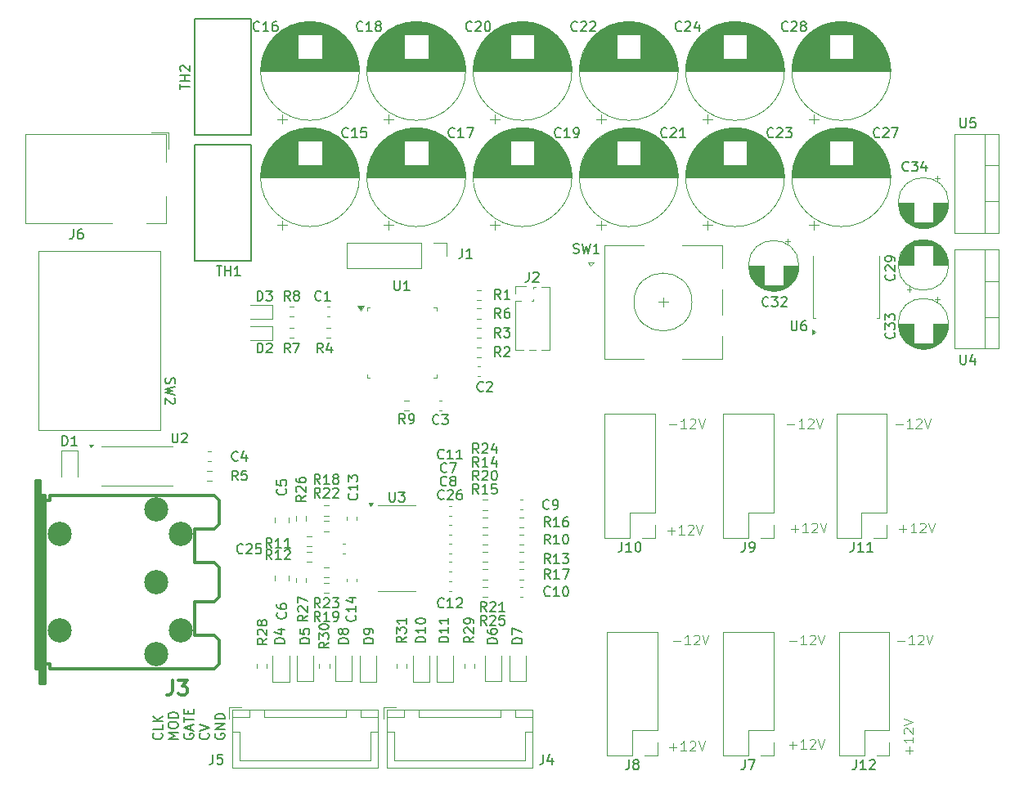
<source format=gbr>
%TF.GenerationSoftware,KiCad,Pcbnew,8.0.0*%
%TF.CreationDate,2024-07-13T20:07:24-07:00*%
%TF.ProjectId,midi-controller,6d696469-2d63-46f6-9e74-726f6c6c6572,rev?*%
%TF.SameCoordinates,Original*%
%TF.FileFunction,Legend,Top*%
%TF.FilePolarity,Positive*%
%FSLAX46Y46*%
G04 Gerber Fmt 4.6, Leading zero omitted, Abs format (unit mm)*
G04 Created by KiCad (PCBNEW 8.0.0) date 2024-07-13 20:07:24*
%MOMM*%
%LPD*%
G01*
G04 APERTURE LIST*
%ADD10C,0.100000*%
%ADD11C,0.200000*%
%ADD12C,0.150000*%
%ADD13C,0.304800*%
%ADD14C,0.120000*%
%ADD15C,2.499360*%
G04 APERTURE END LIST*
D10*
X190103884Y-93491466D02*
X190865789Y-93491466D01*
X191865788Y-93872419D02*
X191294360Y-93872419D01*
X191580074Y-93872419D02*
X191580074Y-92872419D01*
X191580074Y-92872419D02*
X191484836Y-93015276D01*
X191484836Y-93015276D02*
X191389598Y-93110514D01*
X191389598Y-93110514D02*
X191294360Y-93158133D01*
X192246741Y-92967657D02*
X192294360Y-92920038D01*
X192294360Y-92920038D02*
X192389598Y-92872419D01*
X192389598Y-92872419D02*
X192627693Y-92872419D01*
X192627693Y-92872419D02*
X192722931Y-92920038D01*
X192722931Y-92920038D02*
X192770550Y-92967657D01*
X192770550Y-92967657D02*
X192818169Y-93062895D01*
X192818169Y-93062895D02*
X192818169Y-93158133D01*
X192818169Y-93158133D02*
X192770550Y-93300990D01*
X192770550Y-93300990D02*
X192199122Y-93872419D01*
X192199122Y-93872419D02*
X192818169Y-93872419D01*
X193103884Y-92872419D02*
X193437217Y-93872419D01*
X193437217Y-93872419D02*
X193770550Y-92872419D01*
X190303884Y-115891466D02*
X191065789Y-115891466D01*
X192065788Y-116272419D02*
X191494360Y-116272419D01*
X191780074Y-116272419D02*
X191780074Y-115272419D01*
X191780074Y-115272419D02*
X191684836Y-115415276D01*
X191684836Y-115415276D02*
X191589598Y-115510514D01*
X191589598Y-115510514D02*
X191494360Y-115558133D01*
X192446741Y-115367657D02*
X192494360Y-115320038D01*
X192494360Y-115320038D02*
X192589598Y-115272419D01*
X192589598Y-115272419D02*
X192827693Y-115272419D01*
X192827693Y-115272419D02*
X192922931Y-115320038D01*
X192922931Y-115320038D02*
X192970550Y-115367657D01*
X192970550Y-115367657D02*
X193018169Y-115462895D01*
X193018169Y-115462895D02*
X193018169Y-115558133D01*
X193018169Y-115558133D02*
X192970550Y-115700990D01*
X192970550Y-115700990D02*
X192399122Y-116272419D01*
X192399122Y-116272419D02*
X193018169Y-116272419D01*
X193303884Y-115272419D02*
X193637217Y-116272419D01*
X193637217Y-116272419D02*
X193970550Y-115272419D01*
X190503884Y-104291466D02*
X191265789Y-104291466D01*
X190884836Y-104672419D02*
X190884836Y-103910514D01*
X192265788Y-104672419D02*
X191694360Y-104672419D01*
X191980074Y-104672419D02*
X191980074Y-103672419D01*
X191980074Y-103672419D02*
X191884836Y-103815276D01*
X191884836Y-103815276D02*
X191789598Y-103910514D01*
X191789598Y-103910514D02*
X191694360Y-103958133D01*
X192646741Y-103767657D02*
X192694360Y-103720038D01*
X192694360Y-103720038D02*
X192789598Y-103672419D01*
X192789598Y-103672419D02*
X193027693Y-103672419D01*
X193027693Y-103672419D02*
X193122931Y-103720038D01*
X193122931Y-103720038D02*
X193170550Y-103767657D01*
X193170550Y-103767657D02*
X193218169Y-103862895D01*
X193218169Y-103862895D02*
X193218169Y-103958133D01*
X193218169Y-103958133D02*
X193170550Y-104100990D01*
X193170550Y-104100990D02*
X192599122Y-104672419D01*
X192599122Y-104672419D02*
X193218169Y-104672419D01*
X193503884Y-103672419D02*
X193837217Y-104672419D01*
X193837217Y-104672419D02*
X194170550Y-103672419D01*
X191550966Y-127626615D02*
X191550966Y-126864711D01*
X191931919Y-127245663D02*
X191170014Y-127245663D01*
X191931919Y-125864711D02*
X191931919Y-126436139D01*
X191931919Y-126150425D02*
X190931919Y-126150425D01*
X190931919Y-126150425D02*
X191074776Y-126245663D01*
X191074776Y-126245663D02*
X191170014Y-126340901D01*
X191170014Y-126340901D02*
X191217633Y-126436139D01*
X191027157Y-125483758D02*
X190979538Y-125436139D01*
X190979538Y-125436139D02*
X190931919Y-125340901D01*
X190931919Y-125340901D02*
X190931919Y-125102806D01*
X190931919Y-125102806D02*
X190979538Y-125007568D01*
X190979538Y-125007568D02*
X191027157Y-124959949D01*
X191027157Y-124959949D02*
X191122395Y-124912330D01*
X191122395Y-124912330D02*
X191217633Y-124912330D01*
X191217633Y-124912330D02*
X191360490Y-124959949D01*
X191360490Y-124959949D02*
X191931919Y-125531377D01*
X191931919Y-125531377D02*
X191931919Y-124912330D01*
X190931919Y-124626615D02*
X191931919Y-124293282D01*
X191931919Y-124293282D02*
X190931919Y-123959949D01*
D11*
X114132204Y-125458898D02*
X114179824Y-125506517D01*
X114179824Y-125506517D02*
X114227443Y-125649374D01*
X114227443Y-125649374D02*
X114227443Y-125744612D01*
X114227443Y-125744612D02*
X114179824Y-125887469D01*
X114179824Y-125887469D02*
X114084585Y-125982707D01*
X114084585Y-125982707D02*
X113989347Y-126030326D01*
X113989347Y-126030326D02*
X113798871Y-126077945D01*
X113798871Y-126077945D02*
X113656014Y-126077945D01*
X113656014Y-126077945D02*
X113465538Y-126030326D01*
X113465538Y-126030326D02*
X113370300Y-125982707D01*
X113370300Y-125982707D02*
X113275062Y-125887469D01*
X113275062Y-125887469D02*
X113227443Y-125744612D01*
X113227443Y-125744612D02*
X113227443Y-125649374D01*
X113227443Y-125649374D02*
X113275062Y-125506517D01*
X113275062Y-125506517D02*
X113322681Y-125458898D01*
X114227443Y-124554136D02*
X114227443Y-125030326D01*
X114227443Y-125030326D02*
X113227443Y-125030326D01*
X114227443Y-124220802D02*
X113227443Y-124220802D01*
X114227443Y-123649374D02*
X113656014Y-124077945D01*
X113227443Y-123649374D02*
X113798871Y-124220802D01*
X115837387Y-126030326D02*
X114837387Y-126030326D01*
X114837387Y-126030326D02*
X115551672Y-125696993D01*
X115551672Y-125696993D02*
X114837387Y-125363660D01*
X114837387Y-125363660D02*
X115837387Y-125363660D01*
X114837387Y-124696993D02*
X114837387Y-124506517D01*
X114837387Y-124506517D02*
X114885006Y-124411279D01*
X114885006Y-124411279D02*
X114980244Y-124316041D01*
X114980244Y-124316041D02*
X115170720Y-124268422D01*
X115170720Y-124268422D02*
X115504053Y-124268422D01*
X115504053Y-124268422D02*
X115694529Y-124316041D01*
X115694529Y-124316041D02*
X115789768Y-124411279D01*
X115789768Y-124411279D02*
X115837387Y-124506517D01*
X115837387Y-124506517D02*
X115837387Y-124696993D01*
X115837387Y-124696993D02*
X115789768Y-124792231D01*
X115789768Y-124792231D02*
X115694529Y-124887469D01*
X115694529Y-124887469D02*
X115504053Y-124935088D01*
X115504053Y-124935088D02*
X115170720Y-124935088D01*
X115170720Y-124935088D02*
X114980244Y-124887469D01*
X114980244Y-124887469D02*
X114885006Y-124792231D01*
X114885006Y-124792231D02*
X114837387Y-124696993D01*
X115837387Y-123839850D02*
X114837387Y-123839850D01*
X114837387Y-123839850D02*
X114837387Y-123601755D01*
X114837387Y-123601755D02*
X114885006Y-123458898D01*
X114885006Y-123458898D02*
X114980244Y-123363660D01*
X114980244Y-123363660D02*
X115075482Y-123316041D01*
X115075482Y-123316041D02*
X115265958Y-123268422D01*
X115265958Y-123268422D02*
X115408815Y-123268422D01*
X115408815Y-123268422D02*
X115599291Y-123316041D01*
X115599291Y-123316041D02*
X115694529Y-123363660D01*
X115694529Y-123363660D02*
X115789768Y-123458898D01*
X115789768Y-123458898D02*
X115837387Y-123601755D01*
X115837387Y-123601755D02*
X115837387Y-123839850D01*
X116494950Y-125506517D02*
X116447331Y-125601755D01*
X116447331Y-125601755D02*
X116447331Y-125744612D01*
X116447331Y-125744612D02*
X116494950Y-125887469D01*
X116494950Y-125887469D02*
X116590188Y-125982707D01*
X116590188Y-125982707D02*
X116685426Y-126030326D01*
X116685426Y-126030326D02*
X116875902Y-126077945D01*
X116875902Y-126077945D02*
X117018759Y-126077945D01*
X117018759Y-126077945D02*
X117209235Y-126030326D01*
X117209235Y-126030326D02*
X117304473Y-125982707D01*
X117304473Y-125982707D02*
X117399712Y-125887469D01*
X117399712Y-125887469D02*
X117447331Y-125744612D01*
X117447331Y-125744612D02*
X117447331Y-125649374D01*
X117447331Y-125649374D02*
X117399712Y-125506517D01*
X117399712Y-125506517D02*
X117352092Y-125458898D01*
X117352092Y-125458898D02*
X117018759Y-125458898D01*
X117018759Y-125458898D02*
X117018759Y-125649374D01*
X117161616Y-125077945D02*
X117161616Y-124601755D01*
X117447331Y-125173183D02*
X116447331Y-124839850D01*
X116447331Y-124839850D02*
X117447331Y-124506517D01*
X116447331Y-124316040D02*
X116447331Y-123744612D01*
X117447331Y-124030326D02*
X116447331Y-124030326D01*
X116923521Y-123411278D02*
X116923521Y-123077945D01*
X117447331Y-122935088D02*
X117447331Y-123411278D01*
X117447331Y-123411278D02*
X116447331Y-123411278D01*
X116447331Y-123411278D02*
X116447331Y-122935088D01*
X118962036Y-125458898D02*
X119009656Y-125506517D01*
X119009656Y-125506517D02*
X119057275Y-125649374D01*
X119057275Y-125649374D02*
X119057275Y-125744612D01*
X119057275Y-125744612D02*
X119009656Y-125887469D01*
X119009656Y-125887469D02*
X118914417Y-125982707D01*
X118914417Y-125982707D02*
X118819179Y-126030326D01*
X118819179Y-126030326D02*
X118628703Y-126077945D01*
X118628703Y-126077945D02*
X118485846Y-126077945D01*
X118485846Y-126077945D02*
X118295370Y-126030326D01*
X118295370Y-126030326D02*
X118200132Y-125982707D01*
X118200132Y-125982707D02*
X118104894Y-125887469D01*
X118104894Y-125887469D02*
X118057275Y-125744612D01*
X118057275Y-125744612D02*
X118057275Y-125649374D01*
X118057275Y-125649374D02*
X118104894Y-125506517D01*
X118104894Y-125506517D02*
X118152513Y-125458898D01*
X118057275Y-125173183D02*
X119057275Y-124839850D01*
X119057275Y-124839850D02*
X118057275Y-124506517D01*
X119714838Y-125506517D02*
X119667219Y-125601755D01*
X119667219Y-125601755D02*
X119667219Y-125744612D01*
X119667219Y-125744612D02*
X119714838Y-125887469D01*
X119714838Y-125887469D02*
X119810076Y-125982707D01*
X119810076Y-125982707D02*
X119905314Y-126030326D01*
X119905314Y-126030326D02*
X120095790Y-126077945D01*
X120095790Y-126077945D02*
X120238647Y-126077945D01*
X120238647Y-126077945D02*
X120429123Y-126030326D01*
X120429123Y-126030326D02*
X120524361Y-125982707D01*
X120524361Y-125982707D02*
X120619600Y-125887469D01*
X120619600Y-125887469D02*
X120667219Y-125744612D01*
X120667219Y-125744612D02*
X120667219Y-125649374D01*
X120667219Y-125649374D02*
X120619600Y-125506517D01*
X120619600Y-125506517D02*
X120571980Y-125458898D01*
X120571980Y-125458898D02*
X120238647Y-125458898D01*
X120238647Y-125458898D02*
X120238647Y-125649374D01*
X120667219Y-125030326D02*
X119667219Y-125030326D01*
X119667219Y-125030326D02*
X120667219Y-124458898D01*
X120667219Y-124458898D02*
X119667219Y-124458898D01*
X120667219Y-123982707D02*
X119667219Y-123982707D01*
X119667219Y-123982707D02*
X119667219Y-123744612D01*
X119667219Y-123744612D02*
X119714838Y-123601755D01*
X119714838Y-123601755D02*
X119810076Y-123506517D01*
X119810076Y-123506517D02*
X119905314Y-123458898D01*
X119905314Y-123458898D02*
X120095790Y-123411279D01*
X120095790Y-123411279D02*
X120238647Y-123411279D01*
X120238647Y-123411279D02*
X120429123Y-123458898D01*
X120429123Y-123458898D02*
X120524361Y-123506517D01*
X120524361Y-123506517D02*
X120619600Y-123601755D01*
X120619600Y-123601755D02*
X120667219Y-123744612D01*
X120667219Y-123744612D02*
X120667219Y-123982707D01*
D10*
X167103884Y-115891466D02*
X167865789Y-115891466D01*
X168865788Y-116272419D02*
X168294360Y-116272419D01*
X168580074Y-116272419D02*
X168580074Y-115272419D01*
X168580074Y-115272419D02*
X168484836Y-115415276D01*
X168484836Y-115415276D02*
X168389598Y-115510514D01*
X168389598Y-115510514D02*
X168294360Y-115558133D01*
X169246741Y-115367657D02*
X169294360Y-115320038D01*
X169294360Y-115320038D02*
X169389598Y-115272419D01*
X169389598Y-115272419D02*
X169627693Y-115272419D01*
X169627693Y-115272419D02*
X169722931Y-115320038D01*
X169722931Y-115320038D02*
X169770550Y-115367657D01*
X169770550Y-115367657D02*
X169818169Y-115462895D01*
X169818169Y-115462895D02*
X169818169Y-115558133D01*
X169818169Y-115558133D02*
X169770550Y-115700990D01*
X169770550Y-115700990D02*
X169199122Y-116272419D01*
X169199122Y-116272419D02*
X169818169Y-116272419D01*
X170103884Y-115272419D02*
X170437217Y-116272419D01*
X170437217Y-116272419D02*
X170770550Y-115272419D01*
X179103884Y-115891466D02*
X179865789Y-115891466D01*
X180865788Y-116272419D02*
X180294360Y-116272419D01*
X180580074Y-116272419D02*
X180580074Y-115272419D01*
X180580074Y-115272419D02*
X180484836Y-115415276D01*
X180484836Y-115415276D02*
X180389598Y-115510514D01*
X180389598Y-115510514D02*
X180294360Y-115558133D01*
X181246741Y-115367657D02*
X181294360Y-115320038D01*
X181294360Y-115320038D02*
X181389598Y-115272419D01*
X181389598Y-115272419D02*
X181627693Y-115272419D01*
X181627693Y-115272419D02*
X181722931Y-115320038D01*
X181722931Y-115320038D02*
X181770550Y-115367657D01*
X181770550Y-115367657D02*
X181818169Y-115462895D01*
X181818169Y-115462895D02*
X181818169Y-115558133D01*
X181818169Y-115558133D02*
X181770550Y-115700990D01*
X181770550Y-115700990D02*
X181199122Y-116272419D01*
X181199122Y-116272419D02*
X181818169Y-116272419D01*
X182103884Y-115272419D02*
X182437217Y-116272419D01*
X182437217Y-116272419D02*
X182770550Y-115272419D01*
X166703884Y-93491466D02*
X167465789Y-93491466D01*
X168465788Y-93872419D02*
X167894360Y-93872419D01*
X168180074Y-93872419D02*
X168180074Y-92872419D01*
X168180074Y-92872419D02*
X168084836Y-93015276D01*
X168084836Y-93015276D02*
X167989598Y-93110514D01*
X167989598Y-93110514D02*
X167894360Y-93158133D01*
X168846741Y-92967657D02*
X168894360Y-92920038D01*
X168894360Y-92920038D02*
X168989598Y-92872419D01*
X168989598Y-92872419D02*
X169227693Y-92872419D01*
X169227693Y-92872419D02*
X169322931Y-92920038D01*
X169322931Y-92920038D02*
X169370550Y-92967657D01*
X169370550Y-92967657D02*
X169418169Y-93062895D01*
X169418169Y-93062895D02*
X169418169Y-93158133D01*
X169418169Y-93158133D02*
X169370550Y-93300990D01*
X169370550Y-93300990D02*
X168799122Y-93872419D01*
X168799122Y-93872419D02*
X169418169Y-93872419D01*
X169703884Y-92872419D02*
X170037217Y-93872419D01*
X170037217Y-93872419D02*
X170370550Y-92872419D01*
X178903884Y-93491466D02*
X179665789Y-93491466D01*
X180665788Y-93872419D02*
X180094360Y-93872419D01*
X180380074Y-93872419D02*
X180380074Y-92872419D01*
X180380074Y-92872419D02*
X180284836Y-93015276D01*
X180284836Y-93015276D02*
X180189598Y-93110514D01*
X180189598Y-93110514D02*
X180094360Y-93158133D01*
X181046741Y-92967657D02*
X181094360Y-92920038D01*
X181094360Y-92920038D02*
X181189598Y-92872419D01*
X181189598Y-92872419D02*
X181427693Y-92872419D01*
X181427693Y-92872419D02*
X181522931Y-92920038D01*
X181522931Y-92920038D02*
X181570550Y-92967657D01*
X181570550Y-92967657D02*
X181618169Y-93062895D01*
X181618169Y-93062895D02*
X181618169Y-93158133D01*
X181618169Y-93158133D02*
X181570550Y-93300990D01*
X181570550Y-93300990D02*
X180999122Y-93872419D01*
X180999122Y-93872419D02*
X181618169Y-93872419D01*
X181903884Y-92872419D02*
X182237217Y-93872419D01*
X182237217Y-93872419D02*
X182570550Y-92872419D01*
X179303884Y-104291466D02*
X180065789Y-104291466D01*
X179684836Y-104672419D02*
X179684836Y-103910514D01*
X181065788Y-104672419D02*
X180494360Y-104672419D01*
X180780074Y-104672419D02*
X180780074Y-103672419D01*
X180780074Y-103672419D02*
X180684836Y-103815276D01*
X180684836Y-103815276D02*
X180589598Y-103910514D01*
X180589598Y-103910514D02*
X180494360Y-103958133D01*
X181446741Y-103767657D02*
X181494360Y-103720038D01*
X181494360Y-103720038D02*
X181589598Y-103672419D01*
X181589598Y-103672419D02*
X181827693Y-103672419D01*
X181827693Y-103672419D02*
X181922931Y-103720038D01*
X181922931Y-103720038D02*
X181970550Y-103767657D01*
X181970550Y-103767657D02*
X182018169Y-103862895D01*
X182018169Y-103862895D02*
X182018169Y-103958133D01*
X182018169Y-103958133D02*
X181970550Y-104100990D01*
X181970550Y-104100990D02*
X181399122Y-104672419D01*
X181399122Y-104672419D02*
X182018169Y-104672419D01*
X182303884Y-103672419D02*
X182637217Y-104672419D01*
X182637217Y-104672419D02*
X182970550Y-103672419D01*
X166503884Y-104491466D02*
X167265789Y-104491466D01*
X166884836Y-104872419D02*
X166884836Y-104110514D01*
X168265788Y-104872419D02*
X167694360Y-104872419D01*
X167980074Y-104872419D02*
X167980074Y-103872419D01*
X167980074Y-103872419D02*
X167884836Y-104015276D01*
X167884836Y-104015276D02*
X167789598Y-104110514D01*
X167789598Y-104110514D02*
X167694360Y-104158133D01*
X168646741Y-103967657D02*
X168694360Y-103920038D01*
X168694360Y-103920038D02*
X168789598Y-103872419D01*
X168789598Y-103872419D02*
X169027693Y-103872419D01*
X169027693Y-103872419D02*
X169122931Y-103920038D01*
X169122931Y-103920038D02*
X169170550Y-103967657D01*
X169170550Y-103967657D02*
X169218169Y-104062895D01*
X169218169Y-104062895D02*
X169218169Y-104158133D01*
X169218169Y-104158133D02*
X169170550Y-104300990D01*
X169170550Y-104300990D02*
X168599122Y-104872419D01*
X168599122Y-104872419D02*
X169218169Y-104872419D01*
X169503884Y-103872419D02*
X169837217Y-104872419D01*
X169837217Y-104872419D02*
X170170550Y-103872419D01*
X166703884Y-126891466D02*
X167465789Y-126891466D01*
X167084836Y-127272419D02*
X167084836Y-126510514D01*
X168465788Y-127272419D02*
X167894360Y-127272419D01*
X168180074Y-127272419D02*
X168180074Y-126272419D01*
X168180074Y-126272419D02*
X168084836Y-126415276D01*
X168084836Y-126415276D02*
X167989598Y-126510514D01*
X167989598Y-126510514D02*
X167894360Y-126558133D01*
X168846741Y-126367657D02*
X168894360Y-126320038D01*
X168894360Y-126320038D02*
X168989598Y-126272419D01*
X168989598Y-126272419D02*
X169227693Y-126272419D01*
X169227693Y-126272419D02*
X169322931Y-126320038D01*
X169322931Y-126320038D02*
X169370550Y-126367657D01*
X169370550Y-126367657D02*
X169418169Y-126462895D01*
X169418169Y-126462895D02*
X169418169Y-126558133D01*
X169418169Y-126558133D02*
X169370550Y-126700990D01*
X169370550Y-126700990D02*
X168799122Y-127272419D01*
X168799122Y-127272419D02*
X169418169Y-127272419D01*
X169703884Y-126272419D02*
X170037217Y-127272419D01*
X170037217Y-127272419D02*
X170370550Y-126272419D01*
X179103884Y-126691466D02*
X179865789Y-126691466D01*
X179484836Y-127072419D02*
X179484836Y-126310514D01*
X180865788Y-127072419D02*
X180294360Y-127072419D01*
X180580074Y-127072419D02*
X180580074Y-126072419D01*
X180580074Y-126072419D02*
X180484836Y-126215276D01*
X180484836Y-126215276D02*
X180389598Y-126310514D01*
X180389598Y-126310514D02*
X180294360Y-126358133D01*
X181246741Y-126167657D02*
X181294360Y-126120038D01*
X181294360Y-126120038D02*
X181389598Y-126072419D01*
X181389598Y-126072419D02*
X181627693Y-126072419D01*
X181627693Y-126072419D02*
X181722931Y-126120038D01*
X181722931Y-126120038D02*
X181770550Y-126167657D01*
X181770550Y-126167657D02*
X181818169Y-126262895D01*
X181818169Y-126262895D02*
X181818169Y-126358133D01*
X181818169Y-126358133D02*
X181770550Y-126500990D01*
X181770550Y-126500990D02*
X181199122Y-127072419D01*
X181199122Y-127072419D02*
X181818169Y-127072419D01*
X182103884Y-126072419D02*
X182437217Y-127072419D01*
X182437217Y-127072419D02*
X182770550Y-126072419D01*
D11*
X114595400Y-88666667D02*
X114547780Y-88809524D01*
X114547780Y-88809524D02*
X114547780Y-89047619D01*
X114547780Y-89047619D02*
X114595400Y-89142857D01*
X114595400Y-89142857D02*
X114643019Y-89190476D01*
X114643019Y-89190476D02*
X114738257Y-89238095D01*
X114738257Y-89238095D02*
X114833495Y-89238095D01*
X114833495Y-89238095D02*
X114928733Y-89190476D01*
X114928733Y-89190476D02*
X114976352Y-89142857D01*
X114976352Y-89142857D02*
X115023971Y-89047619D01*
X115023971Y-89047619D02*
X115071590Y-88857143D01*
X115071590Y-88857143D02*
X115119209Y-88761905D01*
X115119209Y-88761905D02*
X115166828Y-88714286D01*
X115166828Y-88714286D02*
X115262066Y-88666667D01*
X115262066Y-88666667D02*
X115357304Y-88666667D01*
X115357304Y-88666667D02*
X115452542Y-88714286D01*
X115452542Y-88714286D02*
X115500161Y-88761905D01*
X115500161Y-88761905D02*
X115547780Y-88857143D01*
X115547780Y-88857143D02*
X115547780Y-89095238D01*
X115547780Y-89095238D02*
X115500161Y-89238095D01*
X115547780Y-89571429D02*
X114547780Y-89809524D01*
X114547780Y-89809524D02*
X115262066Y-90000000D01*
X115262066Y-90000000D02*
X114547780Y-90190476D01*
X114547780Y-90190476D02*
X115547780Y-90428572D01*
X115452542Y-90761905D02*
X115500161Y-90809524D01*
X115500161Y-90809524D02*
X115547780Y-90904762D01*
X115547780Y-90904762D02*
X115547780Y-91142857D01*
X115547780Y-91142857D02*
X115500161Y-91238095D01*
X115500161Y-91238095D02*
X115452542Y-91285714D01*
X115452542Y-91285714D02*
X115357304Y-91333333D01*
X115357304Y-91333333D02*
X115262066Y-91333333D01*
X115262066Y-91333333D02*
X115119209Y-91285714D01*
X115119209Y-91285714D02*
X114547780Y-90714286D01*
X114547780Y-90714286D02*
X114547780Y-91333333D01*
D12*
X119466666Y-127654819D02*
X119466666Y-128369104D01*
X119466666Y-128369104D02*
X119419047Y-128511961D01*
X119419047Y-128511961D02*
X119323809Y-128607200D01*
X119323809Y-128607200D02*
X119180952Y-128654819D01*
X119180952Y-128654819D02*
X119085714Y-128654819D01*
X120419047Y-127654819D02*
X119942857Y-127654819D01*
X119942857Y-127654819D02*
X119895238Y-128131009D01*
X119895238Y-128131009D02*
X119942857Y-128083390D01*
X119942857Y-128083390D02*
X120038095Y-128035771D01*
X120038095Y-128035771D02*
X120276190Y-128035771D01*
X120276190Y-128035771D02*
X120371428Y-128083390D01*
X120371428Y-128083390D02*
X120419047Y-128131009D01*
X120419047Y-128131009D02*
X120466666Y-128226247D01*
X120466666Y-128226247D02*
X120466666Y-128464342D01*
X120466666Y-128464342D02*
X120419047Y-128559580D01*
X120419047Y-128559580D02*
X120371428Y-128607200D01*
X120371428Y-128607200D02*
X120276190Y-128654819D01*
X120276190Y-128654819D02*
X120038095Y-128654819D01*
X120038095Y-128654819D02*
X119942857Y-128607200D01*
X119942857Y-128607200D02*
X119895238Y-128559580D01*
X153666666Y-127654819D02*
X153666666Y-128369104D01*
X153666666Y-128369104D02*
X153619047Y-128511961D01*
X153619047Y-128511961D02*
X153523809Y-128607200D01*
X153523809Y-128607200D02*
X153380952Y-128654819D01*
X153380952Y-128654819D02*
X153285714Y-128654819D01*
X154571428Y-127988152D02*
X154571428Y-128654819D01*
X154333333Y-127607200D02*
X154095238Y-128321485D01*
X154095238Y-128321485D02*
X154714285Y-128321485D01*
X124061905Y-80654819D02*
X124061905Y-79654819D01*
X124061905Y-79654819D02*
X124300000Y-79654819D01*
X124300000Y-79654819D02*
X124442857Y-79702438D01*
X124442857Y-79702438D02*
X124538095Y-79797676D01*
X124538095Y-79797676D02*
X124585714Y-79892914D01*
X124585714Y-79892914D02*
X124633333Y-80083390D01*
X124633333Y-80083390D02*
X124633333Y-80226247D01*
X124633333Y-80226247D02*
X124585714Y-80416723D01*
X124585714Y-80416723D02*
X124538095Y-80511961D01*
X124538095Y-80511961D02*
X124442857Y-80607200D01*
X124442857Y-80607200D02*
X124300000Y-80654819D01*
X124300000Y-80654819D02*
X124061905Y-80654819D01*
X124966667Y-79654819D02*
X125585714Y-79654819D01*
X125585714Y-79654819D02*
X125252381Y-80035771D01*
X125252381Y-80035771D02*
X125395238Y-80035771D01*
X125395238Y-80035771D02*
X125490476Y-80083390D01*
X125490476Y-80083390D02*
X125538095Y-80131009D01*
X125538095Y-80131009D02*
X125585714Y-80226247D01*
X125585714Y-80226247D02*
X125585714Y-80464342D01*
X125585714Y-80464342D02*
X125538095Y-80559580D01*
X125538095Y-80559580D02*
X125490476Y-80607200D01*
X125490476Y-80607200D02*
X125395238Y-80654819D01*
X125395238Y-80654819D02*
X125109524Y-80654819D01*
X125109524Y-80654819D02*
X125014286Y-80607200D01*
X125014286Y-80607200D02*
X124966667Y-80559580D01*
X124061905Y-86054819D02*
X124061905Y-85054819D01*
X124061905Y-85054819D02*
X124300000Y-85054819D01*
X124300000Y-85054819D02*
X124442857Y-85102438D01*
X124442857Y-85102438D02*
X124538095Y-85197676D01*
X124538095Y-85197676D02*
X124585714Y-85292914D01*
X124585714Y-85292914D02*
X124633333Y-85483390D01*
X124633333Y-85483390D02*
X124633333Y-85626247D01*
X124633333Y-85626247D02*
X124585714Y-85816723D01*
X124585714Y-85816723D02*
X124538095Y-85911961D01*
X124538095Y-85911961D02*
X124442857Y-86007200D01*
X124442857Y-86007200D02*
X124300000Y-86054819D01*
X124300000Y-86054819D02*
X124061905Y-86054819D01*
X125014286Y-85150057D02*
X125061905Y-85102438D01*
X125061905Y-85102438D02*
X125157143Y-85054819D01*
X125157143Y-85054819D02*
X125395238Y-85054819D01*
X125395238Y-85054819D02*
X125490476Y-85102438D01*
X125490476Y-85102438D02*
X125538095Y-85150057D01*
X125538095Y-85150057D02*
X125585714Y-85245295D01*
X125585714Y-85245295D02*
X125585714Y-85340533D01*
X125585714Y-85340533D02*
X125538095Y-85483390D01*
X125538095Y-85483390D02*
X124966667Y-86054819D01*
X124966667Y-86054819D02*
X125585714Y-86054819D01*
X137738095Y-100474819D02*
X137738095Y-101284342D01*
X137738095Y-101284342D02*
X137785714Y-101379580D01*
X137785714Y-101379580D02*
X137833333Y-101427200D01*
X137833333Y-101427200D02*
X137928571Y-101474819D01*
X137928571Y-101474819D02*
X138119047Y-101474819D01*
X138119047Y-101474819D02*
X138214285Y-101427200D01*
X138214285Y-101427200D02*
X138261904Y-101379580D01*
X138261904Y-101379580D02*
X138309523Y-101284342D01*
X138309523Y-101284342D02*
X138309523Y-100474819D01*
X138690476Y-100474819D02*
X139309523Y-100474819D01*
X139309523Y-100474819D02*
X138976190Y-100855771D01*
X138976190Y-100855771D02*
X139119047Y-100855771D01*
X139119047Y-100855771D02*
X139214285Y-100903390D01*
X139214285Y-100903390D02*
X139261904Y-100951009D01*
X139261904Y-100951009D02*
X139309523Y-101046247D01*
X139309523Y-101046247D02*
X139309523Y-101284342D01*
X139309523Y-101284342D02*
X139261904Y-101379580D01*
X139261904Y-101379580D02*
X139214285Y-101427200D01*
X139214285Y-101427200D02*
X139119047Y-101474819D01*
X139119047Y-101474819D02*
X138833333Y-101474819D01*
X138833333Y-101474819D02*
X138738095Y-101427200D01*
X138738095Y-101427200D02*
X138690476Y-101379580D01*
X115238095Y-94354819D02*
X115238095Y-95164342D01*
X115238095Y-95164342D02*
X115285714Y-95259580D01*
X115285714Y-95259580D02*
X115333333Y-95307200D01*
X115333333Y-95307200D02*
X115428571Y-95354819D01*
X115428571Y-95354819D02*
X115619047Y-95354819D01*
X115619047Y-95354819D02*
X115714285Y-95307200D01*
X115714285Y-95307200D02*
X115761904Y-95259580D01*
X115761904Y-95259580D02*
X115809523Y-95164342D01*
X115809523Y-95164342D02*
X115809523Y-94354819D01*
X116238095Y-94450057D02*
X116285714Y-94402438D01*
X116285714Y-94402438D02*
X116380952Y-94354819D01*
X116380952Y-94354819D02*
X116619047Y-94354819D01*
X116619047Y-94354819D02*
X116714285Y-94402438D01*
X116714285Y-94402438D02*
X116761904Y-94450057D01*
X116761904Y-94450057D02*
X116809523Y-94545295D01*
X116809523Y-94545295D02*
X116809523Y-94640533D01*
X116809523Y-94640533D02*
X116761904Y-94783390D01*
X116761904Y-94783390D02*
X116190476Y-95354819D01*
X116190476Y-95354819D02*
X116809523Y-95354819D01*
X138238095Y-78574819D02*
X138238095Y-79384342D01*
X138238095Y-79384342D02*
X138285714Y-79479580D01*
X138285714Y-79479580D02*
X138333333Y-79527200D01*
X138333333Y-79527200D02*
X138428571Y-79574819D01*
X138428571Y-79574819D02*
X138619047Y-79574819D01*
X138619047Y-79574819D02*
X138714285Y-79527200D01*
X138714285Y-79527200D02*
X138761904Y-79479580D01*
X138761904Y-79479580D02*
X138809523Y-79384342D01*
X138809523Y-79384342D02*
X138809523Y-78574819D01*
X139809523Y-79574819D02*
X139238095Y-79574819D01*
X139523809Y-79574819D02*
X139523809Y-78574819D01*
X139523809Y-78574819D02*
X139428571Y-78717676D01*
X139428571Y-78717676D02*
X139333333Y-78812914D01*
X139333333Y-78812914D02*
X139238095Y-78860533D01*
X156766667Y-75707200D02*
X156909524Y-75754819D01*
X156909524Y-75754819D02*
X157147619Y-75754819D01*
X157147619Y-75754819D02*
X157242857Y-75707200D01*
X157242857Y-75707200D02*
X157290476Y-75659580D01*
X157290476Y-75659580D02*
X157338095Y-75564342D01*
X157338095Y-75564342D02*
X157338095Y-75469104D01*
X157338095Y-75469104D02*
X157290476Y-75373866D01*
X157290476Y-75373866D02*
X157242857Y-75326247D01*
X157242857Y-75326247D02*
X157147619Y-75278628D01*
X157147619Y-75278628D02*
X156957143Y-75231009D01*
X156957143Y-75231009D02*
X156861905Y-75183390D01*
X156861905Y-75183390D02*
X156814286Y-75135771D01*
X156814286Y-75135771D02*
X156766667Y-75040533D01*
X156766667Y-75040533D02*
X156766667Y-74945295D01*
X156766667Y-74945295D02*
X156814286Y-74850057D01*
X156814286Y-74850057D02*
X156861905Y-74802438D01*
X156861905Y-74802438D02*
X156957143Y-74754819D01*
X156957143Y-74754819D02*
X157195238Y-74754819D01*
X157195238Y-74754819D02*
X157338095Y-74802438D01*
X157671429Y-74754819D02*
X157909524Y-75754819D01*
X157909524Y-75754819D02*
X158100000Y-75040533D01*
X158100000Y-75040533D02*
X158290476Y-75754819D01*
X158290476Y-75754819D02*
X158528572Y-74754819D01*
X159433333Y-75754819D02*
X158861905Y-75754819D01*
X159147619Y-75754819D02*
X159147619Y-74754819D01*
X159147619Y-74754819D02*
X159052381Y-74897676D01*
X159052381Y-74897676D02*
X158957143Y-74992914D01*
X158957143Y-74992914D02*
X158861905Y-75040533D01*
X139454819Y-115442857D02*
X138978628Y-115776190D01*
X139454819Y-116014285D02*
X138454819Y-116014285D01*
X138454819Y-116014285D02*
X138454819Y-115633333D01*
X138454819Y-115633333D02*
X138502438Y-115538095D01*
X138502438Y-115538095D02*
X138550057Y-115490476D01*
X138550057Y-115490476D02*
X138645295Y-115442857D01*
X138645295Y-115442857D02*
X138788152Y-115442857D01*
X138788152Y-115442857D02*
X138883390Y-115490476D01*
X138883390Y-115490476D02*
X138931009Y-115538095D01*
X138931009Y-115538095D02*
X138978628Y-115633333D01*
X138978628Y-115633333D02*
X138978628Y-116014285D01*
X138454819Y-115109523D02*
X138454819Y-114490476D01*
X138454819Y-114490476D02*
X138835771Y-114823809D01*
X138835771Y-114823809D02*
X138835771Y-114680952D01*
X138835771Y-114680952D02*
X138883390Y-114585714D01*
X138883390Y-114585714D02*
X138931009Y-114538095D01*
X138931009Y-114538095D02*
X139026247Y-114490476D01*
X139026247Y-114490476D02*
X139264342Y-114490476D01*
X139264342Y-114490476D02*
X139359580Y-114538095D01*
X139359580Y-114538095D02*
X139407200Y-114585714D01*
X139407200Y-114585714D02*
X139454819Y-114680952D01*
X139454819Y-114680952D02*
X139454819Y-114966666D01*
X139454819Y-114966666D02*
X139407200Y-115061904D01*
X139407200Y-115061904D02*
X139359580Y-115109523D01*
X139454819Y-113538095D02*
X139454819Y-114109523D01*
X139454819Y-113823809D02*
X138454819Y-113823809D01*
X138454819Y-113823809D02*
X138597676Y-113919047D01*
X138597676Y-113919047D02*
X138692914Y-114014285D01*
X138692914Y-114014285D02*
X138740533Y-114109523D01*
X131454819Y-116042857D02*
X130978628Y-116376190D01*
X131454819Y-116614285D02*
X130454819Y-116614285D01*
X130454819Y-116614285D02*
X130454819Y-116233333D01*
X130454819Y-116233333D02*
X130502438Y-116138095D01*
X130502438Y-116138095D02*
X130550057Y-116090476D01*
X130550057Y-116090476D02*
X130645295Y-116042857D01*
X130645295Y-116042857D02*
X130788152Y-116042857D01*
X130788152Y-116042857D02*
X130883390Y-116090476D01*
X130883390Y-116090476D02*
X130931009Y-116138095D01*
X130931009Y-116138095D02*
X130978628Y-116233333D01*
X130978628Y-116233333D02*
X130978628Y-116614285D01*
X130454819Y-115709523D02*
X130454819Y-115090476D01*
X130454819Y-115090476D02*
X130835771Y-115423809D01*
X130835771Y-115423809D02*
X130835771Y-115280952D01*
X130835771Y-115280952D02*
X130883390Y-115185714D01*
X130883390Y-115185714D02*
X130931009Y-115138095D01*
X130931009Y-115138095D02*
X131026247Y-115090476D01*
X131026247Y-115090476D02*
X131264342Y-115090476D01*
X131264342Y-115090476D02*
X131359580Y-115138095D01*
X131359580Y-115138095D02*
X131407200Y-115185714D01*
X131407200Y-115185714D02*
X131454819Y-115280952D01*
X131454819Y-115280952D02*
X131454819Y-115566666D01*
X131454819Y-115566666D02*
X131407200Y-115661904D01*
X131407200Y-115661904D02*
X131359580Y-115709523D01*
X130454819Y-114471428D02*
X130454819Y-114376190D01*
X130454819Y-114376190D02*
X130502438Y-114280952D01*
X130502438Y-114280952D02*
X130550057Y-114233333D01*
X130550057Y-114233333D02*
X130645295Y-114185714D01*
X130645295Y-114185714D02*
X130835771Y-114138095D01*
X130835771Y-114138095D02*
X131073866Y-114138095D01*
X131073866Y-114138095D02*
X131264342Y-114185714D01*
X131264342Y-114185714D02*
X131359580Y-114233333D01*
X131359580Y-114233333D02*
X131407200Y-114280952D01*
X131407200Y-114280952D02*
X131454819Y-114376190D01*
X131454819Y-114376190D02*
X131454819Y-114471428D01*
X131454819Y-114471428D02*
X131407200Y-114566666D01*
X131407200Y-114566666D02*
X131359580Y-114614285D01*
X131359580Y-114614285D02*
X131264342Y-114661904D01*
X131264342Y-114661904D02*
X131073866Y-114709523D01*
X131073866Y-114709523D02*
X130835771Y-114709523D01*
X130835771Y-114709523D02*
X130645295Y-114661904D01*
X130645295Y-114661904D02*
X130550057Y-114614285D01*
X130550057Y-114614285D02*
X130502438Y-114566666D01*
X130502438Y-114566666D02*
X130454819Y-114471428D01*
X146454819Y-115442857D02*
X145978628Y-115776190D01*
X146454819Y-116014285D02*
X145454819Y-116014285D01*
X145454819Y-116014285D02*
X145454819Y-115633333D01*
X145454819Y-115633333D02*
X145502438Y-115538095D01*
X145502438Y-115538095D02*
X145550057Y-115490476D01*
X145550057Y-115490476D02*
X145645295Y-115442857D01*
X145645295Y-115442857D02*
X145788152Y-115442857D01*
X145788152Y-115442857D02*
X145883390Y-115490476D01*
X145883390Y-115490476D02*
X145931009Y-115538095D01*
X145931009Y-115538095D02*
X145978628Y-115633333D01*
X145978628Y-115633333D02*
X145978628Y-116014285D01*
X145550057Y-115061904D02*
X145502438Y-115014285D01*
X145502438Y-115014285D02*
X145454819Y-114919047D01*
X145454819Y-114919047D02*
X145454819Y-114680952D01*
X145454819Y-114680952D02*
X145502438Y-114585714D01*
X145502438Y-114585714D02*
X145550057Y-114538095D01*
X145550057Y-114538095D02*
X145645295Y-114490476D01*
X145645295Y-114490476D02*
X145740533Y-114490476D01*
X145740533Y-114490476D02*
X145883390Y-114538095D01*
X145883390Y-114538095D02*
X146454819Y-115109523D01*
X146454819Y-115109523D02*
X146454819Y-114490476D01*
X146454819Y-114014285D02*
X146454819Y-113823809D01*
X146454819Y-113823809D02*
X146407200Y-113728571D01*
X146407200Y-113728571D02*
X146359580Y-113680952D01*
X146359580Y-113680952D02*
X146216723Y-113585714D01*
X146216723Y-113585714D02*
X146026247Y-113538095D01*
X146026247Y-113538095D02*
X145645295Y-113538095D01*
X145645295Y-113538095D02*
X145550057Y-113585714D01*
X145550057Y-113585714D02*
X145502438Y-113633333D01*
X145502438Y-113633333D02*
X145454819Y-113728571D01*
X145454819Y-113728571D02*
X145454819Y-113919047D01*
X145454819Y-113919047D02*
X145502438Y-114014285D01*
X145502438Y-114014285D02*
X145550057Y-114061904D01*
X145550057Y-114061904D02*
X145645295Y-114109523D01*
X145645295Y-114109523D02*
X145883390Y-114109523D01*
X145883390Y-114109523D02*
X145978628Y-114061904D01*
X145978628Y-114061904D02*
X146026247Y-114014285D01*
X146026247Y-114014285D02*
X146073866Y-113919047D01*
X146073866Y-113919047D02*
X146073866Y-113728571D01*
X146073866Y-113728571D02*
X146026247Y-113633333D01*
X146026247Y-113633333D02*
X145978628Y-113585714D01*
X145978628Y-113585714D02*
X145883390Y-113538095D01*
X129254819Y-113242857D02*
X128778628Y-113576190D01*
X129254819Y-113814285D02*
X128254819Y-113814285D01*
X128254819Y-113814285D02*
X128254819Y-113433333D01*
X128254819Y-113433333D02*
X128302438Y-113338095D01*
X128302438Y-113338095D02*
X128350057Y-113290476D01*
X128350057Y-113290476D02*
X128445295Y-113242857D01*
X128445295Y-113242857D02*
X128588152Y-113242857D01*
X128588152Y-113242857D02*
X128683390Y-113290476D01*
X128683390Y-113290476D02*
X128731009Y-113338095D01*
X128731009Y-113338095D02*
X128778628Y-113433333D01*
X128778628Y-113433333D02*
X128778628Y-113814285D01*
X128350057Y-112861904D02*
X128302438Y-112814285D01*
X128302438Y-112814285D02*
X128254819Y-112719047D01*
X128254819Y-112719047D02*
X128254819Y-112480952D01*
X128254819Y-112480952D02*
X128302438Y-112385714D01*
X128302438Y-112385714D02*
X128350057Y-112338095D01*
X128350057Y-112338095D02*
X128445295Y-112290476D01*
X128445295Y-112290476D02*
X128540533Y-112290476D01*
X128540533Y-112290476D02*
X128683390Y-112338095D01*
X128683390Y-112338095D02*
X129254819Y-112909523D01*
X129254819Y-112909523D02*
X129254819Y-112290476D01*
X128254819Y-111957142D02*
X128254819Y-111290476D01*
X128254819Y-111290476D02*
X129254819Y-111719047D01*
X129054819Y-100842857D02*
X128578628Y-101176190D01*
X129054819Y-101414285D02*
X128054819Y-101414285D01*
X128054819Y-101414285D02*
X128054819Y-101033333D01*
X128054819Y-101033333D02*
X128102438Y-100938095D01*
X128102438Y-100938095D02*
X128150057Y-100890476D01*
X128150057Y-100890476D02*
X128245295Y-100842857D01*
X128245295Y-100842857D02*
X128388152Y-100842857D01*
X128388152Y-100842857D02*
X128483390Y-100890476D01*
X128483390Y-100890476D02*
X128531009Y-100938095D01*
X128531009Y-100938095D02*
X128578628Y-101033333D01*
X128578628Y-101033333D02*
X128578628Y-101414285D01*
X128150057Y-100461904D02*
X128102438Y-100414285D01*
X128102438Y-100414285D02*
X128054819Y-100319047D01*
X128054819Y-100319047D02*
X128054819Y-100080952D01*
X128054819Y-100080952D02*
X128102438Y-99985714D01*
X128102438Y-99985714D02*
X128150057Y-99938095D01*
X128150057Y-99938095D02*
X128245295Y-99890476D01*
X128245295Y-99890476D02*
X128340533Y-99890476D01*
X128340533Y-99890476D02*
X128483390Y-99938095D01*
X128483390Y-99938095D02*
X129054819Y-100509523D01*
X129054819Y-100509523D02*
X129054819Y-99890476D01*
X128054819Y-99033333D02*
X128054819Y-99223809D01*
X128054819Y-99223809D02*
X128102438Y-99319047D01*
X128102438Y-99319047D02*
X128150057Y-99366666D01*
X128150057Y-99366666D02*
X128292914Y-99461904D01*
X128292914Y-99461904D02*
X128483390Y-99509523D01*
X128483390Y-99509523D02*
X128864342Y-99509523D01*
X128864342Y-99509523D02*
X128959580Y-99461904D01*
X128959580Y-99461904D02*
X129007200Y-99414285D01*
X129007200Y-99414285D02*
X129054819Y-99319047D01*
X129054819Y-99319047D02*
X129054819Y-99128571D01*
X129054819Y-99128571D02*
X129007200Y-99033333D01*
X129007200Y-99033333D02*
X128959580Y-98985714D01*
X128959580Y-98985714D02*
X128864342Y-98938095D01*
X128864342Y-98938095D02*
X128626247Y-98938095D01*
X128626247Y-98938095D02*
X128531009Y-98985714D01*
X128531009Y-98985714D02*
X128483390Y-99033333D01*
X128483390Y-99033333D02*
X128435771Y-99128571D01*
X128435771Y-99128571D02*
X128435771Y-99319047D01*
X128435771Y-99319047D02*
X128483390Y-99414285D01*
X128483390Y-99414285D02*
X128531009Y-99461904D01*
X128531009Y-99461904D02*
X128626247Y-99509523D01*
X147757142Y-114254819D02*
X147423809Y-113778628D01*
X147185714Y-114254819D02*
X147185714Y-113254819D01*
X147185714Y-113254819D02*
X147566666Y-113254819D01*
X147566666Y-113254819D02*
X147661904Y-113302438D01*
X147661904Y-113302438D02*
X147709523Y-113350057D01*
X147709523Y-113350057D02*
X147757142Y-113445295D01*
X147757142Y-113445295D02*
X147757142Y-113588152D01*
X147757142Y-113588152D02*
X147709523Y-113683390D01*
X147709523Y-113683390D02*
X147661904Y-113731009D01*
X147661904Y-113731009D02*
X147566666Y-113778628D01*
X147566666Y-113778628D02*
X147185714Y-113778628D01*
X148138095Y-113350057D02*
X148185714Y-113302438D01*
X148185714Y-113302438D02*
X148280952Y-113254819D01*
X148280952Y-113254819D02*
X148519047Y-113254819D01*
X148519047Y-113254819D02*
X148614285Y-113302438D01*
X148614285Y-113302438D02*
X148661904Y-113350057D01*
X148661904Y-113350057D02*
X148709523Y-113445295D01*
X148709523Y-113445295D02*
X148709523Y-113540533D01*
X148709523Y-113540533D02*
X148661904Y-113683390D01*
X148661904Y-113683390D02*
X148090476Y-114254819D01*
X148090476Y-114254819D02*
X148709523Y-114254819D01*
X149614285Y-113254819D02*
X149138095Y-113254819D01*
X149138095Y-113254819D02*
X149090476Y-113731009D01*
X149090476Y-113731009D02*
X149138095Y-113683390D01*
X149138095Y-113683390D02*
X149233333Y-113635771D01*
X149233333Y-113635771D02*
X149471428Y-113635771D01*
X149471428Y-113635771D02*
X149566666Y-113683390D01*
X149566666Y-113683390D02*
X149614285Y-113731009D01*
X149614285Y-113731009D02*
X149661904Y-113826247D01*
X149661904Y-113826247D02*
X149661904Y-114064342D01*
X149661904Y-114064342D02*
X149614285Y-114159580D01*
X149614285Y-114159580D02*
X149566666Y-114207200D01*
X149566666Y-114207200D02*
X149471428Y-114254819D01*
X149471428Y-114254819D02*
X149233333Y-114254819D01*
X149233333Y-114254819D02*
X149138095Y-114207200D01*
X149138095Y-114207200D02*
X149090476Y-114159580D01*
X130557142Y-112454819D02*
X130223809Y-111978628D01*
X129985714Y-112454819D02*
X129985714Y-111454819D01*
X129985714Y-111454819D02*
X130366666Y-111454819D01*
X130366666Y-111454819D02*
X130461904Y-111502438D01*
X130461904Y-111502438D02*
X130509523Y-111550057D01*
X130509523Y-111550057D02*
X130557142Y-111645295D01*
X130557142Y-111645295D02*
X130557142Y-111788152D01*
X130557142Y-111788152D02*
X130509523Y-111883390D01*
X130509523Y-111883390D02*
X130461904Y-111931009D01*
X130461904Y-111931009D02*
X130366666Y-111978628D01*
X130366666Y-111978628D02*
X129985714Y-111978628D01*
X130938095Y-111550057D02*
X130985714Y-111502438D01*
X130985714Y-111502438D02*
X131080952Y-111454819D01*
X131080952Y-111454819D02*
X131319047Y-111454819D01*
X131319047Y-111454819D02*
X131414285Y-111502438D01*
X131414285Y-111502438D02*
X131461904Y-111550057D01*
X131461904Y-111550057D02*
X131509523Y-111645295D01*
X131509523Y-111645295D02*
X131509523Y-111740533D01*
X131509523Y-111740533D02*
X131461904Y-111883390D01*
X131461904Y-111883390D02*
X130890476Y-112454819D01*
X130890476Y-112454819D02*
X131509523Y-112454819D01*
X131842857Y-111454819D02*
X132461904Y-111454819D01*
X132461904Y-111454819D02*
X132128571Y-111835771D01*
X132128571Y-111835771D02*
X132271428Y-111835771D01*
X132271428Y-111835771D02*
X132366666Y-111883390D01*
X132366666Y-111883390D02*
X132414285Y-111931009D01*
X132414285Y-111931009D02*
X132461904Y-112026247D01*
X132461904Y-112026247D02*
X132461904Y-112264342D01*
X132461904Y-112264342D02*
X132414285Y-112359580D01*
X132414285Y-112359580D02*
X132366666Y-112407200D01*
X132366666Y-112407200D02*
X132271428Y-112454819D01*
X132271428Y-112454819D02*
X131985714Y-112454819D01*
X131985714Y-112454819D02*
X131890476Y-112407200D01*
X131890476Y-112407200D02*
X131842857Y-112359580D01*
X130557142Y-101054819D02*
X130223809Y-100578628D01*
X129985714Y-101054819D02*
X129985714Y-100054819D01*
X129985714Y-100054819D02*
X130366666Y-100054819D01*
X130366666Y-100054819D02*
X130461904Y-100102438D01*
X130461904Y-100102438D02*
X130509523Y-100150057D01*
X130509523Y-100150057D02*
X130557142Y-100245295D01*
X130557142Y-100245295D02*
X130557142Y-100388152D01*
X130557142Y-100388152D02*
X130509523Y-100483390D01*
X130509523Y-100483390D02*
X130461904Y-100531009D01*
X130461904Y-100531009D02*
X130366666Y-100578628D01*
X130366666Y-100578628D02*
X129985714Y-100578628D01*
X130938095Y-100150057D02*
X130985714Y-100102438D01*
X130985714Y-100102438D02*
X131080952Y-100054819D01*
X131080952Y-100054819D02*
X131319047Y-100054819D01*
X131319047Y-100054819D02*
X131414285Y-100102438D01*
X131414285Y-100102438D02*
X131461904Y-100150057D01*
X131461904Y-100150057D02*
X131509523Y-100245295D01*
X131509523Y-100245295D02*
X131509523Y-100340533D01*
X131509523Y-100340533D02*
X131461904Y-100483390D01*
X131461904Y-100483390D02*
X130890476Y-101054819D01*
X130890476Y-101054819D02*
X131509523Y-101054819D01*
X131890476Y-100150057D02*
X131938095Y-100102438D01*
X131938095Y-100102438D02*
X132033333Y-100054819D01*
X132033333Y-100054819D02*
X132271428Y-100054819D01*
X132271428Y-100054819D02*
X132366666Y-100102438D01*
X132366666Y-100102438D02*
X132414285Y-100150057D01*
X132414285Y-100150057D02*
X132461904Y-100245295D01*
X132461904Y-100245295D02*
X132461904Y-100340533D01*
X132461904Y-100340533D02*
X132414285Y-100483390D01*
X132414285Y-100483390D02*
X131842857Y-101054819D01*
X131842857Y-101054819D02*
X132461904Y-101054819D01*
X147757142Y-112854819D02*
X147423809Y-112378628D01*
X147185714Y-112854819D02*
X147185714Y-111854819D01*
X147185714Y-111854819D02*
X147566666Y-111854819D01*
X147566666Y-111854819D02*
X147661904Y-111902438D01*
X147661904Y-111902438D02*
X147709523Y-111950057D01*
X147709523Y-111950057D02*
X147757142Y-112045295D01*
X147757142Y-112045295D02*
X147757142Y-112188152D01*
X147757142Y-112188152D02*
X147709523Y-112283390D01*
X147709523Y-112283390D02*
X147661904Y-112331009D01*
X147661904Y-112331009D02*
X147566666Y-112378628D01*
X147566666Y-112378628D02*
X147185714Y-112378628D01*
X148138095Y-111950057D02*
X148185714Y-111902438D01*
X148185714Y-111902438D02*
X148280952Y-111854819D01*
X148280952Y-111854819D02*
X148519047Y-111854819D01*
X148519047Y-111854819D02*
X148614285Y-111902438D01*
X148614285Y-111902438D02*
X148661904Y-111950057D01*
X148661904Y-111950057D02*
X148709523Y-112045295D01*
X148709523Y-112045295D02*
X148709523Y-112140533D01*
X148709523Y-112140533D02*
X148661904Y-112283390D01*
X148661904Y-112283390D02*
X148090476Y-112854819D01*
X148090476Y-112854819D02*
X148709523Y-112854819D01*
X149661904Y-112854819D02*
X149090476Y-112854819D01*
X149376190Y-112854819D02*
X149376190Y-111854819D01*
X149376190Y-111854819D02*
X149280952Y-111997676D01*
X149280952Y-111997676D02*
X149185714Y-112092914D01*
X149185714Y-112092914D02*
X149090476Y-112140533D01*
X130557142Y-113854819D02*
X130223809Y-113378628D01*
X129985714Y-113854819D02*
X129985714Y-112854819D01*
X129985714Y-112854819D02*
X130366666Y-112854819D01*
X130366666Y-112854819D02*
X130461904Y-112902438D01*
X130461904Y-112902438D02*
X130509523Y-112950057D01*
X130509523Y-112950057D02*
X130557142Y-113045295D01*
X130557142Y-113045295D02*
X130557142Y-113188152D01*
X130557142Y-113188152D02*
X130509523Y-113283390D01*
X130509523Y-113283390D02*
X130461904Y-113331009D01*
X130461904Y-113331009D02*
X130366666Y-113378628D01*
X130366666Y-113378628D02*
X129985714Y-113378628D01*
X131509523Y-113854819D02*
X130938095Y-113854819D01*
X131223809Y-113854819D02*
X131223809Y-112854819D01*
X131223809Y-112854819D02*
X131128571Y-112997676D01*
X131128571Y-112997676D02*
X131033333Y-113092914D01*
X131033333Y-113092914D02*
X130938095Y-113140533D01*
X131985714Y-113854819D02*
X132176190Y-113854819D01*
X132176190Y-113854819D02*
X132271428Y-113807200D01*
X132271428Y-113807200D02*
X132319047Y-113759580D01*
X132319047Y-113759580D02*
X132414285Y-113616723D01*
X132414285Y-113616723D02*
X132461904Y-113426247D01*
X132461904Y-113426247D02*
X132461904Y-113045295D01*
X132461904Y-113045295D02*
X132414285Y-112950057D01*
X132414285Y-112950057D02*
X132366666Y-112902438D01*
X132366666Y-112902438D02*
X132271428Y-112854819D01*
X132271428Y-112854819D02*
X132080952Y-112854819D01*
X132080952Y-112854819D02*
X131985714Y-112902438D01*
X131985714Y-112902438D02*
X131938095Y-112950057D01*
X131938095Y-112950057D02*
X131890476Y-113045295D01*
X131890476Y-113045295D02*
X131890476Y-113283390D01*
X131890476Y-113283390D02*
X131938095Y-113378628D01*
X131938095Y-113378628D02*
X131985714Y-113426247D01*
X131985714Y-113426247D02*
X132080952Y-113473866D01*
X132080952Y-113473866D02*
X132271428Y-113473866D01*
X132271428Y-113473866D02*
X132366666Y-113426247D01*
X132366666Y-113426247D02*
X132414285Y-113378628D01*
X132414285Y-113378628D02*
X132461904Y-113283390D01*
X130557142Y-99654819D02*
X130223809Y-99178628D01*
X129985714Y-99654819D02*
X129985714Y-98654819D01*
X129985714Y-98654819D02*
X130366666Y-98654819D01*
X130366666Y-98654819D02*
X130461904Y-98702438D01*
X130461904Y-98702438D02*
X130509523Y-98750057D01*
X130509523Y-98750057D02*
X130557142Y-98845295D01*
X130557142Y-98845295D02*
X130557142Y-98988152D01*
X130557142Y-98988152D02*
X130509523Y-99083390D01*
X130509523Y-99083390D02*
X130461904Y-99131009D01*
X130461904Y-99131009D02*
X130366666Y-99178628D01*
X130366666Y-99178628D02*
X129985714Y-99178628D01*
X131509523Y-99654819D02*
X130938095Y-99654819D01*
X131223809Y-99654819D02*
X131223809Y-98654819D01*
X131223809Y-98654819D02*
X131128571Y-98797676D01*
X131128571Y-98797676D02*
X131033333Y-98892914D01*
X131033333Y-98892914D02*
X130938095Y-98940533D01*
X132080952Y-99083390D02*
X131985714Y-99035771D01*
X131985714Y-99035771D02*
X131938095Y-98988152D01*
X131938095Y-98988152D02*
X131890476Y-98892914D01*
X131890476Y-98892914D02*
X131890476Y-98845295D01*
X131890476Y-98845295D02*
X131938095Y-98750057D01*
X131938095Y-98750057D02*
X131985714Y-98702438D01*
X131985714Y-98702438D02*
X132080952Y-98654819D01*
X132080952Y-98654819D02*
X132271428Y-98654819D01*
X132271428Y-98654819D02*
X132366666Y-98702438D01*
X132366666Y-98702438D02*
X132414285Y-98750057D01*
X132414285Y-98750057D02*
X132461904Y-98845295D01*
X132461904Y-98845295D02*
X132461904Y-98892914D01*
X132461904Y-98892914D02*
X132414285Y-98988152D01*
X132414285Y-98988152D02*
X132366666Y-99035771D01*
X132366666Y-99035771D02*
X132271428Y-99083390D01*
X132271428Y-99083390D02*
X132080952Y-99083390D01*
X132080952Y-99083390D02*
X131985714Y-99131009D01*
X131985714Y-99131009D02*
X131938095Y-99178628D01*
X131938095Y-99178628D02*
X131890476Y-99273866D01*
X131890476Y-99273866D02*
X131890476Y-99464342D01*
X131890476Y-99464342D02*
X131938095Y-99559580D01*
X131938095Y-99559580D02*
X131985714Y-99607200D01*
X131985714Y-99607200D02*
X132080952Y-99654819D01*
X132080952Y-99654819D02*
X132271428Y-99654819D01*
X132271428Y-99654819D02*
X132366666Y-99607200D01*
X132366666Y-99607200D02*
X132414285Y-99559580D01*
X132414285Y-99559580D02*
X132461904Y-99464342D01*
X132461904Y-99464342D02*
X132461904Y-99273866D01*
X132461904Y-99273866D02*
X132414285Y-99178628D01*
X132414285Y-99178628D02*
X132366666Y-99131009D01*
X132366666Y-99131009D02*
X132271428Y-99083390D01*
X154357142Y-109454819D02*
X154023809Y-108978628D01*
X153785714Y-109454819D02*
X153785714Y-108454819D01*
X153785714Y-108454819D02*
X154166666Y-108454819D01*
X154166666Y-108454819D02*
X154261904Y-108502438D01*
X154261904Y-108502438D02*
X154309523Y-108550057D01*
X154309523Y-108550057D02*
X154357142Y-108645295D01*
X154357142Y-108645295D02*
X154357142Y-108788152D01*
X154357142Y-108788152D02*
X154309523Y-108883390D01*
X154309523Y-108883390D02*
X154261904Y-108931009D01*
X154261904Y-108931009D02*
X154166666Y-108978628D01*
X154166666Y-108978628D02*
X153785714Y-108978628D01*
X155309523Y-109454819D02*
X154738095Y-109454819D01*
X155023809Y-109454819D02*
X155023809Y-108454819D01*
X155023809Y-108454819D02*
X154928571Y-108597676D01*
X154928571Y-108597676D02*
X154833333Y-108692914D01*
X154833333Y-108692914D02*
X154738095Y-108740533D01*
X155642857Y-108454819D02*
X156309523Y-108454819D01*
X156309523Y-108454819D02*
X155880952Y-109454819D01*
X146957142Y-100654819D02*
X146623809Y-100178628D01*
X146385714Y-100654819D02*
X146385714Y-99654819D01*
X146385714Y-99654819D02*
X146766666Y-99654819D01*
X146766666Y-99654819D02*
X146861904Y-99702438D01*
X146861904Y-99702438D02*
X146909523Y-99750057D01*
X146909523Y-99750057D02*
X146957142Y-99845295D01*
X146957142Y-99845295D02*
X146957142Y-99988152D01*
X146957142Y-99988152D02*
X146909523Y-100083390D01*
X146909523Y-100083390D02*
X146861904Y-100131009D01*
X146861904Y-100131009D02*
X146766666Y-100178628D01*
X146766666Y-100178628D02*
X146385714Y-100178628D01*
X147909523Y-100654819D02*
X147338095Y-100654819D01*
X147623809Y-100654819D02*
X147623809Y-99654819D01*
X147623809Y-99654819D02*
X147528571Y-99797676D01*
X147528571Y-99797676D02*
X147433333Y-99892914D01*
X147433333Y-99892914D02*
X147338095Y-99940533D01*
X148814285Y-99654819D02*
X148338095Y-99654819D01*
X148338095Y-99654819D02*
X148290476Y-100131009D01*
X148290476Y-100131009D02*
X148338095Y-100083390D01*
X148338095Y-100083390D02*
X148433333Y-100035771D01*
X148433333Y-100035771D02*
X148671428Y-100035771D01*
X148671428Y-100035771D02*
X148766666Y-100083390D01*
X148766666Y-100083390D02*
X148814285Y-100131009D01*
X148814285Y-100131009D02*
X148861904Y-100226247D01*
X148861904Y-100226247D02*
X148861904Y-100464342D01*
X148861904Y-100464342D02*
X148814285Y-100559580D01*
X148814285Y-100559580D02*
X148766666Y-100607200D01*
X148766666Y-100607200D02*
X148671428Y-100654819D01*
X148671428Y-100654819D02*
X148433333Y-100654819D01*
X148433333Y-100654819D02*
X148338095Y-100607200D01*
X148338095Y-100607200D02*
X148290476Y-100559580D01*
X154357142Y-107854819D02*
X154023809Y-107378628D01*
X153785714Y-107854819D02*
X153785714Y-106854819D01*
X153785714Y-106854819D02*
X154166666Y-106854819D01*
X154166666Y-106854819D02*
X154261904Y-106902438D01*
X154261904Y-106902438D02*
X154309523Y-106950057D01*
X154309523Y-106950057D02*
X154357142Y-107045295D01*
X154357142Y-107045295D02*
X154357142Y-107188152D01*
X154357142Y-107188152D02*
X154309523Y-107283390D01*
X154309523Y-107283390D02*
X154261904Y-107331009D01*
X154261904Y-107331009D02*
X154166666Y-107378628D01*
X154166666Y-107378628D02*
X153785714Y-107378628D01*
X155309523Y-107854819D02*
X154738095Y-107854819D01*
X155023809Y-107854819D02*
X155023809Y-106854819D01*
X155023809Y-106854819D02*
X154928571Y-106997676D01*
X154928571Y-106997676D02*
X154833333Y-107092914D01*
X154833333Y-107092914D02*
X154738095Y-107140533D01*
X155642857Y-106854819D02*
X156261904Y-106854819D01*
X156261904Y-106854819D02*
X155928571Y-107235771D01*
X155928571Y-107235771D02*
X156071428Y-107235771D01*
X156071428Y-107235771D02*
X156166666Y-107283390D01*
X156166666Y-107283390D02*
X156214285Y-107331009D01*
X156214285Y-107331009D02*
X156261904Y-107426247D01*
X156261904Y-107426247D02*
X156261904Y-107664342D01*
X156261904Y-107664342D02*
X156214285Y-107759580D01*
X156214285Y-107759580D02*
X156166666Y-107807200D01*
X156166666Y-107807200D02*
X156071428Y-107854819D01*
X156071428Y-107854819D02*
X155785714Y-107854819D01*
X155785714Y-107854819D02*
X155690476Y-107807200D01*
X155690476Y-107807200D02*
X155642857Y-107759580D01*
X125557142Y-107454819D02*
X125223809Y-106978628D01*
X124985714Y-107454819D02*
X124985714Y-106454819D01*
X124985714Y-106454819D02*
X125366666Y-106454819D01*
X125366666Y-106454819D02*
X125461904Y-106502438D01*
X125461904Y-106502438D02*
X125509523Y-106550057D01*
X125509523Y-106550057D02*
X125557142Y-106645295D01*
X125557142Y-106645295D02*
X125557142Y-106788152D01*
X125557142Y-106788152D02*
X125509523Y-106883390D01*
X125509523Y-106883390D02*
X125461904Y-106931009D01*
X125461904Y-106931009D02*
X125366666Y-106978628D01*
X125366666Y-106978628D02*
X124985714Y-106978628D01*
X126509523Y-107454819D02*
X125938095Y-107454819D01*
X126223809Y-107454819D02*
X126223809Y-106454819D01*
X126223809Y-106454819D02*
X126128571Y-106597676D01*
X126128571Y-106597676D02*
X126033333Y-106692914D01*
X126033333Y-106692914D02*
X125938095Y-106740533D01*
X126890476Y-106550057D02*
X126938095Y-106502438D01*
X126938095Y-106502438D02*
X127033333Y-106454819D01*
X127033333Y-106454819D02*
X127271428Y-106454819D01*
X127271428Y-106454819D02*
X127366666Y-106502438D01*
X127366666Y-106502438D02*
X127414285Y-106550057D01*
X127414285Y-106550057D02*
X127461904Y-106645295D01*
X127461904Y-106645295D02*
X127461904Y-106740533D01*
X127461904Y-106740533D02*
X127414285Y-106883390D01*
X127414285Y-106883390D02*
X126842857Y-107454819D01*
X126842857Y-107454819D02*
X127461904Y-107454819D01*
X125557142Y-106254819D02*
X125223809Y-105778628D01*
X124985714Y-106254819D02*
X124985714Y-105254819D01*
X124985714Y-105254819D02*
X125366666Y-105254819D01*
X125366666Y-105254819D02*
X125461904Y-105302438D01*
X125461904Y-105302438D02*
X125509523Y-105350057D01*
X125509523Y-105350057D02*
X125557142Y-105445295D01*
X125557142Y-105445295D02*
X125557142Y-105588152D01*
X125557142Y-105588152D02*
X125509523Y-105683390D01*
X125509523Y-105683390D02*
X125461904Y-105731009D01*
X125461904Y-105731009D02*
X125366666Y-105778628D01*
X125366666Y-105778628D02*
X124985714Y-105778628D01*
X126509523Y-106254819D02*
X125938095Y-106254819D01*
X126223809Y-106254819D02*
X126223809Y-105254819D01*
X126223809Y-105254819D02*
X126128571Y-105397676D01*
X126128571Y-105397676D02*
X126033333Y-105492914D01*
X126033333Y-105492914D02*
X125938095Y-105540533D01*
X127461904Y-106254819D02*
X126890476Y-106254819D01*
X127176190Y-106254819D02*
X127176190Y-105254819D01*
X127176190Y-105254819D02*
X127080952Y-105397676D01*
X127080952Y-105397676D02*
X126985714Y-105492914D01*
X126985714Y-105492914D02*
X126890476Y-105540533D01*
X139333333Y-93384819D02*
X139000000Y-92908628D01*
X138761905Y-93384819D02*
X138761905Y-92384819D01*
X138761905Y-92384819D02*
X139142857Y-92384819D01*
X139142857Y-92384819D02*
X139238095Y-92432438D01*
X139238095Y-92432438D02*
X139285714Y-92480057D01*
X139285714Y-92480057D02*
X139333333Y-92575295D01*
X139333333Y-92575295D02*
X139333333Y-92718152D01*
X139333333Y-92718152D02*
X139285714Y-92813390D01*
X139285714Y-92813390D02*
X139238095Y-92861009D01*
X139238095Y-92861009D02*
X139142857Y-92908628D01*
X139142857Y-92908628D02*
X138761905Y-92908628D01*
X139809524Y-93384819D02*
X140000000Y-93384819D01*
X140000000Y-93384819D02*
X140095238Y-93337200D01*
X140095238Y-93337200D02*
X140142857Y-93289580D01*
X140142857Y-93289580D02*
X140238095Y-93146723D01*
X140238095Y-93146723D02*
X140285714Y-92956247D01*
X140285714Y-92956247D02*
X140285714Y-92575295D01*
X140285714Y-92575295D02*
X140238095Y-92480057D01*
X140238095Y-92480057D02*
X140190476Y-92432438D01*
X140190476Y-92432438D02*
X140095238Y-92384819D01*
X140095238Y-92384819D02*
X139904762Y-92384819D01*
X139904762Y-92384819D02*
X139809524Y-92432438D01*
X139809524Y-92432438D02*
X139761905Y-92480057D01*
X139761905Y-92480057D02*
X139714286Y-92575295D01*
X139714286Y-92575295D02*
X139714286Y-92813390D01*
X139714286Y-92813390D02*
X139761905Y-92908628D01*
X139761905Y-92908628D02*
X139809524Y-92956247D01*
X139809524Y-92956247D02*
X139904762Y-93003866D01*
X139904762Y-93003866D02*
X140095238Y-93003866D01*
X140095238Y-93003866D02*
X140190476Y-92956247D01*
X140190476Y-92956247D02*
X140238095Y-92908628D01*
X140238095Y-92908628D02*
X140285714Y-92813390D01*
X127433333Y-80654819D02*
X127100000Y-80178628D01*
X126861905Y-80654819D02*
X126861905Y-79654819D01*
X126861905Y-79654819D02*
X127242857Y-79654819D01*
X127242857Y-79654819D02*
X127338095Y-79702438D01*
X127338095Y-79702438D02*
X127385714Y-79750057D01*
X127385714Y-79750057D02*
X127433333Y-79845295D01*
X127433333Y-79845295D02*
X127433333Y-79988152D01*
X127433333Y-79988152D02*
X127385714Y-80083390D01*
X127385714Y-80083390D02*
X127338095Y-80131009D01*
X127338095Y-80131009D02*
X127242857Y-80178628D01*
X127242857Y-80178628D02*
X126861905Y-80178628D01*
X128004762Y-80083390D02*
X127909524Y-80035771D01*
X127909524Y-80035771D02*
X127861905Y-79988152D01*
X127861905Y-79988152D02*
X127814286Y-79892914D01*
X127814286Y-79892914D02*
X127814286Y-79845295D01*
X127814286Y-79845295D02*
X127861905Y-79750057D01*
X127861905Y-79750057D02*
X127909524Y-79702438D01*
X127909524Y-79702438D02*
X128004762Y-79654819D01*
X128004762Y-79654819D02*
X128195238Y-79654819D01*
X128195238Y-79654819D02*
X128290476Y-79702438D01*
X128290476Y-79702438D02*
X128338095Y-79750057D01*
X128338095Y-79750057D02*
X128385714Y-79845295D01*
X128385714Y-79845295D02*
X128385714Y-79892914D01*
X128385714Y-79892914D02*
X128338095Y-79988152D01*
X128338095Y-79988152D02*
X128290476Y-80035771D01*
X128290476Y-80035771D02*
X128195238Y-80083390D01*
X128195238Y-80083390D02*
X128004762Y-80083390D01*
X128004762Y-80083390D02*
X127909524Y-80131009D01*
X127909524Y-80131009D02*
X127861905Y-80178628D01*
X127861905Y-80178628D02*
X127814286Y-80273866D01*
X127814286Y-80273866D02*
X127814286Y-80464342D01*
X127814286Y-80464342D02*
X127861905Y-80559580D01*
X127861905Y-80559580D02*
X127909524Y-80607200D01*
X127909524Y-80607200D02*
X128004762Y-80654819D01*
X128004762Y-80654819D02*
X128195238Y-80654819D01*
X128195238Y-80654819D02*
X128290476Y-80607200D01*
X128290476Y-80607200D02*
X128338095Y-80559580D01*
X128338095Y-80559580D02*
X128385714Y-80464342D01*
X128385714Y-80464342D02*
X128385714Y-80273866D01*
X128385714Y-80273866D02*
X128338095Y-80178628D01*
X128338095Y-80178628D02*
X128290476Y-80131009D01*
X128290476Y-80131009D02*
X128195238Y-80083390D01*
X127433333Y-86054819D02*
X127100000Y-85578628D01*
X126861905Y-86054819D02*
X126861905Y-85054819D01*
X126861905Y-85054819D02*
X127242857Y-85054819D01*
X127242857Y-85054819D02*
X127338095Y-85102438D01*
X127338095Y-85102438D02*
X127385714Y-85150057D01*
X127385714Y-85150057D02*
X127433333Y-85245295D01*
X127433333Y-85245295D02*
X127433333Y-85388152D01*
X127433333Y-85388152D02*
X127385714Y-85483390D01*
X127385714Y-85483390D02*
X127338095Y-85531009D01*
X127338095Y-85531009D02*
X127242857Y-85578628D01*
X127242857Y-85578628D02*
X126861905Y-85578628D01*
X127766667Y-85054819D02*
X128433333Y-85054819D01*
X128433333Y-85054819D02*
X128004762Y-86054819D01*
X149233333Y-82454819D02*
X148900000Y-81978628D01*
X148661905Y-82454819D02*
X148661905Y-81454819D01*
X148661905Y-81454819D02*
X149042857Y-81454819D01*
X149042857Y-81454819D02*
X149138095Y-81502438D01*
X149138095Y-81502438D02*
X149185714Y-81550057D01*
X149185714Y-81550057D02*
X149233333Y-81645295D01*
X149233333Y-81645295D02*
X149233333Y-81788152D01*
X149233333Y-81788152D02*
X149185714Y-81883390D01*
X149185714Y-81883390D02*
X149138095Y-81931009D01*
X149138095Y-81931009D02*
X149042857Y-81978628D01*
X149042857Y-81978628D02*
X148661905Y-81978628D01*
X150090476Y-81454819D02*
X149900000Y-81454819D01*
X149900000Y-81454819D02*
X149804762Y-81502438D01*
X149804762Y-81502438D02*
X149757143Y-81550057D01*
X149757143Y-81550057D02*
X149661905Y-81692914D01*
X149661905Y-81692914D02*
X149614286Y-81883390D01*
X149614286Y-81883390D02*
X149614286Y-82264342D01*
X149614286Y-82264342D02*
X149661905Y-82359580D01*
X149661905Y-82359580D02*
X149709524Y-82407200D01*
X149709524Y-82407200D02*
X149804762Y-82454819D01*
X149804762Y-82454819D02*
X149995238Y-82454819D01*
X149995238Y-82454819D02*
X150090476Y-82407200D01*
X150090476Y-82407200D02*
X150138095Y-82359580D01*
X150138095Y-82359580D02*
X150185714Y-82264342D01*
X150185714Y-82264342D02*
X150185714Y-82026247D01*
X150185714Y-82026247D02*
X150138095Y-81931009D01*
X150138095Y-81931009D02*
X150090476Y-81883390D01*
X150090476Y-81883390D02*
X149995238Y-81835771D01*
X149995238Y-81835771D02*
X149804762Y-81835771D01*
X149804762Y-81835771D02*
X149709524Y-81883390D01*
X149709524Y-81883390D02*
X149661905Y-81931009D01*
X149661905Y-81931009D02*
X149614286Y-82026247D01*
X122033333Y-99254819D02*
X121700000Y-98778628D01*
X121461905Y-99254819D02*
X121461905Y-98254819D01*
X121461905Y-98254819D02*
X121842857Y-98254819D01*
X121842857Y-98254819D02*
X121938095Y-98302438D01*
X121938095Y-98302438D02*
X121985714Y-98350057D01*
X121985714Y-98350057D02*
X122033333Y-98445295D01*
X122033333Y-98445295D02*
X122033333Y-98588152D01*
X122033333Y-98588152D02*
X121985714Y-98683390D01*
X121985714Y-98683390D02*
X121938095Y-98731009D01*
X121938095Y-98731009D02*
X121842857Y-98778628D01*
X121842857Y-98778628D02*
X121461905Y-98778628D01*
X122938095Y-98254819D02*
X122461905Y-98254819D01*
X122461905Y-98254819D02*
X122414286Y-98731009D01*
X122414286Y-98731009D02*
X122461905Y-98683390D01*
X122461905Y-98683390D02*
X122557143Y-98635771D01*
X122557143Y-98635771D02*
X122795238Y-98635771D01*
X122795238Y-98635771D02*
X122890476Y-98683390D01*
X122890476Y-98683390D02*
X122938095Y-98731009D01*
X122938095Y-98731009D02*
X122985714Y-98826247D01*
X122985714Y-98826247D02*
X122985714Y-99064342D01*
X122985714Y-99064342D02*
X122938095Y-99159580D01*
X122938095Y-99159580D02*
X122890476Y-99207200D01*
X122890476Y-99207200D02*
X122795238Y-99254819D01*
X122795238Y-99254819D02*
X122557143Y-99254819D01*
X122557143Y-99254819D02*
X122461905Y-99207200D01*
X122461905Y-99207200D02*
X122414286Y-99159580D01*
X130833333Y-86054819D02*
X130500000Y-85578628D01*
X130261905Y-86054819D02*
X130261905Y-85054819D01*
X130261905Y-85054819D02*
X130642857Y-85054819D01*
X130642857Y-85054819D02*
X130738095Y-85102438D01*
X130738095Y-85102438D02*
X130785714Y-85150057D01*
X130785714Y-85150057D02*
X130833333Y-85245295D01*
X130833333Y-85245295D02*
X130833333Y-85388152D01*
X130833333Y-85388152D02*
X130785714Y-85483390D01*
X130785714Y-85483390D02*
X130738095Y-85531009D01*
X130738095Y-85531009D02*
X130642857Y-85578628D01*
X130642857Y-85578628D02*
X130261905Y-85578628D01*
X131690476Y-85388152D02*
X131690476Y-86054819D01*
X131452381Y-85007200D02*
X131214286Y-85721485D01*
X131214286Y-85721485D02*
X131833333Y-85721485D01*
X149233333Y-84454819D02*
X148900000Y-83978628D01*
X148661905Y-84454819D02*
X148661905Y-83454819D01*
X148661905Y-83454819D02*
X149042857Y-83454819D01*
X149042857Y-83454819D02*
X149138095Y-83502438D01*
X149138095Y-83502438D02*
X149185714Y-83550057D01*
X149185714Y-83550057D02*
X149233333Y-83645295D01*
X149233333Y-83645295D02*
X149233333Y-83788152D01*
X149233333Y-83788152D02*
X149185714Y-83883390D01*
X149185714Y-83883390D02*
X149138095Y-83931009D01*
X149138095Y-83931009D02*
X149042857Y-83978628D01*
X149042857Y-83978628D02*
X148661905Y-83978628D01*
X149566667Y-83454819D02*
X150185714Y-83454819D01*
X150185714Y-83454819D02*
X149852381Y-83835771D01*
X149852381Y-83835771D02*
X149995238Y-83835771D01*
X149995238Y-83835771D02*
X150090476Y-83883390D01*
X150090476Y-83883390D02*
X150138095Y-83931009D01*
X150138095Y-83931009D02*
X150185714Y-84026247D01*
X150185714Y-84026247D02*
X150185714Y-84264342D01*
X150185714Y-84264342D02*
X150138095Y-84359580D01*
X150138095Y-84359580D02*
X150090476Y-84407200D01*
X150090476Y-84407200D02*
X149995238Y-84454819D01*
X149995238Y-84454819D02*
X149709524Y-84454819D01*
X149709524Y-84454819D02*
X149614286Y-84407200D01*
X149614286Y-84407200D02*
X149566667Y-84359580D01*
X149233333Y-86454819D02*
X148900000Y-85978628D01*
X148661905Y-86454819D02*
X148661905Y-85454819D01*
X148661905Y-85454819D02*
X149042857Y-85454819D01*
X149042857Y-85454819D02*
X149138095Y-85502438D01*
X149138095Y-85502438D02*
X149185714Y-85550057D01*
X149185714Y-85550057D02*
X149233333Y-85645295D01*
X149233333Y-85645295D02*
X149233333Y-85788152D01*
X149233333Y-85788152D02*
X149185714Y-85883390D01*
X149185714Y-85883390D02*
X149138095Y-85931009D01*
X149138095Y-85931009D02*
X149042857Y-85978628D01*
X149042857Y-85978628D02*
X148661905Y-85978628D01*
X149614286Y-85550057D02*
X149661905Y-85502438D01*
X149661905Y-85502438D02*
X149757143Y-85454819D01*
X149757143Y-85454819D02*
X149995238Y-85454819D01*
X149995238Y-85454819D02*
X150090476Y-85502438D01*
X150090476Y-85502438D02*
X150138095Y-85550057D01*
X150138095Y-85550057D02*
X150185714Y-85645295D01*
X150185714Y-85645295D02*
X150185714Y-85740533D01*
X150185714Y-85740533D02*
X150138095Y-85883390D01*
X150138095Y-85883390D02*
X149566667Y-86454819D01*
X149566667Y-86454819D02*
X150185714Y-86454819D01*
X149233333Y-80504819D02*
X148900000Y-80028628D01*
X148661905Y-80504819D02*
X148661905Y-79504819D01*
X148661905Y-79504819D02*
X149042857Y-79504819D01*
X149042857Y-79504819D02*
X149138095Y-79552438D01*
X149138095Y-79552438D02*
X149185714Y-79600057D01*
X149185714Y-79600057D02*
X149233333Y-79695295D01*
X149233333Y-79695295D02*
X149233333Y-79838152D01*
X149233333Y-79838152D02*
X149185714Y-79933390D01*
X149185714Y-79933390D02*
X149138095Y-79981009D01*
X149138095Y-79981009D02*
X149042857Y-80028628D01*
X149042857Y-80028628D02*
X148661905Y-80028628D01*
X150185714Y-80504819D02*
X149614286Y-80504819D01*
X149900000Y-80504819D02*
X149900000Y-79504819D01*
X149900000Y-79504819D02*
X149804762Y-79647676D01*
X149804762Y-79647676D02*
X149709524Y-79742914D01*
X149709524Y-79742914D02*
X149614286Y-79790533D01*
D13*
X115291999Y-119965181D02*
X115291999Y-121053752D01*
X115291999Y-121053752D02*
X115219428Y-121271467D01*
X115219428Y-121271467D02*
X115074285Y-121416610D01*
X115074285Y-121416610D02*
X114856571Y-121489181D01*
X114856571Y-121489181D02*
X114711428Y-121489181D01*
X115872571Y-119965181D02*
X116815999Y-119965181D01*
X116815999Y-119965181D02*
X116307999Y-120545752D01*
X116307999Y-120545752D02*
X116525714Y-120545752D01*
X116525714Y-120545752D02*
X116670857Y-120618324D01*
X116670857Y-120618324D02*
X116743428Y-120690895D01*
X116743428Y-120690895D02*
X116815999Y-120836038D01*
X116815999Y-120836038D02*
X116815999Y-121198895D01*
X116815999Y-121198895D02*
X116743428Y-121344038D01*
X116743428Y-121344038D02*
X116670857Y-121416610D01*
X116670857Y-121416610D02*
X116525714Y-121489181D01*
X116525714Y-121489181D02*
X116090285Y-121489181D01*
X116090285Y-121489181D02*
X115945142Y-121416610D01*
X115945142Y-121416610D02*
X115872571Y-121344038D01*
D12*
X152176666Y-77709819D02*
X152176666Y-78424104D01*
X152176666Y-78424104D02*
X152129047Y-78566961D01*
X152129047Y-78566961D02*
X152033809Y-78662200D01*
X152033809Y-78662200D02*
X151890952Y-78709819D01*
X151890952Y-78709819D02*
X151795714Y-78709819D01*
X152605238Y-77805057D02*
X152652857Y-77757438D01*
X152652857Y-77757438D02*
X152748095Y-77709819D01*
X152748095Y-77709819D02*
X152986190Y-77709819D01*
X152986190Y-77709819D02*
X153081428Y-77757438D01*
X153081428Y-77757438D02*
X153129047Y-77805057D01*
X153129047Y-77805057D02*
X153176666Y-77900295D01*
X153176666Y-77900295D02*
X153176666Y-77995533D01*
X153176666Y-77995533D02*
X153129047Y-78138390D01*
X153129047Y-78138390D02*
X152557619Y-78709819D01*
X152557619Y-78709819D02*
X153176666Y-78709819D01*
X145266666Y-75254819D02*
X145266666Y-75969104D01*
X145266666Y-75969104D02*
X145219047Y-76111961D01*
X145219047Y-76111961D02*
X145123809Y-76207200D01*
X145123809Y-76207200D02*
X144980952Y-76254819D01*
X144980952Y-76254819D02*
X144885714Y-76254819D01*
X146266666Y-76254819D02*
X145695238Y-76254819D01*
X145980952Y-76254819D02*
X145980952Y-75254819D01*
X145980952Y-75254819D02*
X145885714Y-75397676D01*
X145885714Y-75397676D02*
X145790476Y-75492914D01*
X145790476Y-75492914D02*
X145695238Y-75540533D01*
X143854819Y-116014285D02*
X142854819Y-116014285D01*
X142854819Y-116014285D02*
X142854819Y-115776190D01*
X142854819Y-115776190D02*
X142902438Y-115633333D01*
X142902438Y-115633333D02*
X142997676Y-115538095D01*
X142997676Y-115538095D02*
X143092914Y-115490476D01*
X143092914Y-115490476D02*
X143283390Y-115442857D01*
X143283390Y-115442857D02*
X143426247Y-115442857D01*
X143426247Y-115442857D02*
X143616723Y-115490476D01*
X143616723Y-115490476D02*
X143711961Y-115538095D01*
X143711961Y-115538095D02*
X143807200Y-115633333D01*
X143807200Y-115633333D02*
X143854819Y-115776190D01*
X143854819Y-115776190D02*
X143854819Y-116014285D01*
X143854819Y-114490476D02*
X143854819Y-115061904D01*
X143854819Y-114776190D02*
X142854819Y-114776190D01*
X142854819Y-114776190D02*
X142997676Y-114871428D01*
X142997676Y-114871428D02*
X143092914Y-114966666D01*
X143092914Y-114966666D02*
X143140533Y-115061904D01*
X143854819Y-113538095D02*
X143854819Y-114109523D01*
X143854819Y-113823809D02*
X142854819Y-113823809D01*
X142854819Y-113823809D02*
X142997676Y-113919047D01*
X142997676Y-113919047D02*
X143092914Y-114014285D01*
X143092914Y-114014285D02*
X143140533Y-114109523D01*
X141454819Y-116014285D02*
X140454819Y-116014285D01*
X140454819Y-116014285D02*
X140454819Y-115776190D01*
X140454819Y-115776190D02*
X140502438Y-115633333D01*
X140502438Y-115633333D02*
X140597676Y-115538095D01*
X140597676Y-115538095D02*
X140692914Y-115490476D01*
X140692914Y-115490476D02*
X140883390Y-115442857D01*
X140883390Y-115442857D02*
X141026247Y-115442857D01*
X141026247Y-115442857D02*
X141216723Y-115490476D01*
X141216723Y-115490476D02*
X141311961Y-115538095D01*
X141311961Y-115538095D02*
X141407200Y-115633333D01*
X141407200Y-115633333D02*
X141454819Y-115776190D01*
X141454819Y-115776190D02*
X141454819Y-116014285D01*
X141454819Y-114490476D02*
X141454819Y-115061904D01*
X141454819Y-114776190D02*
X140454819Y-114776190D01*
X140454819Y-114776190D02*
X140597676Y-114871428D01*
X140597676Y-114871428D02*
X140692914Y-114966666D01*
X140692914Y-114966666D02*
X140740533Y-115061904D01*
X140454819Y-113871428D02*
X140454819Y-113776190D01*
X140454819Y-113776190D02*
X140502438Y-113680952D01*
X140502438Y-113680952D02*
X140550057Y-113633333D01*
X140550057Y-113633333D02*
X140645295Y-113585714D01*
X140645295Y-113585714D02*
X140835771Y-113538095D01*
X140835771Y-113538095D02*
X141073866Y-113538095D01*
X141073866Y-113538095D02*
X141264342Y-113585714D01*
X141264342Y-113585714D02*
X141359580Y-113633333D01*
X141359580Y-113633333D02*
X141407200Y-113680952D01*
X141407200Y-113680952D02*
X141454819Y-113776190D01*
X141454819Y-113776190D02*
X141454819Y-113871428D01*
X141454819Y-113871428D02*
X141407200Y-113966666D01*
X141407200Y-113966666D02*
X141359580Y-114014285D01*
X141359580Y-114014285D02*
X141264342Y-114061904D01*
X141264342Y-114061904D02*
X141073866Y-114109523D01*
X141073866Y-114109523D02*
X140835771Y-114109523D01*
X140835771Y-114109523D02*
X140645295Y-114061904D01*
X140645295Y-114061904D02*
X140550057Y-114014285D01*
X140550057Y-114014285D02*
X140502438Y-113966666D01*
X140502438Y-113966666D02*
X140454819Y-113871428D01*
X136054819Y-116138094D02*
X135054819Y-116138094D01*
X135054819Y-116138094D02*
X135054819Y-115899999D01*
X135054819Y-115899999D02*
X135102438Y-115757142D01*
X135102438Y-115757142D02*
X135197676Y-115661904D01*
X135197676Y-115661904D02*
X135292914Y-115614285D01*
X135292914Y-115614285D02*
X135483390Y-115566666D01*
X135483390Y-115566666D02*
X135626247Y-115566666D01*
X135626247Y-115566666D02*
X135816723Y-115614285D01*
X135816723Y-115614285D02*
X135911961Y-115661904D01*
X135911961Y-115661904D02*
X136007200Y-115757142D01*
X136007200Y-115757142D02*
X136054819Y-115899999D01*
X136054819Y-115899999D02*
X136054819Y-116138094D01*
X136054819Y-115090475D02*
X136054819Y-114899999D01*
X136054819Y-114899999D02*
X136007200Y-114804761D01*
X136007200Y-114804761D02*
X135959580Y-114757142D01*
X135959580Y-114757142D02*
X135816723Y-114661904D01*
X135816723Y-114661904D02*
X135626247Y-114614285D01*
X135626247Y-114614285D02*
X135245295Y-114614285D01*
X135245295Y-114614285D02*
X135150057Y-114661904D01*
X135150057Y-114661904D02*
X135102438Y-114709523D01*
X135102438Y-114709523D02*
X135054819Y-114804761D01*
X135054819Y-114804761D02*
X135054819Y-114995237D01*
X135054819Y-114995237D02*
X135102438Y-115090475D01*
X135102438Y-115090475D02*
X135150057Y-115138094D01*
X135150057Y-115138094D02*
X135245295Y-115185713D01*
X135245295Y-115185713D02*
X135483390Y-115185713D01*
X135483390Y-115185713D02*
X135578628Y-115138094D01*
X135578628Y-115138094D02*
X135626247Y-115090475D01*
X135626247Y-115090475D02*
X135673866Y-114995237D01*
X135673866Y-114995237D02*
X135673866Y-114804761D01*
X135673866Y-114804761D02*
X135626247Y-114709523D01*
X135626247Y-114709523D02*
X135578628Y-114661904D01*
X135578628Y-114661904D02*
X135483390Y-114614285D01*
X133454819Y-116138094D02*
X132454819Y-116138094D01*
X132454819Y-116138094D02*
X132454819Y-115899999D01*
X132454819Y-115899999D02*
X132502438Y-115757142D01*
X132502438Y-115757142D02*
X132597676Y-115661904D01*
X132597676Y-115661904D02*
X132692914Y-115614285D01*
X132692914Y-115614285D02*
X132883390Y-115566666D01*
X132883390Y-115566666D02*
X133026247Y-115566666D01*
X133026247Y-115566666D02*
X133216723Y-115614285D01*
X133216723Y-115614285D02*
X133311961Y-115661904D01*
X133311961Y-115661904D02*
X133407200Y-115757142D01*
X133407200Y-115757142D02*
X133454819Y-115899999D01*
X133454819Y-115899999D02*
X133454819Y-116138094D01*
X132883390Y-114995237D02*
X132835771Y-115090475D01*
X132835771Y-115090475D02*
X132788152Y-115138094D01*
X132788152Y-115138094D02*
X132692914Y-115185713D01*
X132692914Y-115185713D02*
X132645295Y-115185713D01*
X132645295Y-115185713D02*
X132550057Y-115138094D01*
X132550057Y-115138094D02*
X132502438Y-115090475D01*
X132502438Y-115090475D02*
X132454819Y-114995237D01*
X132454819Y-114995237D02*
X132454819Y-114804761D01*
X132454819Y-114804761D02*
X132502438Y-114709523D01*
X132502438Y-114709523D02*
X132550057Y-114661904D01*
X132550057Y-114661904D02*
X132645295Y-114614285D01*
X132645295Y-114614285D02*
X132692914Y-114614285D01*
X132692914Y-114614285D02*
X132788152Y-114661904D01*
X132788152Y-114661904D02*
X132835771Y-114709523D01*
X132835771Y-114709523D02*
X132883390Y-114804761D01*
X132883390Y-114804761D02*
X132883390Y-114995237D01*
X132883390Y-114995237D02*
X132931009Y-115090475D01*
X132931009Y-115090475D02*
X132978628Y-115138094D01*
X132978628Y-115138094D02*
X133073866Y-115185713D01*
X133073866Y-115185713D02*
X133264342Y-115185713D01*
X133264342Y-115185713D02*
X133359580Y-115138094D01*
X133359580Y-115138094D02*
X133407200Y-115090475D01*
X133407200Y-115090475D02*
X133454819Y-114995237D01*
X133454819Y-114995237D02*
X133454819Y-114804761D01*
X133454819Y-114804761D02*
X133407200Y-114709523D01*
X133407200Y-114709523D02*
X133359580Y-114661904D01*
X133359580Y-114661904D02*
X133264342Y-114614285D01*
X133264342Y-114614285D02*
X133073866Y-114614285D01*
X133073866Y-114614285D02*
X132978628Y-114661904D01*
X132978628Y-114661904D02*
X132931009Y-114709523D01*
X132931009Y-114709523D02*
X132883390Y-114804761D01*
X151454819Y-116138094D02*
X150454819Y-116138094D01*
X150454819Y-116138094D02*
X150454819Y-115899999D01*
X150454819Y-115899999D02*
X150502438Y-115757142D01*
X150502438Y-115757142D02*
X150597676Y-115661904D01*
X150597676Y-115661904D02*
X150692914Y-115614285D01*
X150692914Y-115614285D02*
X150883390Y-115566666D01*
X150883390Y-115566666D02*
X151026247Y-115566666D01*
X151026247Y-115566666D02*
X151216723Y-115614285D01*
X151216723Y-115614285D02*
X151311961Y-115661904D01*
X151311961Y-115661904D02*
X151407200Y-115757142D01*
X151407200Y-115757142D02*
X151454819Y-115899999D01*
X151454819Y-115899999D02*
X151454819Y-116138094D01*
X150454819Y-115233332D02*
X150454819Y-114566666D01*
X150454819Y-114566666D02*
X151454819Y-114995237D01*
X148854819Y-116138094D02*
X147854819Y-116138094D01*
X147854819Y-116138094D02*
X147854819Y-115899999D01*
X147854819Y-115899999D02*
X147902438Y-115757142D01*
X147902438Y-115757142D02*
X147997676Y-115661904D01*
X147997676Y-115661904D02*
X148092914Y-115614285D01*
X148092914Y-115614285D02*
X148283390Y-115566666D01*
X148283390Y-115566666D02*
X148426247Y-115566666D01*
X148426247Y-115566666D02*
X148616723Y-115614285D01*
X148616723Y-115614285D02*
X148711961Y-115661904D01*
X148711961Y-115661904D02*
X148807200Y-115757142D01*
X148807200Y-115757142D02*
X148854819Y-115899999D01*
X148854819Y-115899999D02*
X148854819Y-116138094D01*
X147854819Y-114709523D02*
X147854819Y-114899999D01*
X147854819Y-114899999D02*
X147902438Y-114995237D01*
X147902438Y-114995237D02*
X147950057Y-115042856D01*
X147950057Y-115042856D02*
X148092914Y-115138094D01*
X148092914Y-115138094D02*
X148283390Y-115185713D01*
X148283390Y-115185713D02*
X148664342Y-115185713D01*
X148664342Y-115185713D02*
X148759580Y-115138094D01*
X148759580Y-115138094D02*
X148807200Y-115090475D01*
X148807200Y-115090475D02*
X148854819Y-114995237D01*
X148854819Y-114995237D02*
X148854819Y-114804761D01*
X148854819Y-114804761D02*
X148807200Y-114709523D01*
X148807200Y-114709523D02*
X148759580Y-114661904D01*
X148759580Y-114661904D02*
X148664342Y-114614285D01*
X148664342Y-114614285D02*
X148426247Y-114614285D01*
X148426247Y-114614285D02*
X148331009Y-114661904D01*
X148331009Y-114661904D02*
X148283390Y-114709523D01*
X148283390Y-114709523D02*
X148235771Y-114804761D01*
X148235771Y-114804761D02*
X148235771Y-114995237D01*
X148235771Y-114995237D02*
X148283390Y-115090475D01*
X148283390Y-115090475D02*
X148331009Y-115138094D01*
X148331009Y-115138094D02*
X148426247Y-115185713D01*
X103861906Y-95654818D02*
X103861906Y-94654818D01*
X103861906Y-94654818D02*
X104100001Y-94654818D01*
X104100001Y-94654818D02*
X104242858Y-94702437D01*
X104242858Y-94702437D02*
X104338096Y-94797675D01*
X104338096Y-94797675D02*
X104385715Y-94892913D01*
X104385715Y-94892913D02*
X104433334Y-95083389D01*
X104433334Y-95083389D02*
X104433334Y-95226246D01*
X104433334Y-95226246D02*
X104385715Y-95416722D01*
X104385715Y-95416722D02*
X104338096Y-95511960D01*
X104338096Y-95511960D02*
X104242858Y-95607199D01*
X104242858Y-95607199D02*
X104100001Y-95654818D01*
X104100001Y-95654818D02*
X103861906Y-95654818D01*
X105385715Y-95654818D02*
X104814287Y-95654818D01*
X105100001Y-95654818D02*
X105100001Y-94654818D01*
X105100001Y-94654818D02*
X105004763Y-94797675D01*
X105004763Y-94797675D02*
X104909525Y-94892913D01*
X104909525Y-94892913D02*
X104814287Y-94940532D01*
X134159580Y-113242857D02*
X134207200Y-113290476D01*
X134207200Y-113290476D02*
X134254819Y-113433333D01*
X134254819Y-113433333D02*
X134254819Y-113528571D01*
X134254819Y-113528571D02*
X134207200Y-113671428D01*
X134207200Y-113671428D02*
X134111961Y-113766666D01*
X134111961Y-113766666D02*
X134016723Y-113814285D01*
X134016723Y-113814285D02*
X133826247Y-113861904D01*
X133826247Y-113861904D02*
X133683390Y-113861904D01*
X133683390Y-113861904D02*
X133492914Y-113814285D01*
X133492914Y-113814285D02*
X133397676Y-113766666D01*
X133397676Y-113766666D02*
X133302438Y-113671428D01*
X133302438Y-113671428D02*
X133254819Y-113528571D01*
X133254819Y-113528571D02*
X133254819Y-113433333D01*
X133254819Y-113433333D02*
X133302438Y-113290476D01*
X133302438Y-113290476D02*
X133350057Y-113242857D01*
X134254819Y-112290476D02*
X134254819Y-112861904D01*
X134254819Y-112576190D02*
X133254819Y-112576190D01*
X133254819Y-112576190D02*
X133397676Y-112671428D01*
X133397676Y-112671428D02*
X133492914Y-112766666D01*
X133492914Y-112766666D02*
X133540533Y-112861904D01*
X133588152Y-111433333D02*
X134254819Y-111433333D01*
X133207200Y-111671428D02*
X133921485Y-111909523D01*
X133921485Y-111909523D02*
X133921485Y-111290476D01*
X134359580Y-100642857D02*
X134407200Y-100690476D01*
X134407200Y-100690476D02*
X134454819Y-100833333D01*
X134454819Y-100833333D02*
X134454819Y-100928571D01*
X134454819Y-100928571D02*
X134407200Y-101071428D01*
X134407200Y-101071428D02*
X134311961Y-101166666D01*
X134311961Y-101166666D02*
X134216723Y-101214285D01*
X134216723Y-101214285D02*
X134026247Y-101261904D01*
X134026247Y-101261904D02*
X133883390Y-101261904D01*
X133883390Y-101261904D02*
X133692914Y-101214285D01*
X133692914Y-101214285D02*
X133597676Y-101166666D01*
X133597676Y-101166666D02*
X133502438Y-101071428D01*
X133502438Y-101071428D02*
X133454819Y-100928571D01*
X133454819Y-100928571D02*
X133454819Y-100833333D01*
X133454819Y-100833333D02*
X133502438Y-100690476D01*
X133502438Y-100690476D02*
X133550057Y-100642857D01*
X134454819Y-99690476D02*
X134454819Y-100261904D01*
X134454819Y-99976190D02*
X133454819Y-99976190D01*
X133454819Y-99976190D02*
X133597676Y-100071428D01*
X133597676Y-100071428D02*
X133692914Y-100166666D01*
X133692914Y-100166666D02*
X133740533Y-100261904D01*
X133454819Y-99357142D02*
X133454819Y-98738095D01*
X133454819Y-98738095D02*
X133835771Y-99071428D01*
X133835771Y-99071428D02*
X133835771Y-98928571D01*
X133835771Y-98928571D02*
X133883390Y-98833333D01*
X133883390Y-98833333D02*
X133931009Y-98785714D01*
X133931009Y-98785714D02*
X134026247Y-98738095D01*
X134026247Y-98738095D02*
X134264342Y-98738095D01*
X134264342Y-98738095D02*
X134359580Y-98785714D01*
X134359580Y-98785714D02*
X134407200Y-98833333D01*
X134407200Y-98833333D02*
X134454819Y-98928571D01*
X134454819Y-98928571D02*
X134454819Y-99214285D01*
X134454819Y-99214285D02*
X134407200Y-99309523D01*
X134407200Y-99309523D02*
X134359580Y-99357142D01*
X143357142Y-112359580D02*
X143309523Y-112407200D01*
X143309523Y-112407200D02*
X143166666Y-112454819D01*
X143166666Y-112454819D02*
X143071428Y-112454819D01*
X143071428Y-112454819D02*
X142928571Y-112407200D01*
X142928571Y-112407200D02*
X142833333Y-112311961D01*
X142833333Y-112311961D02*
X142785714Y-112216723D01*
X142785714Y-112216723D02*
X142738095Y-112026247D01*
X142738095Y-112026247D02*
X142738095Y-111883390D01*
X142738095Y-111883390D02*
X142785714Y-111692914D01*
X142785714Y-111692914D02*
X142833333Y-111597676D01*
X142833333Y-111597676D02*
X142928571Y-111502438D01*
X142928571Y-111502438D02*
X143071428Y-111454819D01*
X143071428Y-111454819D02*
X143166666Y-111454819D01*
X143166666Y-111454819D02*
X143309523Y-111502438D01*
X143309523Y-111502438D02*
X143357142Y-111550057D01*
X144309523Y-112454819D02*
X143738095Y-112454819D01*
X144023809Y-112454819D02*
X144023809Y-111454819D01*
X144023809Y-111454819D02*
X143928571Y-111597676D01*
X143928571Y-111597676D02*
X143833333Y-111692914D01*
X143833333Y-111692914D02*
X143738095Y-111740533D01*
X144690476Y-111550057D02*
X144738095Y-111502438D01*
X144738095Y-111502438D02*
X144833333Y-111454819D01*
X144833333Y-111454819D02*
X145071428Y-111454819D01*
X145071428Y-111454819D02*
X145166666Y-111502438D01*
X145166666Y-111502438D02*
X145214285Y-111550057D01*
X145214285Y-111550057D02*
X145261904Y-111645295D01*
X145261904Y-111645295D02*
X145261904Y-111740533D01*
X145261904Y-111740533D02*
X145214285Y-111883390D01*
X145214285Y-111883390D02*
X144642857Y-112454819D01*
X144642857Y-112454819D02*
X145261904Y-112454819D01*
X126959580Y-112966666D02*
X127007200Y-113014285D01*
X127007200Y-113014285D02*
X127054819Y-113157142D01*
X127054819Y-113157142D02*
X127054819Y-113252380D01*
X127054819Y-113252380D02*
X127007200Y-113395237D01*
X127007200Y-113395237D02*
X126911961Y-113490475D01*
X126911961Y-113490475D02*
X126816723Y-113538094D01*
X126816723Y-113538094D02*
X126626247Y-113585713D01*
X126626247Y-113585713D02*
X126483390Y-113585713D01*
X126483390Y-113585713D02*
X126292914Y-113538094D01*
X126292914Y-113538094D02*
X126197676Y-113490475D01*
X126197676Y-113490475D02*
X126102438Y-113395237D01*
X126102438Y-113395237D02*
X126054819Y-113252380D01*
X126054819Y-113252380D02*
X126054819Y-113157142D01*
X126054819Y-113157142D02*
X126102438Y-113014285D01*
X126102438Y-113014285D02*
X126150057Y-112966666D01*
X126054819Y-112109523D02*
X126054819Y-112299999D01*
X126054819Y-112299999D02*
X126102438Y-112395237D01*
X126102438Y-112395237D02*
X126150057Y-112442856D01*
X126150057Y-112442856D02*
X126292914Y-112538094D01*
X126292914Y-112538094D02*
X126483390Y-112585713D01*
X126483390Y-112585713D02*
X126864342Y-112585713D01*
X126864342Y-112585713D02*
X126959580Y-112538094D01*
X126959580Y-112538094D02*
X127007200Y-112490475D01*
X127007200Y-112490475D02*
X127054819Y-112395237D01*
X127054819Y-112395237D02*
X127054819Y-112204761D01*
X127054819Y-112204761D02*
X127007200Y-112109523D01*
X127007200Y-112109523D02*
X126959580Y-112061904D01*
X126959580Y-112061904D02*
X126864342Y-112014285D01*
X126864342Y-112014285D02*
X126626247Y-112014285D01*
X126626247Y-112014285D02*
X126531009Y-112061904D01*
X126531009Y-112061904D02*
X126483390Y-112109523D01*
X126483390Y-112109523D02*
X126435771Y-112204761D01*
X126435771Y-112204761D02*
X126435771Y-112395237D01*
X126435771Y-112395237D02*
X126483390Y-112490475D01*
X126483390Y-112490475D02*
X126531009Y-112538094D01*
X126531009Y-112538094D02*
X126626247Y-112585713D01*
X126959580Y-100166666D02*
X127007200Y-100214285D01*
X127007200Y-100214285D02*
X127054819Y-100357142D01*
X127054819Y-100357142D02*
X127054819Y-100452380D01*
X127054819Y-100452380D02*
X127007200Y-100595237D01*
X127007200Y-100595237D02*
X126911961Y-100690475D01*
X126911961Y-100690475D02*
X126816723Y-100738094D01*
X126816723Y-100738094D02*
X126626247Y-100785713D01*
X126626247Y-100785713D02*
X126483390Y-100785713D01*
X126483390Y-100785713D02*
X126292914Y-100738094D01*
X126292914Y-100738094D02*
X126197676Y-100690475D01*
X126197676Y-100690475D02*
X126102438Y-100595237D01*
X126102438Y-100595237D02*
X126054819Y-100452380D01*
X126054819Y-100452380D02*
X126054819Y-100357142D01*
X126054819Y-100357142D02*
X126102438Y-100214285D01*
X126102438Y-100214285D02*
X126150057Y-100166666D01*
X126054819Y-99261904D02*
X126054819Y-99738094D01*
X126054819Y-99738094D02*
X126531009Y-99785713D01*
X126531009Y-99785713D02*
X126483390Y-99738094D01*
X126483390Y-99738094D02*
X126435771Y-99642856D01*
X126435771Y-99642856D02*
X126435771Y-99404761D01*
X126435771Y-99404761D02*
X126483390Y-99309523D01*
X126483390Y-99309523D02*
X126531009Y-99261904D01*
X126531009Y-99261904D02*
X126626247Y-99214285D01*
X126626247Y-99214285D02*
X126864342Y-99214285D01*
X126864342Y-99214285D02*
X126959580Y-99261904D01*
X126959580Y-99261904D02*
X127007200Y-99309523D01*
X127007200Y-99309523D02*
X127054819Y-99404761D01*
X127054819Y-99404761D02*
X127054819Y-99642856D01*
X127054819Y-99642856D02*
X127007200Y-99738094D01*
X127007200Y-99738094D02*
X126959580Y-99785713D01*
X122033333Y-97159580D02*
X121985714Y-97207200D01*
X121985714Y-97207200D02*
X121842857Y-97254819D01*
X121842857Y-97254819D02*
X121747619Y-97254819D01*
X121747619Y-97254819D02*
X121604762Y-97207200D01*
X121604762Y-97207200D02*
X121509524Y-97111961D01*
X121509524Y-97111961D02*
X121461905Y-97016723D01*
X121461905Y-97016723D02*
X121414286Y-96826247D01*
X121414286Y-96826247D02*
X121414286Y-96683390D01*
X121414286Y-96683390D02*
X121461905Y-96492914D01*
X121461905Y-96492914D02*
X121509524Y-96397676D01*
X121509524Y-96397676D02*
X121604762Y-96302438D01*
X121604762Y-96302438D02*
X121747619Y-96254819D01*
X121747619Y-96254819D02*
X121842857Y-96254819D01*
X121842857Y-96254819D02*
X121985714Y-96302438D01*
X121985714Y-96302438D02*
X122033333Y-96350057D01*
X122890476Y-96588152D02*
X122890476Y-97254819D01*
X122652381Y-96207200D02*
X122414286Y-96921485D01*
X122414286Y-96921485D02*
X123033333Y-96921485D01*
X142833333Y-93359580D02*
X142785714Y-93407200D01*
X142785714Y-93407200D02*
X142642857Y-93454819D01*
X142642857Y-93454819D02*
X142547619Y-93454819D01*
X142547619Y-93454819D02*
X142404762Y-93407200D01*
X142404762Y-93407200D02*
X142309524Y-93311961D01*
X142309524Y-93311961D02*
X142261905Y-93216723D01*
X142261905Y-93216723D02*
X142214286Y-93026247D01*
X142214286Y-93026247D02*
X142214286Y-92883390D01*
X142214286Y-92883390D02*
X142261905Y-92692914D01*
X142261905Y-92692914D02*
X142309524Y-92597676D01*
X142309524Y-92597676D02*
X142404762Y-92502438D01*
X142404762Y-92502438D02*
X142547619Y-92454819D01*
X142547619Y-92454819D02*
X142642857Y-92454819D01*
X142642857Y-92454819D02*
X142785714Y-92502438D01*
X142785714Y-92502438D02*
X142833333Y-92550057D01*
X143166667Y-92454819D02*
X143785714Y-92454819D01*
X143785714Y-92454819D02*
X143452381Y-92835771D01*
X143452381Y-92835771D02*
X143595238Y-92835771D01*
X143595238Y-92835771D02*
X143690476Y-92883390D01*
X143690476Y-92883390D02*
X143738095Y-92931009D01*
X143738095Y-92931009D02*
X143785714Y-93026247D01*
X143785714Y-93026247D02*
X143785714Y-93264342D01*
X143785714Y-93264342D02*
X143738095Y-93359580D01*
X143738095Y-93359580D02*
X143690476Y-93407200D01*
X143690476Y-93407200D02*
X143595238Y-93454819D01*
X143595238Y-93454819D02*
X143309524Y-93454819D01*
X143309524Y-93454819D02*
X143214286Y-93407200D01*
X143214286Y-93407200D02*
X143166667Y-93359580D01*
X147433333Y-89959580D02*
X147385714Y-90007200D01*
X147385714Y-90007200D02*
X147242857Y-90054819D01*
X147242857Y-90054819D02*
X147147619Y-90054819D01*
X147147619Y-90054819D02*
X147004762Y-90007200D01*
X147004762Y-90007200D02*
X146909524Y-89911961D01*
X146909524Y-89911961D02*
X146861905Y-89816723D01*
X146861905Y-89816723D02*
X146814286Y-89626247D01*
X146814286Y-89626247D02*
X146814286Y-89483390D01*
X146814286Y-89483390D02*
X146861905Y-89292914D01*
X146861905Y-89292914D02*
X146909524Y-89197676D01*
X146909524Y-89197676D02*
X147004762Y-89102438D01*
X147004762Y-89102438D02*
X147147619Y-89054819D01*
X147147619Y-89054819D02*
X147242857Y-89054819D01*
X147242857Y-89054819D02*
X147385714Y-89102438D01*
X147385714Y-89102438D02*
X147433333Y-89150057D01*
X147814286Y-89150057D02*
X147861905Y-89102438D01*
X147861905Y-89102438D02*
X147957143Y-89054819D01*
X147957143Y-89054819D02*
X148195238Y-89054819D01*
X148195238Y-89054819D02*
X148290476Y-89102438D01*
X148290476Y-89102438D02*
X148338095Y-89150057D01*
X148338095Y-89150057D02*
X148385714Y-89245295D01*
X148385714Y-89245295D02*
X148385714Y-89340533D01*
X148385714Y-89340533D02*
X148338095Y-89483390D01*
X148338095Y-89483390D02*
X147766667Y-90054819D01*
X147766667Y-90054819D02*
X148385714Y-90054819D01*
X130633333Y-80559580D02*
X130585714Y-80607200D01*
X130585714Y-80607200D02*
X130442857Y-80654819D01*
X130442857Y-80654819D02*
X130347619Y-80654819D01*
X130347619Y-80654819D02*
X130204762Y-80607200D01*
X130204762Y-80607200D02*
X130109524Y-80511961D01*
X130109524Y-80511961D02*
X130061905Y-80416723D01*
X130061905Y-80416723D02*
X130014286Y-80226247D01*
X130014286Y-80226247D02*
X130014286Y-80083390D01*
X130014286Y-80083390D02*
X130061905Y-79892914D01*
X130061905Y-79892914D02*
X130109524Y-79797676D01*
X130109524Y-79797676D02*
X130204762Y-79702438D01*
X130204762Y-79702438D02*
X130347619Y-79654819D01*
X130347619Y-79654819D02*
X130442857Y-79654819D01*
X130442857Y-79654819D02*
X130585714Y-79702438D01*
X130585714Y-79702438D02*
X130633333Y-79750057D01*
X131585714Y-80654819D02*
X131014286Y-80654819D01*
X131300000Y-80654819D02*
X131300000Y-79654819D01*
X131300000Y-79654819D02*
X131204762Y-79797676D01*
X131204762Y-79797676D02*
X131109524Y-79892914D01*
X131109524Y-79892914D02*
X131014286Y-79940533D01*
X179338095Y-82754819D02*
X179338095Y-83564342D01*
X179338095Y-83564342D02*
X179385714Y-83659580D01*
X179385714Y-83659580D02*
X179433333Y-83707200D01*
X179433333Y-83707200D02*
X179528571Y-83754819D01*
X179528571Y-83754819D02*
X179719047Y-83754819D01*
X179719047Y-83754819D02*
X179814285Y-83707200D01*
X179814285Y-83707200D02*
X179861904Y-83659580D01*
X179861904Y-83659580D02*
X179909523Y-83564342D01*
X179909523Y-83564342D02*
X179909523Y-82754819D01*
X180814285Y-82754819D02*
X180623809Y-82754819D01*
X180623809Y-82754819D02*
X180528571Y-82802438D01*
X180528571Y-82802438D02*
X180480952Y-82850057D01*
X180480952Y-82850057D02*
X180385714Y-82992914D01*
X180385714Y-82992914D02*
X180338095Y-83183390D01*
X180338095Y-83183390D02*
X180338095Y-83564342D01*
X180338095Y-83564342D02*
X180385714Y-83659580D01*
X180385714Y-83659580D02*
X180433333Y-83707200D01*
X180433333Y-83707200D02*
X180528571Y-83754819D01*
X180528571Y-83754819D02*
X180719047Y-83754819D01*
X180719047Y-83754819D02*
X180814285Y-83707200D01*
X180814285Y-83707200D02*
X180861904Y-83659580D01*
X180861904Y-83659580D02*
X180909523Y-83564342D01*
X180909523Y-83564342D02*
X180909523Y-83326247D01*
X180909523Y-83326247D02*
X180861904Y-83231009D01*
X180861904Y-83231009D02*
X180814285Y-83183390D01*
X180814285Y-83183390D02*
X180719047Y-83135771D01*
X180719047Y-83135771D02*
X180528571Y-83135771D01*
X180528571Y-83135771D02*
X180433333Y-83183390D01*
X180433333Y-83183390D02*
X180385714Y-83231009D01*
X180385714Y-83231009D02*
X180338095Y-83326247D01*
X196838095Y-61754819D02*
X196838095Y-62564342D01*
X196838095Y-62564342D02*
X196885714Y-62659580D01*
X196885714Y-62659580D02*
X196933333Y-62707200D01*
X196933333Y-62707200D02*
X197028571Y-62754819D01*
X197028571Y-62754819D02*
X197219047Y-62754819D01*
X197219047Y-62754819D02*
X197314285Y-62707200D01*
X197314285Y-62707200D02*
X197361904Y-62659580D01*
X197361904Y-62659580D02*
X197409523Y-62564342D01*
X197409523Y-62564342D02*
X197409523Y-61754819D01*
X198361904Y-61754819D02*
X197885714Y-61754819D01*
X197885714Y-61754819D02*
X197838095Y-62231009D01*
X197838095Y-62231009D02*
X197885714Y-62183390D01*
X197885714Y-62183390D02*
X197980952Y-62135771D01*
X197980952Y-62135771D02*
X198219047Y-62135771D01*
X198219047Y-62135771D02*
X198314285Y-62183390D01*
X198314285Y-62183390D02*
X198361904Y-62231009D01*
X198361904Y-62231009D02*
X198409523Y-62326247D01*
X198409523Y-62326247D02*
X198409523Y-62564342D01*
X198409523Y-62564342D02*
X198361904Y-62659580D01*
X198361904Y-62659580D02*
X198314285Y-62707200D01*
X198314285Y-62707200D02*
X198219047Y-62754819D01*
X198219047Y-62754819D02*
X197980952Y-62754819D01*
X197980952Y-62754819D02*
X197885714Y-62707200D01*
X197885714Y-62707200D02*
X197838095Y-62659580D01*
X196838095Y-86254819D02*
X196838095Y-87064342D01*
X196838095Y-87064342D02*
X196885714Y-87159580D01*
X196885714Y-87159580D02*
X196933333Y-87207200D01*
X196933333Y-87207200D02*
X197028571Y-87254819D01*
X197028571Y-87254819D02*
X197219047Y-87254819D01*
X197219047Y-87254819D02*
X197314285Y-87207200D01*
X197314285Y-87207200D02*
X197361904Y-87159580D01*
X197361904Y-87159580D02*
X197409523Y-87064342D01*
X197409523Y-87064342D02*
X197409523Y-86254819D01*
X198314285Y-86588152D02*
X198314285Y-87254819D01*
X198076190Y-86207200D02*
X197838095Y-86921485D01*
X197838095Y-86921485D02*
X198457142Y-86921485D01*
X116054819Y-58785713D02*
X116054819Y-58214285D01*
X117054819Y-58499999D02*
X116054819Y-58499999D01*
X117054819Y-57880951D02*
X116054819Y-57880951D01*
X116531009Y-57880951D02*
X116531009Y-57309523D01*
X117054819Y-57309523D02*
X116054819Y-57309523D01*
X116150057Y-56880951D02*
X116102438Y-56833332D01*
X116102438Y-56833332D02*
X116054819Y-56738094D01*
X116054819Y-56738094D02*
X116054819Y-56499999D01*
X116054819Y-56499999D02*
X116102438Y-56404761D01*
X116102438Y-56404761D02*
X116150057Y-56357142D01*
X116150057Y-56357142D02*
X116245295Y-56309523D01*
X116245295Y-56309523D02*
X116340533Y-56309523D01*
X116340533Y-56309523D02*
X116483390Y-56357142D01*
X116483390Y-56357142D02*
X117054819Y-56928570D01*
X117054819Y-56928570D02*
X117054819Y-56309523D01*
X119814287Y-77054818D02*
X120385715Y-77054818D01*
X120100001Y-78054818D02*
X120100001Y-77054818D01*
X120719049Y-78054818D02*
X120719049Y-77054818D01*
X120719049Y-77531008D02*
X121290477Y-77531008D01*
X121290477Y-78054818D02*
X121290477Y-77054818D01*
X122290477Y-78054818D02*
X121719049Y-78054818D01*
X122004763Y-78054818D02*
X122004763Y-77054818D01*
X122004763Y-77054818D02*
X121909525Y-77197675D01*
X121909525Y-77197675D02*
X121814287Y-77292913D01*
X121814287Y-77292913D02*
X121719049Y-77340532D01*
X125054819Y-115642857D02*
X124578628Y-115976190D01*
X125054819Y-116214285D02*
X124054819Y-116214285D01*
X124054819Y-116214285D02*
X124054819Y-115833333D01*
X124054819Y-115833333D02*
X124102438Y-115738095D01*
X124102438Y-115738095D02*
X124150057Y-115690476D01*
X124150057Y-115690476D02*
X124245295Y-115642857D01*
X124245295Y-115642857D02*
X124388152Y-115642857D01*
X124388152Y-115642857D02*
X124483390Y-115690476D01*
X124483390Y-115690476D02*
X124531009Y-115738095D01*
X124531009Y-115738095D02*
X124578628Y-115833333D01*
X124578628Y-115833333D02*
X124578628Y-116214285D01*
X124150057Y-115261904D02*
X124102438Y-115214285D01*
X124102438Y-115214285D02*
X124054819Y-115119047D01*
X124054819Y-115119047D02*
X124054819Y-114880952D01*
X124054819Y-114880952D02*
X124102438Y-114785714D01*
X124102438Y-114785714D02*
X124150057Y-114738095D01*
X124150057Y-114738095D02*
X124245295Y-114690476D01*
X124245295Y-114690476D02*
X124340533Y-114690476D01*
X124340533Y-114690476D02*
X124483390Y-114738095D01*
X124483390Y-114738095D02*
X125054819Y-115309523D01*
X125054819Y-115309523D02*
X125054819Y-114690476D01*
X124483390Y-114119047D02*
X124435771Y-114214285D01*
X124435771Y-114214285D02*
X124388152Y-114261904D01*
X124388152Y-114261904D02*
X124292914Y-114309523D01*
X124292914Y-114309523D02*
X124245295Y-114309523D01*
X124245295Y-114309523D02*
X124150057Y-114261904D01*
X124150057Y-114261904D02*
X124102438Y-114214285D01*
X124102438Y-114214285D02*
X124054819Y-114119047D01*
X124054819Y-114119047D02*
X124054819Y-113928571D01*
X124054819Y-113928571D02*
X124102438Y-113833333D01*
X124102438Y-113833333D02*
X124150057Y-113785714D01*
X124150057Y-113785714D02*
X124245295Y-113738095D01*
X124245295Y-113738095D02*
X124292914Y-113738095D01*
X124292914Y-113738095D02*
X124388152Y-113785714D01*
X124388152Y-113785714D02*
X124435771Y-113833333D01*
X124435771Y-113833333D02*
X124483390Y-113928571D01*
X124483390Y-113928571D02*
X124483390Y-114119047D01*
X124483390Y-114119047D02*
X124531009Y-114214285D01*
X124531009Y-114214285D02*
X124578628Y-114261904D01*
X124578628Y-114261904D02*
X124673866Y-114309523D01*
X124673866Y-114309523D02*
X124864342Y-114309523D01*
X124864342Y-114309523D02*
X124959580Y-114261904D01*
X124959580Y-114261904D02*
X125007200Y-114214285D01*
X125007200Y-114214285D02*
X125054819Y-114119047D01*
X125054819Y-114119047D02*
X125054819Y-113928571D01*
X125054819Y-113928571D02*
X125007200Y-113833333D01*
X125007200Y-113833333D02*
X124959580Y-113785714D01*
X124959580Y-113785714D02*
X124864342Y-113738095D01*
X124864342Y-113738095D02*
X124673866Y-113738095D01*
X124673866Y-113738095D02*
X124578628Y-113785714D01*
X124578628Y-113785714D02*
X124531009Y-113833333D01*
X124531009Y-113833333D02*
X124483390Y-113928571D01*
X146957142Y-96454819D02*
X146623809Y-95978628D01*
X146385714Y-96454819D02*
X146385714Y-95454819D01*
X146385714Y-95454819D02*
X146766666Y-95454819D01*
X146766666Y-95454819D02*
X146861904Y-95502438D01*
X146861904Y-95502438D02*
X146909523Y-95550057D01*
X146909523Y-95550057D02*
X146957142Y-95645295D01*
X146957142Y-95645295D02*
X146957142Y-95788152D01*
X146957142Y-95788152D02*
X146909523Y-95883390D01*
X146909523Y-95883390D02*
X146861904Y-95931009D01*
X146861904Y-95931009D02*
X146766666Y-95978628D01*
X146766666Y-95978628D02*
X146385714Y-95978628D01*
X147338095Y-95550057D02*
X147385714Y-95502438D01*
X147385714Y-95502438D02*
X147480952Y-95454819D01*
X147480952Y-95454819D02*
X147719047Y-95454819D01*
X147719047Y-95454819D02*
X147814285Y-95502438D01*
X147814285Y-95502438D02*
X147861904Y-95550057D01*
X147861904Y-95550057D02*
X147909523Y-95645295D01*
X147909523Y-95645295D02*
X147909523Y-95740533D01*
X147909523Y-95740533D02*
X147861904Y-95883390D01*
X147861904Y-95883390D02*
X147290476Y-96454819D01*
X147290476Y-96454819D02*
X147909523Y-96454819D01*
X148766666Y-95788152D02*
X148766666Y-96454819D01*
X148528571Y-95407200D02*
X148290476Y-96121485D01*
X148290476Y-96121485D02*
X148909523Y-96121485D01*
X146957142Y-99254819D02*
X146623809Y-98778628D01*
X146385714Y-99254819D02*
X146385714Y-98254819D01*
X146385714Y-98254819D02*
X146766666Y-98254819D01*
X146766666Y-98254819D02*
X146861904Y-98302438D01*
X146861904Y-98302438D02*
X146909523Y-98350057D01*
X146909523Y-98350057D02*
X146957142Y-98445295D01*
X146957142Y-98445295D02*
X146957142Y-98588152D01*
X146957142Y-98588152D02*
X146909523Y-98683390D01*
X146909523Y-98683390D02*
X146861904Y-98731009D01*
X146861904Y-98731009D02*
X146766666Y-98778628D01*
X146766666Y-98778628D02*
X146385714Y-98778628D01*
X147338095Y-98350057D02*
X147385714Y-98302438D01*
X147385714Y-98302438D02*
X147480952Y-98254819D01*
X147480952Y-98254819D02*
X147719047Y-98254819D01*
X147719047Y-98254819D02*
X147814285Y-98302438D01*
X147814285Y-98302438D02*
X147861904Y-98350057D01*
X147861904Y-98350057D02*
X147909523Y-98445295D01*
X147909523Y-98445295D02*
X147909523Y-98540533D01*
X147909523Y-98540533D02*
X147861904Y-98683390D01*
X147861904Y-98683390D02*
X147290476Y-99254819D01*
X147290476Y-99254819D02*
X147909523Y-99254819D01*
X148528571Y-98254819D02*
X148623809Y-98254819D01*
X148623809Y-98254819D02*
X148719047Y-98302438D01*
X148719047Y-98302438D02*
X148766666Y-98350057D01*
X148766666Y-98350057D02*
X148814285Y-98445295D01*
X148814285Y-98445295D02*
X148861904Y-98635771D01*
X148861904Y-98635771D02*
X148861904Y-98873866D01*
X148861904Y-98873866D02*
X148814285Y-99064342D01*
X148814285Y-99064342D02*
X148766666Y-99159580D01*
X148766666Y-99159580D02*
X148719047Y-99207200D01*
X148719047Y-99207200D02*
X148623809Y-99254819D01*
X148623809Y-99254819D02*
X148528571Y-99254819D01*
X148528571Y-99254819D02*
X148433333Y-99207200D01*
X148433333Y-99207200D02*
X148385714Y-99159580D01*
X148385714Y-99159580D02*
X148338095Y-99064342D01*
X148338095Y-99064342D02*
X148290476Y-98873866D01*
X148290476Y-98873866D02*
X148290476Y-98635771D01*
X148290476Y-98635771D02*
X148338095Y-98445295D01*
X148338095Y-98445295D02*
X148385714Y-98350057D01*
X148385714Y-98350057D02*
X148433333Y-98302438D01*
X148433333Y-98302438D02*
X148528571Y-98254819D01*
X154357142Y-104054819D02*
X154023809Y-103578628D01*
X153785714Y-104054819D02*
X153785714Y-103054819D01*
X153785714Y-103054819D02*
X154166666Y-103054819D01*
X154166666Y-103054819D02*
X154261904Y-103102438D01*
X154261904Y-103102438D02*
X154309523Y-103150057D01*
X154309523Y-103150057D02*
X154357142Y-103245295D01*
X154357142Y-103245295D02*
X154357142Y-103388152D01*
X154357142Y-103388152D02*
X154309523Y-103483390D01*
X154309523Y-103483390D02*
X154261904Y-103531009D01*
X154261904Y-103531009D02*
X154166666Y-103578628D01*
X154166666Y-103578628D02*
X153785714Y-103578628D01*
X155309523Y-104054819D02*
X154738095Y-104054819D01*
X155023809Y-104054819D02*
X155023809Y-103054819D01*
X155023809Y-103054819D02*
X154928571Y-103197676D01*
X154928571Y-103197676D02*
X154833333Y-103292914D01*
X154833333Y-103292914D02*
X154738095Y-103340533D01*
X156166666Y-103054819D02*
X155976190Y-103054819D01*
X155976190Y-103054819D02*
X155880952Y-103102438D01*
X155880952Y-103102438D02*
X155833333Y-103150057D01*
X155833333Y-103150057D02*
X155738095Y-103292914D01*
X155738095Y-103292914D02*
X155690476Y-103483390D01*
X155690476Y-103483390D02*
X155690476Y-103864342D01*
X155690476Y-103864342D02*
X155738095Y-103959580D01*
X155738095Y-103959580D02*
X155785714Y-104007200D01*
X155785714Y-104007200D02*
X155880952Y-104054819D01*
X155880952Y-104054819D02*
X156071428Y-104054819D01*
X156071428Y-104054819D02*
X156166666Y-104007200D01*
X156166666Y-104007200D02*
X156214285Y-103959580D01*
X156214285Y-103959580D02*
X156261904Y-103864342D01*
X156261904Y-103864342D02*
X156261904Y-103626247D01*
X156261904Y-103626247D02*
X156214285Y-103531009D01*
X156214285Y-103531009D02*
X156166666Y-103483390D01*
X156166666Y-103483390D02*
X156071428Y-103435771D01*
X156071428Y-103435771D02*
X155880952Y-103435771D01*
X155880952Y-103435771D02*
X155785714Y-103483390D01*
X155785714Y-103483390D02*
X155738095Y-103531009D01*
X155738095Y-103531009D02*
X155690476Y-103626247D01*
X146957142Y-97854819D02*
X146623809Y-97378628D01*
X146385714Y-97854819D02*
X146385714Y-96854819D01*
X146385714Y-96854819D02*
X146766666Y-96854819D01*
X146766666Y-96854819D02*
X146861904Y-96902438D01*
X146861904Y-96902438D02*
X146909523Y-96950057D01*
X146909523Y-96950057D02*
X146957142Y-97045295D01*
X146957142Y-97045295D02*
X146957142Y-97188152D01*
X146957142Y-97188152D02*
X146909523Y-97283390D01*
X146909523Y-97283390D02*
X146861904Y-97331009D01*
X146861904Y-97331009D02*
X146766666Y-97378628D01*
X146766666Y-97378628D02*
X146385714Y-97378628D01*
X147909523Y-97854819D02*
X147338095Y-97854819D01*
X147623809Y-97854819D02*
X147623809Y-96854819D01*
X147623809Y-96854819D02*
X147528571Y-96997676D01*
X147528571Y-96997676D02*
X147433333Y-97092914D01*
X147433333Y-97092914D02*
X147338095Y-97140533D01*
X148766666Y-97188152D02*
X148766666Y-97854819D01*
X148528571Y-96807200D02*
X148290476Y-97521485D01*
X148290476Y-97521485D02*
X148909523Y-97521485D01*
X154357142Y-105854819D02*
X154023809Y-105378628D01*
X153785714Y-105854819D02*
X153785714Y-104854819D01*
X153785714Y-104854819D02*
X154166666Y-104854819D01*
X154166666Y-104854819D02*
X154261904Y-104902438D01*
X154261904Y-104902438D02*
X154309523Y-104950057D01*
X154309523Y-104950057D02*
X154357142Y-105045295D01*
X154357142Y-105045295D02*
X154357142Y-105188152D01*
X154357142Y-105188152D02*
X154309523Y-105283390D01*
X154309523Y-105283390D02*
X154261904Y-105331009D01*
X154261904Y-105331009D02*
X154166666Y-105378628D01*
X154166666Y-105378628D02*
X153785714Y-105378628D01*
X155309523Y-105854819D02*
X154738095Y-105854819D01*
X155023809Y-105854819D02*
X155023809Y-104854819D01*
X155023809Y-104854819D02*
X154928571Y-104997676D01*
X154928571Y-104997676D02*
X154833333Y-105092914D01*
X154833333Y-105092914D02*
X154738095Y-105140533D01*
X155928571Y-104854819D02*
X156023809Y-104854819D01*
X156023809Y-104854819D02*
X156119047Y-104902438D01*
X156119047Y-104902438D02*
X156166666Y-104950057D01*
X156166666Y-104950057D02*
X156214285Y-105045295D01*
X156214285Y-105045295D02*
X156261904Y-105235771D01*
X156261904Y-105235771D02*
X156261904Y-105473866D01*
X156261904Y-105473866D02*
X156214285Y-105664342D01*
X156214285Y-105664342D02*
X156166666Y-105759580D01*
X156166666Y-105759580D02*
X156119047Y-105807200D01*
X156119047Y-105807200D02*
X156023809Y-105854819D01*
X156023809Y-105854819D02*
X155928571Y-105854819D01*
X155928571Y-105854819D02*
X155833333Y-105807200D01*
X155833333Y-105807200D02*
X155785714Y-105759580D01*
X155785714Y-105759580D02*
X155738095Y-105664342D01*
X155738095Y-105664342D02*
X155690476Y-105473866D01*
X155690476Y-105473866D02*
X155690476Y-105235771D01*
X155690476Y-105235771D02*
X155738095Y-105045295D01*
X155738095Y-105045295D02*
X155785714Y-104950057D01*
X155785714Y-104950057D02*
X155833333Y-104902438D01*
X155833333Y-104902438D02*
X155928571Y-104854819D01*
X186060476Y-128204819D02*
X186060476Y-128919104D01*
X186060476Y-128919104D02*
X186012857Y-129061961D01*
X186012857Y-129061961D02*
X185917619Y-129157200D01*
X185917619Y-129157200D02*
X185774762Y-129204819D01*
X185774762Y-129204819D02*
X185679524Y-129204819D01*
X187060476Y-129204819D02*
X186489048Y-129204819D01*
X186774762Y-129204819D02*
X186774762Y-128204819D01*
X186774762Y-128204819D02*
X186679524Y-128347676D01*
X186679524Y-128347676D02*
X186584286Y-128442914D01*
X186584286Y-128442914D02*
X186489048Y-128490533D01*
X187441429Y-128300057D02*
X187489048Y-128252438D01*
X187489048Y-128252438D02*
X187584286Y-128204819D01*
X187584286Y-128204819D02*
X187822381Y-128204819D01*
X187822381Y-128204819D02*
X187917619Y-128252438D01*
X187917619Y-128252438D02*
X187965238Y-128300057D01*
X187965238Y-128300057D02*
X188012857Y-128395295D01*
X188012857Y-128395295D02*
X188012857Y-128490533D01*
X188012857Y-128490533D02*
X187965238Y-128633390D01*
X187965238Y-128633390D02*
X187393810Y-129204819D01*
X187393810Y-129204819D02*
X188012857Y-129204819D01*
X185795476Y-105659819D02*
X185795476Y-106374104D01*
X185795476Y-106374104D02*
X185747857Y-106516961D01*
X185747857Y-106516961D02*
X185652619Y-106612200D01*
X185652619Y-106612200D02*
X185509762Y-106659819D01*
X185509762Y-106659819D02*
X185414524Y-106659819D01*
X186795476Y-106659819D02*
X186224048Y-106659819D01*
X186509762Y-106659819D02*
X186509762Y-105659819D01*
X186509762Y-105659819D02*
X186414524Y-105802676D01*
X186414524Y-105802676D02*
X186319286Y-105897914D01*
X186319286Y-105897914D02*
X186224048Y-105945533D01*
X187747857Y-106659819D02*
X187176429Y-106659819D01*
X187462143Y-106659819D02*
X187462143Y-105659819D01*
X187462143Y-105659819D02*
X187366905Y-105802676D01*
X187366905Y-105802676D02*
X187271667Y-105897914D01*
X187271667Y-105897914D02*
X187176429Y-105945533D01*
X161795476Y-105659819D02*
X161795476Y-106374104D01*
X161795476Y-106374104D02*
X161747857Y-106516961D01*
X161747857Y-106516961D02*
X161652619Y-106612200D01*
X161652619Y-106612200D02*
X161509762Y-106659819D01*
X161509762Y-106659819D02*
X161414524Y-106659819D01*
X162795476Y-106659819D02*
X162224048Y-106659819D01*
X162509762Y-106659819D02*
X162509762Y-105659819D01*
X162509762Y-105659819D02*
X162414524Y-105802676D01*
X162414524Y-105802676D02*
X162319286Y-105897914D01*
X162319286Y-105897914D02*
X162224048Y-105945533D01*
X163414524Y-105659819D02*
X163509762Y-105659819D01*
X163509762Y-105659819D02*
X163605000Y-105707438D01*
X163605000Y-105707438D02*
X163652619Y-105755057D01*
X163652619Y-105755057D02*
X163700238Y-105850295D01*
X163700238Y-105850295D02*
X163747857Y-106040771D01*
X163747857Y-106040771D02*
X163747857Y-106278866D01*
X163747857Y-106278866D02*
X163700238Y-106469342D01*
X163700238Y-106469342D02*
X163652619Y-106564580D01*
X163652619Y-106564580D02*
X163605000Y-106612200D01*
X163605000Y-106612200D02*
X163509762Y-106659819D01*
X163509762Y-106659819D02*
X163414524Y-106659819D01*
X163414524Y-106659819D02*
X163319286Y-106612200D01*
X163319286Y-106612200D02*
X163271667Y-106564580D01*
X163271667Y-106564580D02*
X163224048Y-106469342D01*
X163224048Y-106469342D02*
X163176429Y-106278866D01*
X163176429Y-106278866D02*
X163176429Y-106040771D01*
X163176429Y-106040771D02*
X163224048Y-105850295D01*
X163224048Y-105850295D02*
X163271667Y-105755057D01*
X163271667Y-105755057D02*
X163319286Y-105707438D01*
X163319286Y-105707438D02*
X163414524Y-105659819D01*
X174536666Y-105659819D02*
X174536666Y-106374104D01*
X174536666Y-106374104D02*
X174489047Y-106516961D01*
X174489047Y-106516961D02*
X174393809Y-106612200D01*
X174393809Y-106612200D02*
X174250952Y-106659819D01*
X174250952Y-106659819D02*
X174155714Y-106659819D01*
X175060476Y-106659819D02*
X175250952Y-106659819D01*
X175250952Y-106659819D02*
X175346190Y-106612200D01*
X175346190Y-106612200D02*
X175393809Y-106564580D01*
X175393809Y-106564580D02*
X175489047Y-106421723D01*
X175489047Y-106421723D02*
X175536666Y-106231247D01*
X175536666Y-106231247D02*
X175536666Y-105850295D01*
X175536666Y-105850295D02*
X175489047Y-105755057D01*
X175489047Y-105755057D02*
X175441428Y-105707438D01*
X175441428Y-105707438D02*
X175346190Y-105659819D01*
X175346190Y-105659819D02*
X175155714Y-105659819D01*
X175155714Y-105659819D02*
X175060476Y-105707438D01*
X175060476Y-105707438D02*
X175012857Y-105755057D01*
X175012857Y-105755057D02*
X174965238Y-105850295D01*
X174965238Y-105850295D02*
X174965238Y-106088390D01*
X174965238Y-106088390D02*
X175012857Y-106183628D01*
X175012857Y-106183628D02*
X175060476Y-106231247D01*
X175060476Y-106231247D02*
X175155714Y-106278866D01*
X175155714Y-106278866D02*
X175346190Y-106278866D01*
X175346190Y-106278866D02*
X175441428Y-106231247D01*
X175441428Y-106231247D02*
X175489047Y-106183628D01*
X175489047Y-106183628D02*
X175536666Y-106088390D01*
X162536666Y-128204819D02*
X162536666Y-128919104D01*
X162536666Y-128919104D02*
X162489047Y-129061961D01*
X162489047Y-129061961D02*
X162393809Y-129157200D01*
X162393809Y-129157200D02*
X162250952Y-129204819D01*
X162250952Y-129204819D02*
X162155714Y-129204819D01*
X163155714Y-128633390D02*
X163060476Y-128585771D01*
X163060476Y-128585771D02*
X163012857Y-128538152D01*
X163012857Y-128538152D02*
X162965238Y-128442914D01*
X162965238Y-128442914D02*
X162965238Y-128395295D01*
X162965238Y-128395295D02*
X163012857Y-128300057D01*
X163012857Y-128300057D02*
X163060476Y-128252438D01*
X163060476Y-128252438D02*
X163155714Y-128204819D01*
X163155714Y-128204819D02*
X163346190Y-128204819D01*
X163346190Y-128204819D02*
X163441428Y-128252438D01*
X163441428Y-128252438D02*
X163489047Y-128300057D01*
X163489047Y-128300057D02*
X163536666Y-128395295D01*
X163536666Y-128395295D02*
X163536666Y-128442914D01*
X163536666Y-128442914D02*
X163489047Y-128538152D01*
X163489047Y-128538152D02*
X163441428Y-128585771D01*
X163441428Y-128585771D02*
X163346190Y-128633390D01*
X163346190Y-128633390D02*
X163155714Y-128633390D01*
X163155714Y-128633390D02*
X163060476Y-128681009D01*
X163060476Y-128681009D02*
X163012857Y-128728628D01*
X163012857Y-128728628D02*
X162965238Y-128823866D01*
X162965238Y-128823866D02*
X162965238Y-129014342D01*
X162965238Y-129014342D02*
X163012857Y-129109580D01*
X163012857Y-129109580D02*
X163060476Y-129157200D01*
X163060476Y-129157200D02*
X163155714Y-129204819D01*
X163155714Y-129204819D02*
X163346190Y-129204819D01*
X163346190Y-129204819D02*
X163441428Y-129157200D01*
X163441428Y-129157200D02*
X163489047Y-129109580D01*
X163489047Y-129109580D02*
X163536666Y-129014342D01*
X163536666Y-129014342D02*
X163536666Y-128823866D01*
X163536666Y-128823866D02*
X163489047Y-128728628D01*
X163489047Y-128728628D02*
X163441428Y-128681009D01*
X163441428Y-128681009D02*
X163346190Y-128633390D01*
X174536666Y-128204819D02*
X174536666Y-128919104D01*
X174536666Y-128919104D02*
X174489047Y-129061961D01*
X174489047Y-129061961D02*
X174393809Y-129157200D01*
X174393809Y-129157200D02*
X174250952Y-129204819D01*
X174250952Y-129204819D02*
X174155714Y-129204819D01*
X174917619Y-128204819D02*
X175584285Y-128204819D01*
X175584285Y-128204819D02*
X175155714Y-129204819D01*
X105016666Y-73254819D02*
X105016666Y-73969104D01*
X105016666Y-73969104D02*
X104969047Y-74111961D01*
X104969047Y-74111961D02*
X104873809Y-74207200D01*
X104873809Y-74207200D02*
X104730952Y-74254819D01*
X104730952Y-74254819D02*
X104635714Y-74254819D01*
X105921428Y-73254819D02*
X105730952Y-73254819D01*
X105730952Y-73254819D02*
X105635714Y-73302438D01*
X105635714Y-73302438D02*
X105588095Y-73350057D01*
X105588095Y-73350057D02*
X105492857Y-73492914D01*
X105492857Y-73492914D02*
X105445238Y-73683390D01*
X105445238Y-73683390D02*
X105445238Y-74064342D01*
X105445238Y-74064342D02*
X105492857Y-74159580D01*
X105492857Y-74159580D02*
X105540476Y-74207200D01*
X105540476Y-74207200D02*
X105635714Y-74254819D01*
X105635714Y-74254819D02*
X105826190Y-74254819D01*
X105826190Y-74254819D02*
X105921428Y-74207200D01*
X105921428Y-74207200D02*
X105969047Y-74159580D01*
X105969047Y-74159580D02*
X106016666Y-74064342D01*
X106016666Y-74064342D02*
X106016666Y-73826247D01*
X106016666Y-73826247D02*
X105969047Y-73731009D01*
X105969047Y-73731009D02*
X105921428Y-73683390D01*
X105921428Y-73683390D02*
X105826190Y-73635771D01*
X105826190Y-73635771D02*
X105635714Y-73635771D01*
X105635714Y-73635771D02*
X105540476Y-73683390D01*
X105540476Y-73683390D02*
X105492857Y-73731009D01*
X105492857Y-73731009D02*
X105445238Y-73826247D01*
X129454819Y-116138094D02*
X128454819Y-116138094D01*
X128454819Y-116138094D02*
X128454819Y-115899999D01*
X128454819Y-115899999D02*
X128502438Y-115757142D01*
X128502438Y-115757142D02*
X128597676Y-115661904D01*
X128597676Y-115661904D02*
X128692914Y-115614285D01*
X128692914Y-115614285D02*
X128883390Y-115566666D01*
X128883390Y-115566666D02*
X129026247Y-115566666D01*
X129026247Y-115566666D02*
X129216723Y-115614285D01*
X129216723Y-115614285D02*
X129311961Y-115661904D01*
X129311961Y-115661904D02*
X129407200Y-115757142D01*
X129407200Y-115757142D02*
X129454819Y-115899999D01*
X129454819Y-115899999D02*
X129454819Y-116138094D01*
X128454819Y-114661904D02*
X128454819Y-115138094D01*
X128454819Y-115138094D02*
X128931009Y-115185713D01*
X128931009Y-115185713D02*
X128883390Y-115138094D01*
X128883390Y-115138094D02*
X128835771Y-115042856D01*
X128835771Y-115042856D02*
X128835771Y-114804761D01*
X128835771Y-114804761D02*
X128883390Y-114709523D01*
X128883390Y-114709523D02*
X128931009Y-114661904D01*
X128931009Y-114661904D02*
X129026247Y-114614285D01*
X129026247Y-114614285D02*
X129264342Y-114614285D01*
X129264342Y-114614285D02*
X129359580Y-114661904D01*
X129359580Y-114661904D02*
X129407200Y-114709523D01*
X129407200Y-114709523D02*
X129454819Y-114804761D01*
X129454819Y-114804761D02*
X129454819Y-115042856D01*
X129454819Y-115042856D02*
X129407200Y-115138094D01*
X129407200Y-115138094D02*
X129359580Y-115185713D01*
X126854819Y-116138094D02*
X125854819Y-116138094D01*
X125854819Y-116138094D02*
X125854819Y-115899999D01*
X125854819Y-115899999D02*
X125902438Y-115757142D01*
X125902438Y-115757142D02*
X125997676Y-115661904D01*
X125997676Y-115661904D02*
X126092914Y-115614285D01*
X126092914Y-115614285D02*
X126283390Y-115566666D01*
X126283390Y-115566666D02*
X126426247Y-115566666D01*
X126426247Y-115566666D02*
X126616723Y-115614285D01*
X126616723Y-115614285D02*
X126711961Y-115661904D01*
X126711961Y-115661904D02*
X126807200Y-115757142D01*
X126807200Y-115757142D02*
X126854819Y-115899999D01*
X126854819Y-115899999D02*
X126854819Y-116138094D01*
X126188152Y-114709523D02*
X126854819Y-114709523D01*
X125807200Y-114947618D02*
X126521485Y-115185713D01*
X126521485Y-115185713D02*
X126521485Y-114566666D01*
X191457142Y-67159580D02*
X191409523Y-67207200D01*
X191409523Y-67207200D02*
X191266666Y-67254819D01*
X191266666Y-67254819D02*
X191171428Y-67254819D01*
X191171428Y-67254819D02*
X191028571Y-67207200D01*
X191028571Y-67207200D02*
X190933333Y-67111961D01*
X190933333Y-67111961D02*
X190885714Y-67016723D01*
X190885714Y-67016723D02*
X190838095Y-66826247D01*
X190838095Y-66826247D02*
X190838095Y-66683390D01*
X190838095Y-66683390D02*
X190885714Y-66492914D01*
X190885714Y-66492914D02*
X190933333Y-66397676D01*
X190933333Y-66397676D02*
X191028571Y-66302438D01*
X191028571Y-66302438D02*
X191171428Y-66254819D01*
X191171428Y-66254819D02*
X191266666Y-66254819D01*
X191266666Y-66254819D02*
X191409523Y-66302438D01*
X191409523Y-66302438D02*
X191457142Y-66350057D01*
X191790476Y-66254819D02*
X192409523Y-66254819D01*
X192409523Y-66254819D02*
X192076190Y-66635771D01*
X192076190Y-66635771D02*
X192219047Y-66635771D01*
X192219047Y-66635771D02*
X192314285Y-66683390D01*
X192314285Y-66683390D02*
X192361904Y-66731009D01*
X192361904Y-66731009D02*
X192409523Y-66826247D01*
X192409523Y-66826247D02*
X192409523Y-67064342D01*
X192409523Y-67064342D02*
X192361904Y-67159580D01*
X192361904Y-67159580D02*
X192314285Y-67207200D01*
X192314285Y-67207200D02*
X192219047Y-67254819D01*
X192219047Y-67254819D02*
X191933333Y-67254819D01*
X191933333Y-67254819D02*
X191838095Y-67207200D01*
X191838095Y-67207200D02*
X191790476Y-67159580D01*
X193266666Y-66588152D02*
X193266666Y-67254819D01*
X193028571Y-66207200D02*
X192790476Y-66921485D01*
X192790476Y-66921485D02*
X193409523Y-66921485D01*
X189959580Y-83942857D02*
X190007200Y-83990476D01*
X190007200Y-83990476D02*
X190054819Y-84133333D01*
X190054819Y-84133333D02*
X190054819Y-84228571D01*
X190054819Y-84228571D02*
X190007200Y-84371428D01*
X190007200Y-84371428D02*
X189911961Y-84466666D01*
X189911961Y-84466666D02*
X189816723Y-84514285D01*
X189816723Y-84514285D02*
X189626247Y-84561904D01*
X189626247Y-84561904D02*
X189483390Y-84561904D01*
X189483390Y-84561904D02*
X189292914Y-84514285D01*
X189292914Y-84514285D02*
X189197676Y-84466666D01*
X189197676Y-84466666D02*
X189102438Y-84371428D01*
X189102438Y-84371428D02*
X189054819Y-84228571D01*
X189054819Y-84228571D02*
X189054819Y-84133333D01*
X189054819Y-84133333D02*
X189102438Y-83990476D01*
X189102438Y-83990476D02*
X189150057Y-83942857D01*
X189054819Y-83609523D02*
X189054819Y-82990476D01*
X189054819Y-82990476D02*
X189435771Y-83323809D01*
X189435771Y-83323809D02*
X189435771Y-83180952D01*
X189435771Y-83180952D02*
X189483390Y-83085714D01*
X189483390Y-83085714D02*
X189531009Y-83038095D01*
X189531009Y-83038095D02*
X189626247Y-82990476D01*
X189626247Y-82990476D02*
X189864342Y-82990476D01*
X189864342Y-82990476D02*
X189959580Y-83038095D01*
X189959580Y-83038095D02*
X190007200Y-83085714D01*
X190007200Y-83085714D02*
X190054819Y-83180952D01*
X190054819Y-83180952D02*
X190054819Y-83466666D01*
X190054819Y-83466666D02*
X190007200Y-83561904D01*
X190007200Y-83561904D02*
X189959580Y-83609523D01*
X189054819Y-82657142D02*
X189054819Y-82038095D01*
X189054819Y-82038095D02*
X189435771Y-82371428D01*
X189435771Y-82371428D02*
X189435771Y-82228571D01*
X189435771Y-82228571D02*
X189483390Y-82133333D01*
X189483390Y-82133333D02*
X189531009Y-82085714D01*
X189531009Y-82085714D02*
X189626247Y-82038095D01*
X189626247Y-82038095D02*
X189864342Y-82038095D01*
X189864342Y-82038095D02*
X189959580Y-82085714D01*
X189959580Y-82085714D02*
X190007200Y-82133333D01*
X190007200Y-82133333D02*
X190054819Y-82228571D01*
X190054819Y-82228571D02*
X190054819Y-82514285D01*
X190054819Y-82514285D02*
X190007200Y-82609523D01*
X190007200Y-82609523D02*
X189959580Y-82657142D01*
X176957142Y-81159580D02*
X176909523Y-81207200D01*
X176909523Y-81207200D02*
X176766666Y-81254819D01*
X176766666Y-81254819D02*
X176671428Y-81254819D01*
X176671428Y-81254819D02*
X176528571Y-81207200D01*
X176528571Y-81207200D02*
X176433333Y-81111961D01*
X176433333Y-81111961D02*
X176385714Y-81016723D01*
X176385714Y-81016723D02*
X176338095Y-80826247D01*
X176338095Y-80826247D02*
X176338095Y-80683390D01*
X176338095Y-80683390D02*
X176385714Y-80492914D01*
X176385714Y-80492914D02*
X176433333Y-80397676D01*
X176433333Y-80397676D02*
X176528571Y-80302438D01*
X176528571Y-80302438D02*
X176671428Y-80254819D01*
X176671428Y-80254819D02*
X176766666Y-80254819D01*
X176766666Y-80254819D02*
X176909523Y-80302438D01*
X176909523Y-80302438D02*
X176957142Y-80350057D01*
X177290476Y-80254819D02*
X177909523Y-80254819D01*
X177909523Y-80254819D02*
X177576190Y-80635771D01*
X177576190Y-80635771D02*
X177719047Y-80635771D01*
X177719047Y-80635771D02*
X177814285Y-80683390D01*
X177814285Y-80683390D02*
X177861904Y-80731009D01*
X177861904Y-80731009D02*
X177909523Y-80826247D01*
X177909523Y-80826247D02*
X177909523Y-81064342D01*
X177909523Y-81064342D02*
X177861904Y-81159580D01*
X177861904Y-81159580D02*
X177814285Y-81207200D01*
X177814285Y-81207200D02*
X177719047Y-81254819D01*
X177719047Y-81254819D02*
X177433333Y-81254819D01*
X177433333Y-81254819D02*
X177338095Y-81207200D01*
X177338095Y-81207200D02*
X177290476Y-81159580D01*
X178290476Y-80350057D02*
X178338095Y-80302438D01*
X178338095Y-80302438D02*
X178433333Y-80254819D01*
X178433333Y-80254819D02*
X178671428Y-80254819D01*
X178671428Y-80254819D02*
X178766666Y-80302438D01*
X178766666Y-80302438D02*
X178814285Y-80350057D01*
X178814285Y-80350057D02*
X178861904Y-80445295D01*
X178861904Y-80445295D02*
X178861904Y-80540533D01*
X178861904Y-80540533D02*
X178814285Y-80683390D01*
X178814285Y-80683390D02*
X178242857Y-81254819D01*
X178242857Y-81254819D02*
X178861904Y-81254819D01*
X189959580Y-77942857D02*
X190007200Y-77990476D01*
X190007200Y-77990476D02*
X190054819Y-78133333D01*
X190054819Y-78133333D02*
X190054819Y-78228571D01*
X190054819Y-78228571D02*
X190007200Y-78371428D01*
X190007200Y-78371428D02*
X189911961Y-78466666D01*
X189911961Y-78466666D02*
X189816723Y-78514285D01*
X189816723Y-78514285D02*
X189626247Y-78561904D01*
X189626247Y-78561904D02*
X189483390Y-78561904D01*
X189483390Y-78561904D02*
X189292914Y-78514285D01*
X189292914Y-78514285D02*
X189197676Y-78466666D01*
X189197676Y-78466666D02*
X189102438Y-78371428D01*
X189102438Y-78371428D02*
X189054819Y-78228571D01*
X189054819Y-78228571D02*
X189054819Y-78133333D01*
X189054819Y-78133333D02*
X189102438Y-77990476D01*
X189102438Y-77990476D02*
X189150057Y-77942857D01*
X189150057Y-77561904D02*
X189102438Y-77514285D01*
X189102438Y-77514285D02*
X189054819Y-77419047D01*
X189054819Y-77419047D02*
X189054819Y-77180952D01*
X189054819Y-77180952D02*
X189102438Y-77085714D01*
X189102438Y-77085714D02*
X189150057Y-77038095D01*
X189150057Y-77038095D02*
X189245295Y-76990476D01*
X189245295Y-76990476D02*
X189340533Y-76990476D01*
X189340533Y-76990476D02*
X189483390Y-77038095D01*
X189483390Y-77038095D02*
X190054819Y-77609523D01*
X190054819Y-77609523D02*
X190054819Y-76990476D01*
X190054819Y-76514285D02*
X190054819Y-76323809D01*
X190054819Y-76323809D02*
X190007200Y-76228571D01*
X190007200Y-76228571D02*
X189959580Y-76180952D01*
X189959580Y-76180952D02*
X189816723Y-76085714D01*
X189816723Y-76085714D02*
X189626247Y-76038095D01*
X189626247Y-76038095D02*
X189245295Y-76038095D01*
X189245295Y-76038095D02*
X189150057Y-76085714D01*
X189150057Y-76085714D02*
X189102438Y-76133333D01*
X189102438Y-76133333D02*
X189054819Y-76228571D01*
X189054819Y-76228571D02*
X189054819Y-76419047D01*
X189054819Y-76419047D02*
X189102438Y-76514285D01*
X189102438Y-76514285D02*
X189150057Y-76561904D01*
X189150057Y-76561904D02*
X189245295Y-76609523D01*
X189245295Y-76609523D02*
X189483390Y-76609523D01*
X189483390Y-76609523D02*
X189578628Y-76561904D01*
X189578628Y-76561904D02*
X189626247Y-76514285D01*
X189626247Y-76514285D02*
X189673866Y-76419047D01*
X189673866Y-76419047D02*
X189673866Y-76228571D01*
X189673866Y-76228571D02*
X189626247Y-76133333D01*
X189626247Y-76133333D02*
X189578628Y-76085714D01*
X189578628Y-76085714D02*
X189483390Y-76038095D01*
X178957142Y-52659580D02*
X178909523Y-52707200D01*
X178909523Y-52707200D02*
X178766666Y-52754819D01*
X178766666Y-52754819D02*
X178671428Y-52754819D01*
X178671428Y-52754819D02*
X178528571Y-52707200D01*
X178528571Y-52707200D02*
X178433333Y-52611961D01*
X178433333Y-52611961D02*
X178385714Y-52516723D01*
X178385714Y-52516723D02*
X178338095Y-52326247D01*
X178338095Y-52326247D02*
X178338095Y-52183390D01*
X178338095Y-52183390D02*
X178385714Y-51992914D01*
X178385714Y-51992914D02*
X178433333Y-51897676D01*
X178433333Y-51897676D02*
X178528571Y-51802438D01*
X178528571Y-51802438D02*
X178671428Y-51754819D01*
X178671428Y-51754819D02*
X178766666Y-51754819D01*
X178766666Y-51754819D02*
X178909523Y-51802438D01*
X178909523Y-51802438D02*
X178957142Y-51850057D01*
X179338095Y-51850057D02*
X179385714Y-51802438D01*
X179385714Y-51802438D02*
X179480952Y-51754819D01*
X179480952Y-51754819D02*
X179719047Y-51754819D01*
X179719047Y-51754819D02*
X179814285Y-51802438D01*
X179814285Y-51802438D02*
X179861904Y-51850057D01*
X179861904Y-51850057D02*
X179909523Y-51945295D01*
X179909523Y-51945295D02*
X179909523Y-52040533D01*
X179909523Y-52040533D02*
X179861904Y-52183390D01*
X179861904Y-52183390D02*
X179290476Y-52754819D01*
X179290476Y-52754819D02*
X179909523Y-52754819D01*
X180480952Y-52183390D02*
X180385714Y-52135771D01*
X180385714Y-52135771D02*
X180338095Y-52088152D01*
X180338095Y-52088152D02*
X180290476Y-51992914D01*
X180290476Y-51992914D02*
X180290476Y-51945295D01*
X180290476Y-51945295D02*
X180338095Y-51850057D01*
X180338095Y-51850057D02*
X180385714Y-51802438D01*
X180385714Y-51802438D02*
X180480952Y-51754819D01*
X180480952Y-51754819D02*
X180671428Y-51754819D01*
X180671428Y-51754819D02*
X180766666Y-51802438D01*
X180766666Y-51802438D02*
X180814285Y-51850057D01*
X180814285Y-51850057D02*
X180861904Y-51945295D01*
X180861904Y-51945295D02*
X180861904Y-51992914D01*
X180861904Y-51992914D02*
X180814285Y-52088152D01*
X180814285Y-52088152D02*
X180766666Y-52135771D01*
X180766666Y-52135771D02*
X180671428Y-52183390D01*
X180671428Y-52183390D02*
X180480952Y-52183390D01*
X180480952Y-52183390D02*
X180385714Y-52231009D01*
X180385714Y-52231009D02*
X180338095Y-52278628D01*
X180338095Y-52278628D02*
X180290476Y-52373866D01*
X180290476Y-52373866D02*
X180290476Y-52564342D01*
X180290476Y-52564342D02*
X180338095Y-52659580D01*
X180338095Y-52659580D02*
X180385714Y-52707200D01*
X180385714Y-52707200D02*
X180480952Y-52754819D01*
X180480952Y-52754819D02*
X180671428Y-52754819D01*
X180671428Y-52754819D02*
X180766666Y-52707200D01*
X180766666Y-52707200D02*
X180814285Y-52659580D01*
X180814285Y-52659580D02*
X180861904Y-52564342D01*
X180861904Y-52564342D02*
X180861904Y-52373866D01*
X180861904Y-52373866D02*
X180814285Y-52278628D01*
X180814285Y-52278628D02*
X180766666Y-52231009D01*
X180766666Y-52231009D02*
X180671428Y-52183390D01*
X188457142Y-63659580D02*
X188409523Y-63707200D01*
X188409523Y-63707200D02*
X188266666Y-63754819D01*
X188266666Y-63754819D02*
X188171428Y-63754819D01*
X188171428Y-63754819D02*
X188028571Y-63707200D01*
X188028571Y-63707200D02*
X187933333Y-63611961D01*
X187933333Y-63611961D02*
X187885714Y-63516723D01*
X187885714Y-63516723D02*
X187838095Y-63326247D01*
X187838095Y-63326247D02*
X187838095Y-63183390D01*
X187838095Y-63183390D02*
X187885714Y-62992914D01*
X187885714Y-62992914D02*
X187933333Y-62897676D01*
X187933333Y-62897676D02*
X188028571Y-62802438D01*
X188028571Y-62802438D02*
X188171428Y-62754819D01*
X188171428Y-62754819D02*
X188266666Y-62754819D01*
X188266666Y-62754819D02*
X188409523Y-62802438D01*
X188409523Y-62802438D02*
X188457142Y-62850057D01*
X188838095Y-62850057D02*
X188885714Y-62802438D01*
X188885714Y-62802438D02*
X188980952Y-62754819D01*
X188980952Y-62754819D02*
X189219047Y-62754819D01*
X189219047Y-62754819D02*
X189314285Y-62802438D01*
X189314285Y-62802438D02*
X189361904Y-62850057D01*
X189361904Y-62850057D02*
X189409523Y-62945295D01*
X189409523Y-62945295D02*
X189409523Y-63040533D01*
X189409523Y-63040533D02*
X189361904Y-63183390D01*
X189361904Y-63183390D02*
X188790476Y-63754819D01*
X188790476Y-63754819D02*
X189409523Y-63754819D01*
X189742857Y-62754819D02*
X190409523Y-62754819D01*
X190409523Y-62754819D02*
X189980952Y-63754819D01*
X143357142Y-101159580D02*
X143309523Y-101207200D01*
X143309523Y-101207200D02*
X143166666Y-101254819D01*
X143166666Y-101254819D02*
X143071428Y-101254819D01*
X143071428Y-101254819D02*
X142928571Y-101207200D01*
X142928571Y-101207200D02*
X142833333Y-101111961D01*
X142833333Y-101111961D02*
X142785714Y-101016723D01*
X142785714Y-101016723D02*
X142738095Y-100826247D01*
X142738095Y-100826247D02*
X142738095Y-100683390D01*
X142738095Y-100683390D02*
X142785714Y-100492914D01*
X142785714Y-100492914D02*
X142833333Y-100397676D01*
X142833333Y-100397676D02*
X142928571Y-100302438D01*
X142928571Y-100302438D02*
X143071428Y-100254819D01*
X143071428Y-100254819D02*
X143166666Y-100254819D01*
X143166666Y-100254819D02*
X143309523Y-100302438D01*
X143309523Y-100302438D02*
X143357142Y-100350057D01*
X143738095Y-100350057D02*
X143785714Y-100302438D01*
X143785714Y-100302438D02*
X143880952Y-100254819D01*
X143880952Y-100254819D02*
X144119047Y-100254819D01*
X144119047Y-100254819D02*
X144214285Y-100302438D01*
X144214285Y-100302438D02*
X144261904Y-100350057D01*
X144261904Y-100350057D02*
X144309523Y-100445295D01*
X144309523Y-100445295D02*
X144309523Y-100540533D01*
X144309523Y-100540533D02*
X144261904Y-100683390D01*
X144261904Y-100683390D02*
X143690476Y-101254819D01*
X143690476Y-101254819D02*
X144309523Y-101254819D01*
X145166666Y-100254819D02*
X144976190Y-100254819D01*
X144976190Y-100254819D02*
X144880952Y-100302438D01*
X144880952Y-100302438D02*
X144833333Y-100350057D01*
X144833333Y-100350057D02*
X144738095Y-100492914D01*
X144738095Y-100492914D02*
X144690476Y-100683390D01*
X144690476Y-100683390D02*
X144690476Y-101064342D01*
X144690476Y-101064342D02*
X144738095Y-101159580D01*
X144738095Y-101159580D02*
X144785714Y-101207200D01*
X144785714Y-101207200D02*
X144880952Y-101254819D01*
X144880952Y-101254819D02*
X145071428Y-101254819D01*
X145071428Y-101254819D02*
X145166666Y-101207200D01*
X145166666Y-101207200D02*
X145214285Y-101159580D01*
X145214285Y-101159580D02*
X145261904Y-101064342D01*
X145261904Y-101064342D02*
X145261904Y-100826247D01*
X145261904Y-100826247D02*
X145214285Y-100731009D01*
X145214285Y-100731009D02*
X145166666Y-100683390D01*
X145166666Y-100683390D02*
X145071428Y-100635771D01*
X145071428Y-100635771D02*
X144880952Y-100635771D01*
X144880952Y-100635771D02*
X144785714Y-100683390D01*
X144785714Y-100683390D02*
X144738095Y-100731009D01*
X144738095Y-100731009D02*
X144690476Y-100826247D01*
X122557142Y-106759580D02*
X122509523Y-106807200D01*
X122509523Y-106807200D02*
X122366666Y-106854819D01*
X122366666Y-106854819D02*
X122271428Y-106854819D01*
X122271428Y-106854819D02*
X122128571Y-106807200D01*
X122128571Y-106807200D02*
X122033333Y-106711961D01*
X122033333Y-106711961D02*
X121985714Y-106616723D01*
X121985714Y-106616723D02*
X121938095Y-106426247D01*
X121938095Y-106426247D02*
X121938095Y-106283390D01*
X121938095Y-106283390D02*
X121985714Y-106092914D01*
X121985714Y-106092914D02*
X122033333Y-105997676D01*
X122033333Y-105997676D02*
X122128571Y-105902438D01*
X122128571Y-105902438D02*
X122271428Y-105854819D01*
X122271428Y-105854819D02*
X122366666Y-105854819D01*
X122366666Y-105854819D02*
X122509523Y-105902438D01*
X122509523Y-105902438D02*
X122557142Y-105950057D01*
X122938095Y-105950057D02*
X122985714Y-105902438D01*
X122985714Y-105902438D02*
X123080952Y-105854819D01*
X123080952Y-105854819D02*
X123319047Y-105854819D01*
X123319047Y-105854819D02*
X123414285Y-105902438D01*
X123414285Y-105902438D02*
X123461904Y-105950057D01*
X123461904Y-105950057D02*
X123509523Y-106045295D01*
X123509523Y-106045295D02*
X123509523Y-106140533D01*
X123509523Y-106140533D02*
X123461904Y-106283390D01*
X123461904Y-106283390D02*
X122890476Y-106854819D01*
X122890476Y-106854819D02*
X123509523Y-106854819D01*
X124414285Y-105854819D02*
X123938095Y-105854819D01*
X123938095Y-105854819D02*
X123890476Y-106331009D01*
X123890476Y-106331009D02*
X123938095Y-106283390D01*
X123938095Y-106283390D02*
X124033333Y-106235771D01*
X124033333Y-106235771D02*
X124271428Y-106235771D01*
X124271428Y-106235771D02*
X124366666Y-106283390D01*
X124366666Y-106283390D02*
X124414285Y-106331009D01*
X124414285Y-106331009D02*
X124461904Y-106426247D01*
X124461904Y-106426247D02*
X124461904Y-106664342D01*
X124461904Y-106664342D02*
X124414285Y-106759580D01*
X124414285Y-106759580D02*
X124366666Y-106807200D01*
X124366666Y-106807200D02*
X124271428Y-106854819D01*
X124271428Y-106854819D02*
X124033333Y-106854819D01*
X124033333Y-106854819D02*
X123938095Y-106807200D01*
X123938095Y-106807200D02*
X123890476Y-106759580D01*
X167957142Y-52659580D02*
X167909523Y-52707200D01*
X167909523Y-52707200D02*
X167766666Y-52754819D01*
X167766666Y-52754819D02*
X167671428Y-52754819D01*
X167671428Y-52754819D02*
X167528571Y-52707200D01*
X167528571Y-52707200D02*
X167433333Y-52611961D01*
X167433333Y-52611961D02*
X167385714Y-52516723D01*
X167385714Y-52516723D02*
X167338095Y-52326247D01*
X167338095Y-52326247D02*
X167338095Y-52183390D01*
X167338095Y-52183390D02*
X167385714Y-51992914D01*
X167385714Y-51992914D02*
X167433333Y-51897676D01*
X167433333Y-51897676D02*
X167528571Y-51802438D01*
X167528571Y-51802438D02*
X167671428Y-51754819D01*
X167671428Y-51754819D02*
X167766666Y-51754819D01*
X167766666Y-51754819D02*
X167909523Y-51802438D01*
X167909523Y-51802438D02*
X167957142Y-51850057D01*
X168338095Y-51850057D02*
X168385714Y-51802438D01*
X168385714Y-51802438D02*
X168480952Y-51754819D01*
X168480952Y-51754819D02*
X168719047Y-51754819D01*
X168719047Y-51754819D02*
X168814285Y-51802438D01*
X168814285Y-51802438D02*
X168861904Y-51850057D01*
X168861904Y-51850057D02*
X168909523Y-51945295D01*
X168909523Y-51945295D02*
X168909523Y-52040533D01*
X168909523Y-52040533D02*
X168861904Y-52183390D01*
X168861904Y-52183390D02*
X168290476Y-52754819D01*
X168290476Y-52754819D02*
X168909523Y-52754819D01*
X169766666Y-52088152D02*
X169766666Y-52754819D01*
X169528571Y-51707200D02*
X169290476Y-52421485D01*
X169290476Y-52421485D02*
X169909523Y-52421485D01*
X177457142Y-63659580D02*
X177409523Y-63707200D01*
X177409523Y-63707200D02*
X177266666Y-63754819D01*
X177266666Y-63754819D02*
X177171428Y-63754819D01*
X177171428Y-63754819D02*
X177028571Y-63707200D01*
X177028571Y-63707200D02*
X176933333Y-63611961D01*
X176933333Y-63611961D02*
X176885714Y-63516723D01*
X176885714Y-63516723D02*
X176838095Y-63326247D01*
X176838095Y-63326247D02*
X176838095Y-63183390D01*
X176838095Y-63183390D02*
X176885714Y-62992914D01*
X176885714Y-62992914D02*
X176933333Y-62897676D01*
X176933333Y-62897676D02*
X177028571Y-62802438D01*
X177028571Y-62802438D02*
X177171428Y-62754819D01*
X177171428Y-62754819D02*
X177266666Y-62754819D01*
X177266666Y-62754819D02*
X177409523Y-62802438D01*
X177409523Y-62802438D02*
X177457142Y-62850057D01*
X177838095Y-62850057D02*
X177885714Y-62802438D01*
X177885714Y-62802438D02*
X177980952Y-62754819D01*
X177980952Y-62754819D02*
X178219047Y-62754819D01*
X178219047Y-62754819D02*
X178314285Y-62802438D01*
X178314285Y-62802438D02*
X178361904Y-62850057D01*
X178361904Y-62850057D02*
X178409523Y-62945295D01*
X178409523Y-62945295D02*
X178409523Y-63040533D01*
X178409523Y-63040533D02*
X178361904Y-63183390D01*
X178361904Y-63183390D02*
X177790476Y-63754819D01*
X177790476Y-63754819D02*
X178409523Y-63754819D01*
X178742857Y-62754819D02*
X179361904Y-62754819D01*
X179361904Y-62754819D02*
X179028571Y-63135771D01*
X179028571Y-63135771D02*
X179171428Y-63135771D01*
X179171428Y-63135771D02*
X179266666Y-63183390D01*
X179266666Y-63183390D02*
X179314285Y-63231009D01*
X179314285Y-63231009D02*
X179361904Y-63326247D01*
X179361904Y-63326247D02*
X179361904Y-63564342D01*
X179361904Y-63564342D02*
X179314285Y-63659580D01*
X179314285Y-63659580D02*
X179266666Y-63707200D01*
X179266666Y-63707200D02*
X179171428Y-63754819D01*
X179171428Y-63754819D02*
X178885714Y-63754819D01*
X178885714Y-63754819D02*
X178790476Y-63707200D01*
X178790476Y-63707200D02*
X178742857Y-63659580D01*
X157157142Y-52659580D02*
X157109523Y-52707200D01*
X157109523Y-52707200D02*
X156966666Y-52754819D01*
X156966666Y-52754819D02*
X156871428Y-52754819D01*
X156871428Y-52754819D02*
X156728571Y-52707200D01*
X156728571Y-52707200D02*
X156633333Y-52611961D01*
X156633333Y-52611961D02*
X156585714Y-52516723D01*
X156585714Y-52516723D02*
X156538095Y-52326247D01*
X156538095Y-52326247D02*
X156538095Y-52183390D01*
X156538095Y-52183390D02*
X156585714Y-51992914D01*
X156585714Y-51992914D02*
X156633333Y-51897676D01*
X156633333Y-51897676D02*
X156728571Y-51802438D01*
X156728571Y-51802438D02*
X156871428Y-51754819D01*
X156871428Y-51754819D02*
X156966666Y-51754819D01*
X156966666Y-51754819D02*
X157109523Y-51802438D01*
X157109523Y-51802438D02*
X157157142Y-51850057D01*
X157538095Y-51850057D02*
X157585714Y-51802438D01*
X157585714Y-51802438D02*
X157680952Y-51754819D01*
X157680952Y-51754819D02*
X157919047Y-51754819D01*
X157919047Y-51754819D02*
X158014285Y-51802438D01*
X158014285Y-51802438D02*
X158061904Y-51850057D01*
X158061904Y-51850057D02*
X158109523Y-51945295D01*
X158109523Y-51945295D02*
X158109523Y-52040533D01*
X158109523Y-52040533D02*
X158061904Y-52183390D01*
X158061904Y-52183390D02*
X157490476Y-52754819D01*
X157490476Y-52754819D02*
X158109523Y-52754819D01*
X158490476Y-51850057D02*
X158538095Y-51802438D01*
X158538095Y-51802438D02*
X158633333Y-51754819D01*
X158633333Y-51754819D02*
X158871428Y-51754819D01*
X158871428Y-51754819D02*
X158966666Y-51802438D01*
X158966666Y-51802438D02*
X159014285Y-51850057D01*
X159014285Y-51850057D02*
X159061904Y-51945295D01*
X159061904Y-51945295D02*
X159061904Y-52040533D01*
X159061904Y-52040533D02*
X159014285Y-52183390D01*
X159014285Y-52183390D02*
X158442857Y-52754819D01*
X158442857Y-52754819D02*
X159061904Y-52754819D01*
X166457142Y-63659580D02*
X166409523Y-63707200D01*
X166409523Y-63707200D02*
X166266666Y-63754819D01*
X166266666Y-63754819D02*
X166171428Y-63754819D01*
X166171428Y-63754819D02*
X166028571Y-63707200D01*
X166028571Y-63707200D02*
X165933333Y-63611961D01*
X165933333Y-63611961D02*
X165885714Y-63516723D01*
X165885714Y-63516723D02*
X165838095Y-63326247D01*
X165838095Y-63326247D02*
X165838095Y-63183390D01*
X165838095Y-63183390D02*
X165885714Y-62992914D01*
X165885714Y-62992914D02*
X165933333Y-62897676D01*
X165933333Y-62897676D02*
X166028571Y-62802438D01*
X166028571Y-62802438D02*
X166171428Y-62754819D01*
X166171428Y-62754819D02*
X166266666Y-62754819D01*
X166266666Y-62754819D02*
X166409523Y-62802438D01*
X166409523Y-62802438D02*
X166457142Y-62850057D01*
X166838095Y-62850057D02*
X166885714Y-62802438D01*
X166885714Y-62802438D02*
X166980952Y-62754819D01*
X166980952Y-62754819D02*
X167219047Y-62754819D01*
X167219047Y-62754819D02*
X167314285Y-62802438D01*
X167314285Y-62802438D02*
X167361904Y-62850057D01*
X167361904Y-62850057D02*
X167409523Y-62945295D01*
X167409523Y-62945295D02*
X167409523Y-63040533D01*
X167409523Y-63040533D02*
X167361904Y-63183390D01*
X167361904Y-63183390D02*
X166790476Y-63754819D01*
X166790476Y-63754819D02*
X167409523Y-63754819D01*
X168361904Y-63754819D02*
X167790476Y-63754819D01*
X168076190Y-63754819D02*
X168076190Y-62754819D01*
X168076190Y-62754819D02*
X167980952Y-62897676D01*
X167980952Y-62897676D02*
X167885714Y-62992914D01*
X167885714Y-62992914D02*
X167790476Y-63040533D01*
X146257142Y-52659580D02*
X146209523Y-52707200D01*
X146209523Y-52707200D02*
X146066666Y-52754819D01*
X146066666Y-52754819D02*
X145971428Y-52754819D01*
X145971428Y-52754819D02*
X145828571Y-52707200D01*
X145828571Y-52707200D02*
X145733333Y-52611961D01*
X145733333Y-52611961D02*
X145685714Y-52516723D01*
X145685714Y-52516723D02*
X145638095Y-52326247D01*
X145638095Y-52326247D02*
X145638095Y-52183390D01*
X145638095Y-52183390D02*
X145685714Y-51992914D01*
X145685714Y-51992914D02*
X145733333Y-51897676D01*
X145733333Y-51897676D02*
X145828571Y-51802438D01*
X145828571Y-51802438D02*
X145971428Y-51754819D01*
X145971428Y-51754819D02*
X146066666Y-51754819D01*
X146066666Y-51754819D02*
X146209523Y-51802438D01*
X146209523Y-51802438D02*
X146257142Y-51850057D01*
X146638095Y-51850057D02*
X146685714Y-51802438D01*
X146685714Y-51802438D02*
X146780952Y-51754819D01*
X146780952Y-51754819D02*
X147019047Y-51754819D01*
X147019047Y-51754819D02*
X147114285Y-51802438D01*
X147114285Y-51802438D02*
X147161904Y-51850057D01*
X147161904Y-51850057D02*
X147209523Y-51945295D01*
X147209523Y-51945295D02*
X147209523Y-52040533D01*
X147209523Y-52040533D02*
X147161904Y-52183390D01*
X147161904Y-52183390D02*
X146590476Y-52754819D01*
X146590476Y-52754819D02*
X147209523Y-52754819D01*
X147828571Y-51754819D02*
X147923809Y-51754819D01*
X147923809Y-51754819D02*
X148019047Y-51802438D01*
X148019047Y-51802438D02*
X148066666Y-51850057D01*
X148066666Y-51850057D02*
X148114285Y-51945295D01*
X148114285Y-51945295D02*
X148161904Y-52135771D01*
X148161904Y-52135771D02*
X148161904Y-52373866D01*
X148161904Y-52373866D02*
X148114285Y-52564342D01*
X148114285Y-52564342D02*
X148066666Y-52659580D01*
X148066666Y-52659580D02*
X148019047Y-52707200D01*
X148019047Y-52707200D02*
X147923809Y-52754819D01*
X147923809Y-52754819D02*
X147828571Y-52754819D01*
X147828571Y-52754819D02*
X147733333Y-52707200D01*
X147733333Y-52707200D02*
X147685714Y-52659580D01*
X147685714Y-52659580D02*
X147638095Y-52564342D01*
X147638095Y-52564342D02*
X147590476Y-52373866D01*
X147590476Y-52373866D02*
X147590476Y-52135771D01*
X147590476Y-52135771D02*
X147638095Y-51945295D01*
X147638095Y-51945295D02*
X147685714Y-51850057D01*
X147685714Y-51850057D02*
X147733333Y-51802438D01*
X147733333Y-51802438D02*
X147828571Y-51754819D01*
X155457142Y-63659580D02*
X155409523Y-63707200D01*
X155409523Y-63707200D02*
X155266666Y-63754819D01*
X155266666Y-63754819D02*
X155171428Y-63754819D01*
X155171428Y-63754819D02*
X155028571Y-63707200D01*
X155028571Y-63707200D02*
X154933333Y-63611961D01*
X154933333Y-63611961D02*
X154885714Y-63516723D01*
X154885714Y-63516723D02*
X154838095Y-63326247D01*
X154838095Y-63326247D02*
X154838095Y-63183390D01*
X154838095Y-63183390D02*
X154885714Y-62992914D01*
X154885714Y-62992914D02*
X154933333Y-62897676D01*
X154933333Y-62897676D02*
X155028571Y-62802438D01*
X155028571Y-62802438D02*
X155171428Y-62754819D01*
X155171428Y-62754819D02*
X155266666Y-62754819D01*
X155266666Y-62754819D02*
X155409523Y-62802438D01*
X155409523Y-62802438D02*
X155457142Y-62850057D01*
X156409523Y-63754819D02*
X155838095Y-63754819D01*
X156123809Y-63754819D02*
X156123809Y-62754819D01*
X156123809Y-62754819D02*
X156028571Y-62897676D01*
X156028571Y-62897676D02*
X155933333Y-62992914D01*
X155933333Y-62992914D02*
X155838095Y-63040533D01*
X156885714Y-63754819D02*
X157076190Y-63754819D01*
X157076190Y-63754819D02*
X157171428Y-63707200D01*
X157171428Y-63707200D02*
X157219047Y-63659580D01*
X157219047Y-63659580D02*
X157314285Y-63516723D01*
X157314285Y-63516723D02*
X157361904Y-63326247D01*
X157361904Y-63326247D02*
X157361904Y-62945295D01*
X157361904Y-62945295D02*
X157314285Y-62850057D01*
X157314285Y-62850057D02*
X157266666Y-62802438D01*
X157266666Y-62802438D02*
X157171428Y-62754819D01*
X157171428Y-62754819D02*
X156980952Y-62754819D01*
X156980952Y-62754819D02*
X156885714Y-62802438D01*
X156885714Y-62802438D02*
X156838095Y-62850057D01*
X156838095Y-62850057D02*
X156790476Y-62945295D01*
X156790476Y-62945295D02*
X156790476Y-63183390D01*
X156790476Y-63183390D02*
X156838095Y-63278628D01*
X156838095Y-63278628D02*
X156885714Y-63326247D01*
X156885714Y-63326247D02*
X156980952Y-63373866D01*
X156980952Y-63373866D02*
X157171428Y-63373866D01*
X157171428Y-63373866D02*
X157266666Y-63326247D01*
X157266666Y-63326247D02*
X157314285Y-63278628D01*
X157314285Y-63278628D02*
X157361904Y-63183390D01*
X134957142Y-52659580D02*
X134909523Y-52707200D01*
X134909523Y-52707200D02*
X134766666Y-52754819D01*
X134766666Y-52754819D02*
X134671428Y-52754819D01*
X134671428Y-52754819D02*
X134528571Y-52707200D01*
X134528571Y-52707200D02*
X134433333Y-52611961D01*
X134433333Y-52611961D02*
X134385714Y-52516723D01*
X134385714Y-52516723D02*
X134338095Y-52326247D01*
X134338095Y-52326247D02*
X134338095Y-52183390D01*
X134338095Y-52183390D02*
X134385714Y-51992914D01*
X134385714Y-51992914D02*
X134433333Y-51897676D01*
X134433333Y-51897676D02*
X134528571Y-51802438D01*
X134528571Y-51802438D02*
X134671428Y-51754819D01*
X134671428Y-51754819D02*
X134766666Y-51754819D01*
X134766666Y-51754819D02*
X134909523Y-51802438D01*
X134909523Y-51802438D02*
X134957142Y-51850057D01*
X135909523Y-52754819D02*
X135338095Y-52754819D01*
X135623809Y-52754819D02*
X135623809Y-51754819D01*
X135623809Y-51754819D02*
X135528571Y-51897676D01*
X135528571Y-51897676D02*
X135433333Y-51992914D01*
X135433333Y-51992914D02*
X135338095Y-52040533D01*
X136480952Y-52183390D02*
X136385714Y-52135771D01*
X136385714Y-52135771D02*
X136338095Y-52088152D01*
X136338095Y-52088152D02*
X136290476Y-51992914D01*
X136290476Y-51992914D02*
X136290476Y-51945295D01*
X136290476Y-51945295D02*
X136338095Y-51850057D01*
X136338095Y-51850057D02*
X136385714Y-51802438D01*
X136385714Y-51802438D02*
X136480952Y-51754819D01*
X136480952Y-51754819D02*
X136671428Y-51754819D01*
X136671428Y-51754819D02*
X136766666Y-51802438D01*
X136766666Y-51802438D02*
X136814285Y-51850057D01*
X136814285Y-51850057D02*
X136861904Y-51945295D01*
X136861904Y-51945295D02*
X136861904Y-51992914D01*
X136861904Y-51992914D02*
X136814285Y-52088152D01*
X136814285Y-52088152D02*
X136766666Y-52135771D01*
X136766666Y-52135771D02*
X136671428Y-52183390D01*
X136671428Y-52183390D02*
X136480952Y-52183390D01*
X136480952Y-52183390D02*
X136385714Y-52231009D01*
X136385714Y-52231009D02*
X136338095Y-52278628D01*
X136338095Y-52278628D02*
X136290476Y-52373866D01*
X136290476Y-52373866D02*
X136290476Y-52564342D01*
X136290476Y-52564342D02*
X136338095Y-52659580D01*
X136338095Y-52659580D02*
X136385714Y-52707200D01*
X136385714Y-52707200D02*
X136480952Y-52754819D01*
X136480952Y-52754819D02*
X136671428Y-52754819D01*
X136671428Y-52754819D02*
X136766666Y-52707200D01*
X136766666Y-52707200D02*
X136814285Y-52659580D01*
X136814285Y-52659580D02*
X136861904Y-52564342D01*
X136861904Y-52564342D02*
X136861904Y-52373866D01*
X136861904Y-52373866D02*
X136814285Y-52278628D01*
X136814285Y-52278628D02*
X136766666Y-52231009D01*
X136766666Y-52231009D02*
X136671428Y-52183390D01*
X144457142Y-63659580D02*
X144409523Y-63707200D01*
X144409523Y-63707200D02*
X144266666Y-63754819D01*
X144266666Y-63754819D02*
X144171428Y-63754819D01*
X144171428Y-63754819D02*
X144028571Y-63707200D01*
X144028571Y-63707200D02*
X143933333Y-63611961D01*
X143933333Y-63611961D02*
X143885714Y-63516723D01*
X143885714Y-63516723D02*
X143838095Y-63326247D01*
X143838095Y-63326247D02*
X143838095Y-63183390D01*
X143838095Y-63183390D02*
X143885714Y-62992914D01*
X143885714Y-62992914D02*
X143933333Y-62897676D01*
X143933333Y-62897676D02*
X144028571Y-62802438D01*
X144028571Y-62802438D02*
X144171428Y-62754819D01*
X144171428Y-62754819D02*
X144266666Y-62754819D01*
X144266666Y-62754819D02*
X144409523Y-62802438D01*
X144409523Y-62802438D02*
X144457142Y-62850057D01*
X145409523Y-63754819D02*
X144838095Y-63754819D01*
X145123809Y-63754819D02*
X145123809Y-62754819D01*
X145123809Y-62754819D02*
X145028571Y-62897676D01*
X145028571Y-62897676D02*
X144933333Y-62992914D01*
X144933333Y-62992914D02*
X144838095Y-63040533D01*
X145742857Y-62754819D02*
X146409523Y-62754819D01*
X146409523Y-62754819D02*
X145980952Y-63754819D01*
X124257142Y-52659580D02*
X124209523Y-52707200D01*
X124209523Y-52707200D02*
X124066666Y-52754819D01*
X124066666Y-52754819D02*
X123971428Y-52754819D01*
X123971428Y-52754819D02*
X123828571Y-52707200D01*
X123828571Y-52707200D02*
X123733333Y-52611961D01*
X123733333Y-52611961D02*
X123685714Y-52516723D01*
X123685714Y-52516723D02*
X123638095Y-52326247D01*
X123638095Y-52326247D02*
X123638095Y-52183390D01*
X123638095Y-52183390D02*
X123685714Y-51992914D01*
X123685714Y-51992914D02*
X123733333Y-51897676D01*
X123733333Y-51897676D02*
X123828571Y-51802438D01*
X123828571Y-51802438D02*
X123971428Y-51754819D01*
X123971428Y-51754819D02*
X124066666Y-51754819D01*
X124066666Y-51754819D02*
X124209523Y-51802438D01*
X124209523Y-51802438D02*
X124257142Y-51850057D01*
X125209523Y-52754819D02*
X124638095Y-52754819D01*
X124923809Y-52754819D02*
X124923809Y-51754819D01*
X124923809Y-51754819D02*
X124828571Y-51897676D01*
X124828571Y-51897676D02*
X124733333Y-51992914D01*
X124733333Y-51992914D02*
X124638095Y-52040533D01*
X126066666Y-51754819D02*
X125876190Y-51754819D01*
X125876190Y-51754819D02*
X125780952Y-51802438D01*
X125780952Y-51802438D02*
X125733333Y-51850057D01*
X125733333Y-51850057D02*
X125638095Y-51992914D01*
X125638095Y-51992914D02*
X125590476Y-52183390D01*
X125590476Y-52183390D02*
X125590476Y-52564342D01*
X125590476Y-52564342D02*
X125638095Y-52659580D01*
X125638095Y-52659580D02*
X125685714Y-52707200D01*
X125685714Y-52707200D02*
X125780952Y-52754819D01*
X125780952Y-52754819D02*
X125971428Y-52754819D01*
X125971428Y-52754819D02*
X126066666Y-52707200D01*
X126066666Y-52707200D02*
X126114285Y-52659580D01*
X126114285Y-52659580D02*
X126161904Y-52564342D01*
X126161904Y-52564342D02*
X126161904Y-52326247D01*
X126161904Y-52326247D02*
X126114285Y-52231009D01*
X126114285Y-52231009D02*
X126066666Y-52183390D01*
X126066666Y-52183390D02*
X125971428Y-52135771D01*
X125971428Y-52135771D02*
X125780952Y-52135771D01*
X125780952Y-52135771D02*
X125685714Y-52183390D01*
X125685714Y-52183390D02*
X125638095Y-52231009D01*
X125638095Y-52231009D02*
X125590476Y-52326247D01*
X133457142Y-63659580D02*
X133409523Y-63707200D01*
X133409523Y-63707200D02*
X133266666Y-63754819D01*
X133266666Y-63754819D02*
X133171428Y-63754819D01*
X133171428Y-63754819D02*
X133028571Y-63707200D01*
X133028571Y-63707200D02*
X132933333Y-63611961D01*
X132933333Y-63611961D02*
X132885714Y-63516723D01*
X132885714Y-63516723D02*
X132838095Y-63326247D01*
X132838095Y-63326247D02*
X132838095Y-63183390D01*
X132838095Y-63183390D02*
X132885714Y-62992914D01*
X132885714Y-62992914D02*
X132933333Y-62897676D01*
X132933333Y-62897676D02*
X133028571Y-62802438D01*
X133028571Y-62802438D02*
X133171428Y-62754819D01*
X133171428Y-62754819D02*
X133266666Y-62754819D01*
X133266666Y-62754819D02*
X133409523Y-62802438D01*
X133409523Y-62802438D02*
X133457142Y-62850057D01*
X134409523Y-63754819D02*
X133838095Y-63754819D01*
X134123809Y-63754819D02*
X134123809Y-62754819D01*
X134123809Y-62754819D02*
X134028571Y-62897676D01*
X134028571Y-62897676D02*
X133933333Y-62992914D01*
X133933333Y-62992914D02*
X133838095Y-63040533D01*
X135314285Y-62754819D02*
X134838095Y-62754819D01*
X134838095Y-62754819D02*
X134790476Y-63231009D01*
X134790476Y-63231009D02*
X134838095Y-63183390D01*
X134838095Y-63183390D02*
X134933333Y-63135771D01*
X134933333Y-63135771D02*
X135171428Y-63135771D01*
X135171428Y-63135771D02*
X135266666Y-63183390D01*
X135266666Y-63183390D02*
X135314285Y-63231009D01*
X135314285Y-63231009D02*
X135361904Y-63326247D01*
X135361904Y-63326247D02*
X135361904Y-63564342D01*
X135361904Y-63564342D02*
X135314285Y-63659580D01*
X135314285Y-63659580D02*
X135266666Y-63707200D01*
X135266666Y-63707200D02*
X135171428Y-63754819D01*
X135171428Y-63754819D02*
X134933333Y-63754819D01*
X134933333Y-63754819D02*
X134838095Y-63707200D01*
X134838095Y-63707200D02*
X134790476Y-63659580D01*
X143357142Y-96959580D02*
X143309523Y-97007200D01*
X143309523Y-97007200D02*
X143166666Y-97054819D01*
X143166666Y-97054819D02*
X143071428Y-97054819D01*
X143071428Y-97054819D02*
X142928571Y-97007200D01*
X142928571Y-97007200D02*
X142833333Y-96911961D01*
X142833333Y-96911961D02*
X142785714Y-96816723D01*
X142785714Y-96816723D02*
X142738095Y-96626247D01*
X142738095Y-96626247D02*
X142738095Y-96483390D01*
X142738095Y-96483390D02*
X142785714Y-96292914D01*
X142785714Y-96292914D02*
X142833333Y-96197676D01*
X142833333Y-96197676D02*
X142928571Y-96102438D01*
X142928571Y-96102438D02*
X143071428Y-96054819D01*
X143071428Y-96054819D02*
X143166666Y-96054819D01*
X143166666Y-96054819D02*
X143309523Y-96102438D01*
X143309523Y-96102438D02*
X143357142Y-96150057D01*
X144309523Y-97054819D02*
X143738095Y-97054819D01*
X144023809Y-97054819D02*
X144023809Y-96054819D01*
X144023809Y-96054819D02*
X143928571Y-96197676D01*
X143928571Y-96197676D02*
X143833333Y-96292914D01*
X143833333Y-96292914D02*
X143738095Y-96340533D01*
X145261904Y-97054819D02*
X144690476Y-97054819D01*
X144976190Y-97054819D02*
X144976190Y-96054819D01*
X144976190Y-96054819D02*
X144880952Y-96197676D01*
X144880952Y-96197676D02*
X144785714Y-96292914D01*
X144785714Y-96292914D02*
X144690476Y-96340533D01*
X154357142Y-111159580D02*
X154309523Y-111207200D01*
X154309523Y-111207200D02*
X154166666Y-111254819D01*
X154166666Y-111254819D02*
X154071428Y-111254819D01*
X154071428Y-111254819D02*
X153928571Y-111207200D01*
X153928571Y-111207200D02*
X153833333Y-111111961D01*
X153833333Y-111111961D02*
X153785714Y-111016723D01*
X153785714Y-111016723D02*
X153738095Y-110826247D01*
X153738095Y-110826247D02*
X153738095Y-110683390D01*
X153738095Y-110683390D02*
X153785714Y-110492914D01*
X153785714Y-110492914D02*
X153833333Y-110397676D01*
X153833333Y-110397676D02*
X153928571Y-110302438D01*
X153928571Y-110302438D02*
X154071428Y-110254819D01*
X154071428Y-110254819D02*
X154166666Y-110254819D01*
X154166666Y-110254819D02*
X154309523Y-110302438D01*
X154309523Y-110302438D02*
X154357142Y-110350057D01*
X155309523Y-111254819D02*
X154738095Y-111254819D01*
X155023809Y-111254819D02*
X155023809Y-110254819D01*
X155023809Y-110254819D02*
X154928571Y-110397676D01*
X154928571Y-110397676D02*
X154833333Y-110492914D01*
X154833333Y-110492914D02*
X154738095Y-110540533D01*
X155928571Y-110254819D02*
X156023809Y-110254819D01*
X156023809Y-110254819D02*
X156119047Y-110302438D01*
X156119047Y-110302438D02*
X156166666Y-110350057D01*
X156166666Y-110350057D02*
X156214285Y-110445295D01*
X156214285Y-110445295D02*
X156261904Y-110635771D01*
X156261904Y-110635771D02*
X156261904Y-110873866D01*
X156261904Y-110873866D02*
X156214285Y-111064342D01*
X156214285Y-111064342D02*
X156166666Y-111159580D01*
X156166666Y-111159580D02*
X156119047Y-111207200D01*
X156119047Y-111207200D02*
X156023809Y-111254819D01*
X156023809Y-111254819D02*
X155928571Y-111254819D01*
X155928571Y-111254819D02*
X155833333Y-111207200D01*
X155833333Y-111207200D02*
X155785714Y-111159580D01*
X155785714Y-111159580D02*
X155738095Y-111064342D01*
X155738095Y-111064342D02*
X155690476Y-110873866D01*
X155690476Y-110873866D02*
X155690476Y-110635771D01*
X155690476Y-110635771D02*
X155738095Y-110445295D01*
X155738095Y-110445295D02*
X155785714Y-110350057D01*
X155785714Y-110350057D02*
X155833333Y-110302438D01*
X155833333Y-110302438D02*
X155928571Y-110254819D01*
X154233333Y-102159580D02*
X154185714Y-102207200D01*
X154185714Y-102207200D02*
X154042857Y-102254819D01*
X154042857Y-102254819D02*
X153947619Y-102254819D01*
X153947619Y-102254819D02*
X153804762Y-102207200D01*
X153804762Y-102207200D02*
X153709524Y-102111961D01*
X153709524Y-102111961D02*
X153661905Y-102016723D01*
X153661905Y-102016723D02*
X153614286Y-101826247D01*
X153614286Y-101826247D02*
X153614286Y-101683390D01*
X153614286Y-101683390D02*
X153661905Y-101492914D01*
X153661905Y-101492914D02*
X153709524Y-101397676D01*
X153709524Y-101397676D02*
X153804762Y-101302438D01*
X153804762Y-101302438D02*
X153947619Y-101254819D01*
X153947619Y-101254819D02*
X154042857Y-101254819D01*
X154042857Y-101254819D02*
X154185714Y-101302438D01*
X154185714Y-101302438D02*
X154233333Y-101350057D01*
X154709524Y-102254819D02*
X154900000Y-102254819D01*
X154900000Y-102254819D02*
X154995238Y-102207200D01*
X154995238Y-102207200D02*
X155042857Y-102159580D01*
X155042857Y-102159580D02*
X155138095Y-102016723D01*
X155138095Y-102016723D02*
X155185714Y-101826247D01*
X155185714Y-101826247D02*
X155185714Y-101445295D01*
X155185714Y-101445295D02*
X155138095Y-101350057D01*
X155138095Y-101350057D02*
X155090476Y-101302438D01*
X155090476Y-101302438D02*
X154995238Y-101254819D01*
X154995238Y-101254819D02*
X154804762Y-101254819D01*
X154804762Y-101254819D02*
X154709524Y-101302438D01*
X154709524Y-101302438D02*
X154661905Y-101350057D01*
X154661905Y-101350057D02*
X154614286Y-101445295D01*
X154614286Y-101445295D02*
X154614286Y-101683390D01*
X154614286Y-101683390D02*
X154661905Y-101778628D01*
X154661905Y-101778628D02*
X154709524Y-101826247D01*
X154709524Y-101826247D02*
X154804762Y-101873866D01*
X154804762Y-101873866D02*
X154995238Y-101873866D01*
X154995238Y-101873866D02*
X155090476Y-101826247D01*
X155090476Y-101826247D02*
X155138095Y-101778628D01*
X155138095Y-101778628D02*
X155185714Y-101683390D01*
X143633333Y-99759580D02*
X143585714Y-99807200D01*
X143585714Y-99807200D02*
X143442857Y-99854819D01*
X143442857Y-99854819D02*
X143347619Y-99854819D01*
X143347619Y-99854819D02*
X143204762Y-99807200D01*
X143204762Y-99807200D02*
X143109524Y-99711961D01*
X143109524Y-99711961D02*
X143061905Y-99616723D01*
X143061905Y-99616723D02*
X143014286Y-99426247D01*
X143014286Y-99426247D02*
X143014286Y-99283390D01*
X143014286Y-99283390D02*
X143061905Y-99092914D01*
X143061905Y-99092914D02*
X143109524Y-98997676D01*
X143109524Y-98997676D02*
X143204762Y-98902438D01*
X143204762Y-98902438D02*
X143347619Y-98854819D01*
X143347619Y-98854819D02*
X143442857Y-98854819D01*
X143442857Y-98854819D02*
X143585714Y-98902438D01*
X143585714Y-98902438D02*
X143633333Y-98950057D01*
X144204762Y-99283390D02*
X144109524Y-99235771D01*
X144109524Y-99235771D02*
X144061905Y-99188152D01*
X144061905Y-99188152D02*
X144014286Y-99092914D01*
X144014286Y-99092914D02*
X144014286Y-99045295D01*
X144014286Y-99045295D02*
X144061905Y-98950057D01*
X144061905Y-98950057D02*
X144109524Y-98902438D01*
X144109524Y-98902438D02*
X144204762Y-98854819D01*
X144204762Y-98854819D02*
X144395238Y-98854819D01*
X144395238Y-98854819D02*
X144490476Y-98902438D01*
X144490476Y-98902438D02*
X144538095Y-98950057D01*
X144538095Y-98950057D02*
X144585714Y-99045295D01*
X144585714Y-99045295D02*
X144585714Y-99092914D01*
X144585714Y-99092914D02*
X144538095Y-99188152D01*
X144538095Y-99188152D02*
X144490476Y-99235771D01*
X144490476Y-99235771D02*
X144395238Y-99283390D01*
X144395238Y-99283390D02*
X144204762Y-99283390D01*
X144204762Y-99283390D02*
X144109524Y-99331009D01*
X144109524Y-99331009D02*
X144061905Y-99378628D01*
X144061905Y-99378628D02*
X144014286Y-99473866D01*
X144014286Y-99473866D02*
X144014286Y-99664342D01*
X144014286Y-99664342D02*
X144061905Y-99759580D01*
X144061905Y-99759580D02*
X144109524Y-99807200D01*
X144109524Y-99807200D02*
X144204762Y-99854819D01*
X144204762Y-99854819D02*
X144395238Y-99854819D01*
X144395238Y-99854819D02*
X144490476Y-99807200D01*
X144490476Y-99807200D02*
X144538095Y-99759580D01*
X144538095Y-99759580D02*
X144585714Y-99664342D01*
X144585714Y-99664342D02*
X144585714Y-99473866D01*
X144585714Y-99473866D02*
X144538095Y-99378628D01*
X144538095Y-99378628D02*
X144490476Y-99331009D01*
X144490476Y-99331009D02*
X144395238Y-99283390D01*
X143633333Y-98359580D02*
X143585714Y-98407200D01*
X143585714Y-98407200D02*
X143442857Y-98454819D01*
X143442857Y-98454819D02*
X143347619Y-98454819D01*
X143347619Y-98454819D02*
X143204762Y-98407200D01*
X143204762Y-98407200D02*
X143109524Y-98311961D01*
X143109524Y-98311961D02*
X143061905Y-98216723D01*
X143061905Y-98216723D02*
X143014286Y-98026247D01*
X143014286Y-98026247D02*
X143014286Y-97883390D01*
X143014286Y-97883390D02*
X143061905Y-97692914D01*
X143061905Y-97692914D02*
X143109524Y-97597676D01*
X143109524Y-97597676D02*
X143204762Y-97502438D01*
X143204762Y-97502438D02*
X143347619Y-97454819D01*
X143347619Y-97454819D02*
X143442857Y-97454819D01*
X143442857Y-97454819D02*
X143585714Y-97502438D01*
X143585714Y-97502438D02*
X143633333Y-97550057D01*
X143966667Y-97454819D02*
X144633333Y-97454819D01*
X144633333Y-97454819D02*
X144204762Y-98454819D01*
%TO.C,SW2*%
D10*
X114025000Y-75550000D02*
X101425000Y-75550000D01*
X101425000Y-94050000D01*
X114025000Y-94050000D01*
X114025000Y-75550000D01*
D14*
%TO.C,J5*%
X121150000Y-122725000D02*
X121150000Y-123975000D01*
X121440000Y-123015000D02*
X121440000Y-128985000D01*
X121440000Y-128985000D02*
X136560000Y-128985000D01*
X121450000Y-123025000D02*
X121450000Y-123775000D01*
X121450000Y-123775000D02*
X123250000Y-123775000D01*
X121450000Y-125275000D02*
X122200000Y-125275000D01*
X122200000Y-125275000D02*
X122200000Y-128225000D01*
X122200000Y-128225000D02*
X129000000Y-128225000D01*
X122400000Y-122725000D02*
X121150000Y-122725000D01*
X123250000Y-123025000D02*
X121450000Y-123025000D01*
X123250000Y-123775000D02*
X123250000Y-123025000D01*
X124750000Y-123025000D02*
X124750000Y-123775000D01*
X124750000Y-123775000D02*
X133250000Y-123775000D01*
X133250000Y-123025000D02*
X124750000Y-123025000D01*
X133250000Y-123775000D02*
X133250000Y-123025000D01*
X134750000Y-123025000D02*
X134750000Y-123775000D01*
X134750000Y-123775000D02*
X136550000Y-123775000D01*
X135800000Y-125275000D02*
X135800000Y-128225000D01*
X135800000Y-128225000D02*
X129000000Y-128225000D01*
X136550000Y-123025000D02*
X134750000Y-123025000D01*
X136550000Y-123775000D02*
X136550000Y-123025000D01*
X136550000Y-125275000D02*
X135800000Y-125275000D01*
X136560000Y-123015000D02*
X121440000Y-123015000D01*
X136560000Y-128985000D02*
X136560000Y-123015000D01*
%TO.C,J4*%
X137150000Y-122725000D02*
X137150000Y-123975000D01*
X137440000Y-123015000D02*
X137440000Y-128985000D01*
X137440000Y-128985000D02*
X152560000Y-128985000D01*
X137450000Y-123025000D02*
X137450000Y-123775000D01*
X137450000Y-123775000D02*
X139250000Y-123775000D01*
X137450000Y-125275000D02*
X138200000Y-125275000D01*
X138200000Y-125275000D02*
X138200000Y-128225000D01*
X138200000Y-128225000D02*
X145000000Y-128225000D01*
X138400000Y-122725000D02*
X137150000Y-122725000D01*
X139250000Y-123025000D02*
X137450000Y-123025000D01*
X139250000Y-123775000D02*
X139250000Y-123025000D01*
X140750000Y-123025000D02*
X140750000Y-123775000D01*
X140750000Y-123775000D02*
X149250000Y-123775000D01*
X149250000Y-123025000D02*
X140750000Y-123025000D01*
X149250000Y-123775000D02*
X149250000Y-123025000D01*
X150750000Y-123025000D02*
X150750000Y-123775000D01*
X150750000Y-123775000D02*
X152550000Y-123775000D01*
X151800000Y-125275000D02*
X151800000Y-128225000D01*
X151800000Y-128225000D02*
X145000000Y-128225000D01*
X152550000Y-123025000D02*
X150750000Y-123025000D01*
X152550000Y-123775000D02*
X152550000Y-123025000D01*
X152550000Y-125275000D02*
X151800000Y-125275000D01*
X152560000Y-123015000D02*
X137440000Y-123015000D01*
X152560000Y-128985000D02*
X152560000Y-123015000D01*
%TO.C,D3*%
X125645000Y-82535000D02*
X125645000Y-81065000D01*
X125645000Y-81065000D02*
X123360000Y-81065000D01*
X123360000Y-82535000D02*
X125645000Y-82535000D01*
%TO.C,D2*%
X125645000Y-84735000D02*
X125645000Y-83265000D01*
X125645000Y-83265000D02*
X123360000Y-83265000D01*
X123360000Y-84735000D02*
X125645000Y-84735000D01*
%TO.C,U3*%
X138500000Y-101865000D02*
X136550000Y-101865000D01*
X138500000Y-101865000D02*
X140450000Y-101865000D01*
X138500000Y-110735000D02*
X136550000Y-110735000D01*
X138500000Y-110735000D02*
X140450000Y-110735000D01*
X135800000Y-101930000D02*
X135560000Y-101600000D01*
X136040000Y-101600000D01*
X135800000Y-101930000D01*
G36*
X135800000Y-101930000D02*
G01*
X135560000Y-101600000D01*
X136040000Y-101600000D01*
X135800000Y-101930000D01*
G37*
%TO.C,U2*%
X107900000Y-95750000D02*
X115300000Y-95750000D01*
X107900000Y-99850000D02*
X115300000Y-99850000D01*
X106850000Y-95875000D02*
X106610000Y-95545000D01*
X107090000Y-95545000D01*
X106850000Y-95875000D01*
G36*
X106850000Y-95875000D02*
G01*
X106610000Y-95545000D01*
X107090000Y-95545000D01*
X106850000Y-95875000D01*
G37*
%TO.C,U1*%
X135390000Y-81390000D02*
X135390000Y-81690000D01*
X135390000Y-88610000D02*
X135390000Y-88310000D01*
X135690000Y-81390000D02*
X135390000Y-81390000D01*
X135690000Y-88610000D02*
X135390000Y-88610000D01*
X142310000Y-81390000D02*
X142610000Y-81390000D01*
X142310000Y-88610000D02*
X142610000Y-88610000D01*
X142610000Y-81390000D02*
X142610000Y-81690000D01*
X142610000Y-88610000D02*
X142610000Y-88310000D01*
X134787500Y-81690000D02*
X134447500Y-81220000D01*
X135127500Y-81220000D01*
X134787500Y-81690000D01*
G36*
X134787500Y-81690000D02*
G01*
X134447500Y-81220000D01*
X135127500Y-81220000D01*
X134787500Y-81690000D01*
G37*
%TO.C,SW1*%
X158250000Y-76700000D02*
X158850000Y-76700000D01*
X158550000Y-77000000D02*
X158250000Y-76700000D01*
X158850000Y-76700000D02*
X158550000Y-77000000D01*
X159950000Y-74900000D02*
X159950000Y-86700000D01*
X164050000Y-74900000D02*
X159950000Y-74900000D01*
X164050000Y-86700000D02*
X159950000Y-86700000D01*
X165550000Y-80800000D02*
X166550000Y-80800000D01*
X166050000Y-80300000D02*
X166050000Y-81300000D01*
X168050000Y-74900000D02*
X172150000Y-74900000D01*
X172150000Y-74900000D02*
X172150000Y-77300000D01*
X172150000Y-79500000D02*
X172150000Y-82100000D01*
X172150000Y-84300000D02*
X172150000Y-86700000D01*
X172150000Y-86700000D02*
X168050000Y-86700000D01*
X169050000Y-80800000D02*
G75*
G02*
X163050000Y-80800000I-3000000J0D01*
G01*
X163050000Y-80800000D02*
G75*
G02*
X169050000Y-80800000I3000000J0D01*
G01*
%TO.C,R31*%
X138477500Y-118737258D02*
X138477500Y-118262742D01*
X139522500Y-118737258D02*
X139522500Y-118262742D01*
%TO.C,R30*%
X130477500Y-118737258D02*
X130477500Y-118262742D01*
X131522500Y-118737258D02*
X131522500Y-118262742D01*
%TO.C,R29*%
X145477500Y-118737258D02*
X145477500Y-118262742D01*
X146522500Y-118737258D02*
X146522500Y-118262742D01*
%TO.C,R27*%
X129122500Y-109362742D02*
X129122500Y-109837258D01*
X128077500Y-109362742D02*
X128077500Y-109837258D01*
%TO.C,R26*%
X128077500Y-103437258D02*
X128077500Y-102962742D01*
X129122500Y-103437258D02*
X129122500Y-102962742D01*
%TO.C,R25*%
X147837258Y-111322500D02*
X147362742Y-111322500D01*
X147837258Y-110277500D02*
X147362742Y-110277500D01*
%TO.C,R23*%
X130962742Y-108277500D02*
X131437258Y-108277500D01*
X130962742Y-109322500D02*
X131437258Y-109322500D01*
%TO.C,R22*%
X130962742Y-103477500D02*
X131437258Y-103477500D01*
X130962742Y-104522500D02*
X131437258Y-104522500D01*
%TO.C,R21*%
X147837258Y-109522500D02*
X147362742Y-109522500D01*
X147837258Y-108477500D02*
X147362742Y-108477500D01*
%TO.C,R19*%
X131437258Y-110922500D02*
X130962742Y-110922500D01*
X131437258Y-109877500D02*
X130962742Y-109877500D01*
%TO.C,R18*%
X131437258Y-102922500D02*
X130962742Y-102922500D01*
X131437258Y-101877500D02*
X130962742Y-101877500D01*
%TO.C,R17*%
X151162742Y-108477500D02*
X151637258Y-108477500D01*
X151162742Y-109522500D02*
X151637258Y-109522500D01*
%TO.C,R15*%
X147362742Y-106677500D02*
X147837258Y-106677500D01*
X147362742Y-107722500D02*
X147837258Y-107722500D01*
%TO.C,R13*%
X151162742Y-106677500D02*
X151637258Y-106677500D01*
X151162742Y-107722500D02*
X151637258Y-107722500D01*
%TO.C,R12*%
X129637258Y-107722500D02*
X129162742Y-107722500D01*
X129637258Y-106677500D02*
X129162742Y-106677500D01*
%TO.C,R11*%
X129637258Y-106122500D02*
X129162742Y-106122500D01*
X129637258Y-105077500D02*
X129162742Y-105077500D01*
%TO.C,R9*%
X139737258Y-92022500D02*
X139262742Y-92022500D01*
X139737258Y-90977500D02*
X139262742Y-90977500D01*
%TO.C,R8*%
X127837258Y-82322500D02*
X127362742Y-82322500D01*
X127837258Y-81277500D02*
X127362742Y-81277500D01*
%TO.C,R7*%
X127837258Y-84522500D02*
X127362742Y-84522500D01*
X127837258Y-83477500D02*
X127362742Y-83477500D01*
%TO.C,R6*%
X147237258Y-82522500D02*
X146762742Y-82522500D01*
X147237258Y-81477500D02*
X146762742Y-81477500D01*
%TO.C,R5*%
X118862742Y-98277500D02*
X119337258Y-98277500D01*
X118862742Y-99322500D02*
X119337258Y-99322500D01*
%TO.C,R4*%
X131162742Y-83477500D02*
X131637258Y-83477500D01*
X131162742Y-84522500D02*
X131637258Y-84522500D01*
%TO.C,R3*%
X147237258Y-84522500D02*
X146762742Y-84522500D01*
X147237258Y-83477500D02*
X146762742Y-83477500D01*
%TO.C,R2*%
X147237258Y-86522500D02*
X146762742Y-86522500D01*
X147237258Y-85477500D02*
X146762742Y-85477500D01*
%TO.C,R1*%
X146762742Y-79577500D02*
X147237258Y-79577500D01*
X146762742Y-80622500D02*
X147237258Y-80622500D01*
D13*
%TO.C,J3*%
X101600780Y-99299640D02*
X101600780Y-100800780D01*
X101349320Y-99299640D02*
X101349320Y-118799220D01*
X101100400Y-99299640D02*
X101600780Y-99299640D01*
X119599220Y-100800780D02*
X102599000Y-100800780D01*
X119599220Y-100800780D02*
X120099600Y-101301160D01*
X102599000Y-100800780D02*
X102599000Y-101301160D01*
X102101160Y-100800780D02*
X102101160Y-120300360D01*
X101849700Y-100800780D02*
X101849700Y-120300360D01*
X101600780Y-100800780D02*
X102101160Y-100800780D01*
X120099600Y-101301160D02*
X120099600Y-103800520D01*
X102599000Y-101301160D02*
X102101160Y-101301160D01*
X120099600Y-103800520D02*
X119599220Y-104300900D01*
X119599220Y-104300900D02*
X117600240Y-104300900D01*
X117600240Y-104300900D02*
X117600240Y-107801020D01*
X119599220Y-107801020D02*
X117600240Y-107801020D01*
X120099600Y-108298860D02*
X119599220Y-107801020D01*
X120099600Y-108298860D02*
X120099600Y-111301140D01*
X120099600Y-111301140D02*
X119599220Y-111798980D01*
X119599220Y-111798980D02*
X117600240Y-111798980D01*
X119599220Y-115299100D02*
X117600240Y-115299100D01*
X117600240Y-115299100D02*
X117600240Y-111798980D01*
X120099600Y-115799480D02*
X119599220Y-115299100D01*
X120099600Y-116299860D02*
X120099600Y-115799480D01*
X120099600Y-118298840D02*
X120099600Y-116299860D01*
X102101160Y-118298840D02*
X102599000Y-118298840D01*
X119599220Y-118799220D02*
X120099600Y-118298840D01*
X119599220Y-118799220D02*
X102599000Y-118799220D01*
X102599000Y-118799220D02*
X102599000Y-118298840D01*
X101600780Y-118799220D02*
X101600780Y-100800780D01*
X101600780Y-118799220D02*
X101100400Y-118799220D01*
X101100400Y-118799220D02*
X101100400Y-99299640D01*
X102101160Y-120300360D02*
X101600780Y-120300360D01*
X101600780Y-120300360D02*
X101600780Y-118799220D01*
D14*
%TO.C,J2*%
X150745000Y-79190000D02*
X151875000Y-79190000D01*
X150745000Y-79950000D02*
X150745000Y-79190000D01*
X150745000Y-80710000D02*
X150745000Y-85725000D01*
X150745000Y-80710000D02*
X151311529Y-80710000D01*
X150745000Y-85725000D02*
X151567470Y-85725000D01*
X152182530Y-85725000D02*
X152837470Y-85725000D01*
X152438471Y-80710000D02*
X152581529Y-80710000D01*
X152635000Y-79255000D02*
X152837470Y-79255000D01*
X152635000Y-79386529D02*
X152635000Y-79255000D01*
X152635000Y-80656529D02*
X152635000Y-80513471D01*
X153452530Y-79255000D02*
X154275000Y-79255000D01*
X153452530Y-85725000D02*
X154275000Y-85725000D01*
X154275000Y-79255000D02*
X154275000Y-85725000D01*
%TO.C,J1*%
X143630000Y-74670000D02*
X143630000Y-76000000D01*
X142300000Y-74670000D02*
X143630000Y-74670000D01*
X141030000Y-74670000D02*
X133350000Y-74670000D01*
X141030000Y-74670000D02*
X141030000Y-77330000D01*
X133350000Y-74670000D02*
X133350000Y-77330000D01*
X141030000Y-77330000D02*
X133350000Y-77330000D01*
%TO.C,D11*%
X142650000Y-120110000D02*
X144350000Y-120110000D01*
X142650000Y-120110000D02*
X142650000Y-117450000D01*
X144350000Y-120110000D02*
X144350000Y-117450000D01*
%TO.C,D10*%
X140150000Y-120110000D02*
X141850000Y-120110000D01*
X140150000Y-120110000D02*
X140150000Y-117450000D01*
X141850000Y-120110000D02*
X141850000Y-117450000D01*
%TO.C,D9*%
X134650000Y-120110000D02*
X136350000Y-120110000D01*
X134650000Y-120110000D02*
X134650000Y-117450000D01*
X136350000Y-120110000D02*
X136350000Y-117450000D01*
%TO.C,D8*%
X132150000Y-120087500D02*
X133850000Y-120087500D01*
X132150000Y-120087500D02*
X132150000Y-117427500D01*
X133850000Y-120087500D02*
X133850000Y-117427500D01*
%TO.C,D7*%
X150150000Y-120087500D02*
X151850000Y-120087500D01*
X150150000Y-120087500D02*
X150150000Y-117427500D01*
X151850000Y-120087500D02*
X151850000Y-117427500D01*
%TO.C,D6*%
X147627500Y-120087500D02*
X149327500Y-120087500D01*
X147627500Y-120087500D02*
X147627500Y-117427500D01*
X149327500Y-120087500D02*
X149327500Y-117427500D01*
%TO.C,D1*%
X105450000Y-96190000D02*
X103750000Y-96190000D01*
X105450000Y-96190000D02*
X105450000Y-98850000D01*
X103750000Y-96190000D02*
X103750000Y-98850000D01*
%TO.C,C14*%
X134310000Y-109459420D02*
X134310000Y-109740580D01*
X133290000Y-109459420D02*
X133290000Y-109740580D01*
%TO.C,C13*%
X133290000Y-103340580D02*
X133290000Y-103059420D01*
X134310000Y-103340580D02*
X134310000Y-103059420D01*
%TO.C,C12*%
X143859420Y-109690000D02*
X144140580Y-109690000D01*
X143859420Y-110710000D02*
X144140580Y-110710000D01*
%TO.C,C6*%
X125865000Y-109661252D02*
X125865000Y-109138748D01*
X127335000Y-109661252D02*
X127335000Y-109138748D01*
%TO.C,C5*%
X127335000Y-103138748D02*
X127335000Y-103661252D01*
X125865000Y-103138748D02*
X125865000Y-103661252D01*
%TO.C,C4*%
X118959420Y-96290000D02*
X119240580Y-96290000D01*
X118959420Y-97310000D02*
X119240580Y-97310000D01*
%TO.C,C3*%
X142859420Y-90990000D02*
X143140580Y-90990000D01*
X142859420Y-92010000D02*
X143140580Y-92010000D01*
%TO.C,C2*%
X146859420Y-87490000D02*
X147140580Y-87490000D01*
X146859420Y-88510000D02*
X147140580Y-88510000D01*
%TO.C,C1*%
X131540580Y-82310000D02*
X131259420Y-82310000D01*
X131540580Y-81290000D02*
X131259420Y-81290000D01*
%TO.C,U6*%
X181550000Y-82470000D02*
X181820000Y-82470000D01*
X188450000Y-82470000D02*
X188180000Y-82470000D01*
X181550000Y-76050000D02*
X181550000Y-82470000D01*
X188450000Y-76050000D02*
X188450000Y-82470000D01*
X181840000Y-83885000D02*
X181510000Y-84125000D01*
X181510000Y-83645000D01*
X181840000Y-83885000D01*
G36*
X181840000Y-83885000D02*
G01*
X181510000Y-84125000D01*
X181510000Y-83645000D01*
X181840000Y-83885000D01*
G37*
%TO.C,U5*%
X200825000Y-63380000D02*
X196184000Y-63380000D01*
X200825000Y-63380000D02*
X200825000Y-73620000D01*
X199315000Y-63380000D02*
X199315000Y-73620000D01*
X196184000Y-63380000D02*
X196184000Y-73620000D01*
X200825000Y-66650000D02*
X199315000Y-66650000D01*
X200825000Y-70351000D02*
X199315000Y-70351000D01*
X200825000Y-73620000D02*
X196184000Y-73620000D01*
%TO.C,U4*%
X200825000Y-75380000D02*
X196184000Y-75380000D01*
X200825000Y-75380000D02*
X200825000Y-85620000D01*
X199315000Y-75380000D02*
X199315000Y-85620000D01*
X196184000Y-75380000D02*
X196184000Y-85620000D01*
X200825000Y-78650000D02*
X199315000Y-78650000D01*
X200825000Y-82351000D02*
X199315000Y-82351000D01*
X200825000Y-85620000D02*
X196184000Y-85620000D01*
D12*
%TO.C,TH2*%
X123400000Y-51500000D02*
X117600000Y-51500000D01*
X123400000Y-51500000D02*
X123400000Y-63500000D01*
X117600000Y-51500000D02*
X117600000Y-63500000D01*
X123400000Y-63500000D02*
X117600000Y-63500000D01*
%TO.C,TH1*%
X123400000Y-64500000D02*
X117600000Y-64500000D01*
X123400000Y-64500000D02*
X123400000Y-76500000D01*
X117600000Y-64500000D02*
X117600000Y-76500000D01*
X123400000Y-76500000D02*
X117600000Y-76500000D01*
D14*
%TO.C,R28*%
X123977500Y-118737258D02*
X123977500Y-118262742D01*
X125022500Y-118737258D02*
X125022500Y-118262742D01*
%TO.C,R24*%
X147837258Y-102322500D02*
X147362742Y-102322500D01*
X147837258Y-101277500D02*
X147362742Y-101277500D01*
%TO.C,R20*%
X147837258Y-104122500D02*
X147362742Y-104122500D01*
X147837258Y-103077500D02*
X147362742Y-103077500D01*
%TO.C,R16*%
X151162742Y-103077500D02*
X151637258Y-103077500D01*
X151162742Y-104122500D02*
X151637258Y-104122500D01*
%TO.C,R14*%
X147362742Y-104877500D02*
X147837258Y-104877500D01*
X147362742Y-105922500D02*
X147837258Y-105922500D01*
%TO.C,R10*%
X151162742Y-104877500D02*
X151637258Y-104877500D01*
X151162742Y-105922500D02*
X151637258Y-105922500D01*
%TO.C,J12*%
X189470000Y-127750000D02*
X188140000Y-127750000D01*
X189470000Y-126420000D02*
X189470000Y-127750000D01*
X189470000Y-125150000D02*
X189470000Y-114930000D01*
X189470000Y-125150000D02*
X186870000Y-125150000D01*
X189470000Y-114930000D02*
X184270000Y-114930000D01*
X186870000Y-127750000D02*
X184270000Y-127750000D01*
X186870000Y-125150000D02*
X186870000Y-127750000D01*
X184270000Y-127750000D02*
X184270000Y-114930000D01*
%TO.C,J11*%
X189205000Y-105205000D02*
X187875000Y-105205000D01*
X189205000Y-103875000D02*
X189205000Y-105205000D01*
X189205000Y-102605000D02*
X189205000Y-92385000D01*
X189205000Y-102605000D02*
X186605000Y-102605000D01*
X189205000Y-92385000D02*
X184005000Y-92385000D01*
X186605000Y-105205000D02*
X184005000Y-105205000D01*
X186605000Y-102605000D02*
X186605000Y-105205000D01*
X184005000Y-105205000D02*
X184005000Y-92385000D01*
%TO.C,J10*%
X165205000Y-105205000D02*
X163875000Y-105205000D01*
X165205000Y-103875000D02*
X165205000Y-105205000D01*
X165205000Y-102605000D02*
X165205000Y-92385000D01*
X165205000Y-102605000D02*
X162605000Y-102605000D01*
X165205000Y-92385000D02*
X160005000Y-92385000D01*
X162605000Y-105205000D02*
X160005000Y-105205000D01*
X162605000Y-102605000D02*
X162605000Y-105205000D01*
X160005000Y-105205000D02*
X160005000Y-92385000D01*
%TO.C,J9*%
X177470000Y-105205000D02*
X176140000Y-105205000D01*
X177470000Y-103875000D02*
X177470000Y-105205000D01*
X177470000Y-102605000D02*
X177470000Y-92385000D01*
X177470000Y-102605000D02*
X174870000Y-102605000D01*
X177470000Y-92385000D02*
X172270000Y-92385000D01*
X174870000Y-105205000D02*
X172270000Y-105205000D01*
X174870000Y-102605000D02*
X174870000Y-105205000D01*
X172270000Y-105205000D02*
X172270000Y-92385000D01*
%TO.C,J8*%
X165470000Y-127750000D02*
X164140000Y-127750000D01*
X165470000Y-126420000D02*
X165470000Y-127750000D01*
X165470000Y-125150000D02*
X165470000Y-114930000D01*
X165470000Y-125150000D02*
X162870000Y-125150000D01*
X165470000Y-114930000D02*
X160270000Y-114930000D01*
X162870000Y-127750000D02*
X160270000Y-127750000D01*
X162870000Y-125150000D02*
X162870000Y-127750000D01*
X160270000Y-127750000D02*
X160270000Y-114930000D01*
%TO.C,J7*%
X177470000Y-127750000D02*
X176140000Y-127750000D01*
X177470000Y-126420000D02*
X177470000Y-127750000D01*
X177470000Y-125150000D02*
X177470000Y-114930000D01*
X177470000Y-125150000D02*
X174870000Y-125150000D01*
X177470000Y-114930000D02*
X172270000Y-114930000D01*
X174870000Y-127750000D02*
X172270000Y-127750000D01*
X174870000Y-125150000D02*
X174870000Y-127750000D01*
X172270000Y-127750000D02*
X172270000Y-114930000D01*
%TO.C,J6*%
X114840000Y-63210000D02*
X114840000Y-64950000D01*
X113100000Y-63210000D02*
X114840000Y-63210000D01*
X114600000Y-63450000D02*
X114600000Y-66250000D01*
X100000000Y-63450000D02*
X114600000Y-63450000D01*
X114600000Y-69850000D02*
X114600000Y-72650000D01*
X114600000Y-72650000D02*
X112600000Y-72650000D01*
X109000000Y-72650000D02*
X100000000Y-72650000D01*
X100000000Y-72650000D02*
X100000000Y-63450000D01*
%TO.C,D5*%
X128127500Y-120087500D02*
X129827500Y-120087500D01*
X128127500Y-120087500D02*
X128127500Y-117427500D01*
X129827500Y-120087500D02*
X129827500Y-117427500D01*
%TO.C,D4*%
X125650000Y-120110000D02*
X127350000Y-120110000D01*
X125650000Y-120110000D02*
X125650000Y-117450000D01*
X127350000Y-120110000D02*
X127350000Y-117450000D01*
%TO.C,C34*%
X194475000Y-67740112D02*
X194475000Y-68240112D01*
X194725000Y-67990112D02*
X194225000Y-67990112D01*
X195580000Y-70544887D02*
X194040000Y-70544887D01*
X191960000Y-70544887D02*
X190420000Y-70544887D01*
X195580000Y-70584887D02*
X194040000Y-70584887D01*
X191960000Y-70584887D02*
X190420000Y-70584887D01*
X195579000Y-70624887D02*
X194040000Y-70624887D01*
X191960000Y-70624887D02*
X190421000Y-70624887D01*
X195578000Y-70664887D02*
X194040000Y-70664887D01*
X191960000Y-70664887D02*
X190422000Y-70664887D01*
X195576000Y-70704887D02*
X194040000Y-70704887D01*
X191960000Y-70704887D02*
X190424000Y-70704887D01*
X195573000Y-70744887D02*
X194040000Y-70744887D01*
X191960000Y-70744887D02*
X190427000Y-70744887D01*
X195569000Y-70784887D02*
X194040000Y-70784887D01*
X191960000Y-70784887D02*
X190431000Y-70784887D01*
X195565000Y-70824887D02*
X194040000Y-70824887D01*
X191960000Y-70824887D02*
X190435000Y-70824887D01*
X195561000Y-70864887D02*
X194040000Y-70864887D01*
X191960000Y-70864887D02*
X190439000Y-70864887D01*
X195556000Y-70904887D02*
X194040000Y-70904887D01*
X191960000Y-70904887D02*
X190444000Y-70904887D01*
X195550000Y-70944887D02*
X194040000Y-70944887D01*
X191960000Y-70944887D02*
X190450000Y-70944887D01*
X195543000Y-70984887D02*
X194040000Y-70984887D01*
X191960000Y-70984887D02*
X190457000Y-70984887D01*
X195536000Y-71024887D02*
X194040000Y-71024887D01*
X191960000Y-71024887D02*
X190464000Y-71024887D01*
X195528000Y-71064887D02*
X194040000Y-71064887D01*
X191960000Y-71064887D02*
X190472000Y-71064887D01*
X195520000Y-71104887D02*
X194040000Y-71104887D01*
X191960000Y-71104887D02*
X190480000Y-71104887D01*
X195511000Y-71144887D02*
X194040000Y-71144887D01*
X191960000Y-71144887D02*
X190489000Y-71144887D01*
X195501000Y-71184887D02*
X194040000Y-71184887D01*
X191960000Y-71184887D02*
X190499000Y-71184887D01*
X195491000Y-71224887D02*
X194040000Y-71224887D01*
X191960000Y-71224887D02*
X190509000Y-71224887D01*
X195480000Y-71265887D02*
X194040000Y-71265887D01*
X191960000Y-71265887D02*
X190520000Y-71265887D01*
X195468000Y-71305887D02*
X194040000Y-71305887D01*
X191960000Y-71305887D02*
X190532000Y-71305887D01*
X195455000Y-71345887D02*
X194040000Y-71345887D01*
X191960000Y-71345887D02*
X190545000Y-71345887D01*
X195442000Y-71385887D02*
X194040000Y-71385887D01*
X191960000Y-71385887D02*
X190558000Y-71385887D01*
X195428000Y-71425887D02*
X194040000Y-71425887D01*
X191960000Y-71425887D02*
X190572000Y-71425887D01*
X195414000Y-71465887D02*
X194040000Y-71465887D01*
X191960000Y-71465887D02*
X190586000Y-71465887D01*
X195398000Y-71505887D02*
X194040000Y-71505887D01*
X191960000Y-71505887D02*
X190602000Y-71505887D01*
X195382000Y-71545887D02*
X194040000Y-71545887D01*
X191960000Y-71545887D02*
X190618000Y-71545887D01*
X195365000Y-71585887D02*
X194040000Y-71585887D01*
X191960000Y-71585887D02*
X190635000Y-71585887D01*
X195348000Y-71625887D02*
X194040000Y-71625887D01*
X191960000Y-71625887D02*
X190652000Y-71625887D01*
X195329000Y-71665887D02*
X194040000Y-71665887D01*
X191960000Y-71665887D02*
X190671000Y-71665887D01*
X195310000Y-71705887D02*
X194040000Y-71705887D01*
X191960000Y-71705887D02*
X190690000Y-71705887D01*
X195290000Y-71745887D02*
X194040000Y-71745887D01*
X191960000Y-71745887D02*
X190710000Y-71745887D01*
X195268000Y-71785887D02*
X194040000Y-71785887D01*
X191960000Y-71785887D02*
X190732000Y-71785887D01*
X195247000Y-71825887D02*
X194040000Y-71825887D01*
X191960000Y-71825887D02*
X190753000Y-71825887D01*
X195224000Y-71865887D02*
X194040000Y-71865887D01*
X191960000Y-71865887D02*
X190776000Y-71865887D01*
X195200000Y-71905887D02*
X194040000Y-71905887D01*
X191960000Y-71905887D02*
X190800000Y-71905887D01*
X195175000Y-71945887D02*
X194040000Y-71945887D01*
X191960000Y-71945887D02*
X190825000Y-71945887D01*
X195149000Y-71985887D02*
X194040000Y-71985887D01*
X191960000Y-71985887D02*
X190851000Y-71985887D01*
X195122000Y-72025887D02*
X194040000Y-72025887D01*
X191960000Y-72025887D02*
X190878000Y-72025887D01*
X195095000Y-72065887D02*
X194040000Y-72065887D01*
X191960000Y-72065887D02*
X190905000Y-72065887D01*
X195065000Y-72105887D02*
X194040000Y-72105887D01*
X191960000Y-72105887D02*
X190935000Y-72105887D01*
X195035000Y-72145887D02*
X194040000Y-72145887D01*
X191960000Y-72145887D02*
X190965000Y-72145887D01*
X195004000Y-72185887D02*
X194040000Y-72185887D01*
X191960000Y-72185887D02*
X190996000Y-72185887D01*
X194971000Y-72225887D02*
X194040000Y-72225887D01*
X191960000Y-72225887D02*
X191029000Y-72225887D01*
X194937000Y-72265887D02*
X194040000Y-72265887D01*
X191960000Y-72265887D02*
X191063000Y-72265887D01*
X194901000Y-72305887D02*
X194040000Y-72305887D01*
X191960000Y-72305887D02*
X191099000Y-72305887D01*
X194864000Y-72345887D02*
X194040000Y-72345887D01*
X191960000Y-72345887D02*
X191136000Y-72345887D01*
X194826000Y-72385887D02*
X194040000Y-72385887D01*
X191960000Y-72385887D02*
X191174000Y-72385887D01*
X194785000Y-72425887D02*
X194040000Y-72425887D01*
X191960000Y-72425887D02*
X191215000Y-72425887D01*
X194743000Y-72465887D02*
X194040000Y-72465887D01*
X191960000Y-72465887D02*
X191257000Y-72465887D01*
X194699000Y-72505887D02*
X194040000Y-72505887D01*
X191960000Y-72505887D02*
X191301000Y-72505887D01*
X194653000Y-72545887D02*
X194040000Y-72545887D01*
X191960000Y-72545887D02*
X191347000Y-72545887D01*
X194605000Y-72585887D02*
X191395000Y-72585887D01*
X194554000Y-72625887D02*
X191446000Y-72625887D01*
X194500000Y-72665887D02*
X191500000Y-72665887D01*
X194443000Y-72705887D02*
X191557000Y-72705887D01*
X194383000Y-72745887D02*
X191617000Y-72745887D01*
X194319000Y-72785887D02*
X191681000Y-72785887D01*
X194251000Y-72825887D02*
X191749000Y-72825887D01*
X194178000Y-72865887D02*
X191822000Y-72865887D01*
X194098000Y-72905887D02*
X191902000Y-72905887D01*
X194011000Y-72945887D02*
X191989000Y-72945887D01*
X193915000Y-72985887D02*
X192085000Y-72985887D01*
X193805000Y-73025887D02*
X192195000Y-73025887D01*
X193677000Y-73065887D02*
X192323000Y-73065887D01*
X193518000Y-73105887D02*
X192482000Y-73105887D01*
X193284000Y-73145887D02*
X192716000Y-73145887D01*
X195620000Y-70544887D02*
G75*
G02*
X190380000Y-70544887I-2620000J0D01*
G01*
X190380000Y-70544887D02*
G75*
G02*
X195620000Y-70544887I2620000J0D01*
G01*
%TO.C,C33*%
X194475000Y-80240113D02*
X194475000Y-80740113D01*
X194725000Y-80490113D02*
X194225000Y-80490113D01*
X195580000Y-83044888D02*
X194040000Y-83044888D01*
X191960000Y-83044888D02*
X190420000Y-83044888D01*
X195580000Y-83084888D02*
X194040000Y-83084888D01*
X191960000Y-83084888D02*
X190420000Y-83084888D01*
X195579000Y-83124888D02*
X194040000Y-83124888D01*
X191960000Y-83124888D02*
X190421000Y-83124888D01*
X195578000Y-83164888D02*
X194040000Y-83164888D01*
X191960000Y-83164888D02*
X190422000Y-83164888D01*
X195576000Y-83204888D02*
X194040000Y-83204888D01*
X191960000Y-83204888D02*
X190424000Y-83204888D01*
X195573000Y-83244888D02*
X194040000Y-83244888D01*
X191960000Y-83244888D02*
X190427000Y-83244888D01*
X195569000Y-83284888D02*
X194040000Y-83284888D01*
X191960000Y-83284888D02*
X190431000Y-83284888D01*
X195565000Y-83324888D02*
X194040000Y-83324888D01*
X191960000Y-83324888D02*
X190435000Y-83324888D01*
X195561000Y-83364888D02*
X194040000Y-83364888D01*
X191960000Y-83364888D02*
X190439000Y-83364888D01*
X195556000Y-83404888D02*
X194040000Y-83404888D01*
X191960000Y-83404888D02*
X190444000Y-83404888D01*
X195550000Y-83444888D02*
X194040000Y-83444888D01*
X191960000Y-83444888D02*
X190450000Y-83444888D01*
X195543000Y-83484888D02*
X194040000Y-83484888D01*
X191960000Y-83484888D02*
X190457000Y-83484888D01*
X195536000Y-83524888D02*
X194040000Y-83524888D01*
X191960000Y-83524888D02*
X190464000Y-83524888D01*
X195528000Y-83564888D02*
X194040000Y-83564888D01*
X191960000Y-83564888D02*
X190472000Y-83564888D01*
X195520000Y-83604888D02*
X194040000Y-83604888D01*
X191960000Y-83604888D02*
X190480000Y-83604888D01*
X195511000Y-83644888D02*
X194040000Y-83644888D01*
X191960000Y-83644888D02*
X190489000Y-83644888D01*
X195501000Y-83684888D02*
X194040000Y-83684888D01*
X191960000Y-83684888D02*
X190499000Y-83684888D01*
X195491000Y-83724888D02*
X194040000Y-83724888D01*
X191960000Y-83724888D02*
X190509000Y-83724888D01*
X195480000Y-83765888D02*
X194040000Y-83765888D01*
X191960000Y-83765888D02*
X190520000Y-83765888D01*
X195468000Y-83805888D02*
X194040000Y-83805888D01*
X191960000Y-83805888D02*
X190532000Y-83805888D01*
X195455000Y-83845888D02*
X194040000Y-83845888D01*
X191960000Y-83845888D02*
X190545000Y-83845888D01*
X195442000Y-83885888D02*
X194040000Y-83885888D01*
X191960000Y-83885888D02*
X190558000Y-83885888D01*
X195428000Y-83925888D02*
X194040000Y-83925888D01*
X191960000Y-83925888D02*
X190572000Y-83925888D01*
X195414000Y-83965888D02*
X194040000Y-83965888D01*
X191960000Y-83965888D02*
X190586000Y-83965888D01*
X195398000Y-84005888D02*
X194040000Y-84005888D01*
X191960000Y-84005888D02*
X190602000Y-84005888D01*
X195382000Y-84045888D02*
X194040000Y-84045888D01*
X191960000Y-84045888D02*
X190618000Y-84045888D01*
X195365000Y-84085888D02*
X194040000Y-84085888D01*
X191960000Y-84085888D02*
X190635000Y-84085888D01*
X195348000Y-84125888D02*
X194040000Y-84125888D01*
X191960000Y-84125888D02*
X190652000Y-84125888D01*
X195329000Y-84165888D02*
X194040000Y-84165888D01*
X191960000Y-84165888D02*
X190671000Y-84165888D01*
X195310000Y-84205888D02*
X194040000Y-84205888D01*
X191960000Y-84205888D02*
X190690000Y-84205888D01*
X195290000Y-84245888D02*
X194040000Y-84245888D01*
X191960000Y-84245888D02*
X190710000Y-84245888D01*
X195268000Y-84285888D02*
X194040000Y-84285888D01*
X191960000Y-84285888D02*
X190732000Y-84285888D01*
X195247000Y-84325888D02*
X194040000Y-84325888D01*
X191960000Y-84325888D02*
X190753000Y-84325888D01*
X195224000Y-84365888D02*
X194040000Y-84365888D01*
X191960000Y-84365888D02*
X190776000Y-84365888D01*
X195200000Y-84405888D02*
X194040000Y-84405888D01*
X191960000Y-84405888D02*
X190800000Y-84405888D01*
X195175000Y-84445888D02*
X194040000Y-84445888D01*
X191960000Y-84445888D02*
X190825000Y-84445888D01*
X195149000Y-84485888D02*
X194040000Y-84485888D01*
X191960000Y-84485888D02*
X190851000Y-84485888D01*
X195122000Y-84525888D02*
X194040000Y-84525888D01*
X191960000Y-84525888D02*
X190878000Y-84525888D01*
X195095000Y-84565888D02*
X194040000Y-84565888D01*
X191960000Y-84565888D02*
X190905000Y-84565888D01*
X195065000Y-84605888D02*
X194040000Y-84605888D01*
X191960000Y-84605888D02*
X190935000Y-84605888D01*
X195035000Y-84645888D02*
X194040000Y-84645888D01*
X191960000Y-84645888D02*
X190965000Y-84645888D01*
X195004000Y-84685888D02*
X194040000Y-84685888D01*
X191960000Y-84685888D02*
X190996000Y-84685888D01*
X194971000Y-84725888D02*
X194040000Y-84725888D01*
X191960000Y-84725888D02*
X191029000Y-84725888D01*
X194937000Y-84765888D02*
X194040000Y-84765888D01*
X191960000Y-84765888D02*
X191063000Y-84765888D01*
X194901000Y-84805888D02*
X194040000Y-84805888D01*
X191960000Y-84805888D02*
X191099000Y-84805888D01*
X194864000Y-84845888D02*
X194040000Y-84845888D01*
X191960000Y-84845888D02*
X191136000Y-84845888D01*
X194826000Y-84885888D02*
X194040000Y-84885888D01*
X191960000Y-84885888D02*
X191174000Y-84885888D01*
X194785000Y-84925888D02*
X194040000Y-84925888D01*
X191960000Y-84925888D02*
X191215000Y-84925888D01*
X194743000Y-84965888D02*
X194040000Y-84965888D01*
X191960000Y-84965888D02*
X191257000Y-84965888D01*
X194699000Y-85005888D02*
X194040000Y-85005888D01*
X191960000Y-85005888D02*
X191301000Y-85005888D01*
X194653000Y-85045888D02*
X194040000Y-85045888D01*
X191960000Y-85045888D02*
X191347000Y-85045888D01*
X194605000Y-85085888D02*
X191395000Y-85085888D01*
X194554000Y-85125888D02*
X191446000Y-85125888D01*
X194500000Y-85165888D02*
X191500000Y-85165888D01*
X194443000Y-85205888D02*
X191557000Y-85205888D01*
X194383000Y-85245888D02*
X191617000Y-85245888D01*
X194319000Y-85285888D02*
X191681000Y-85285888D01*
X194251000Y-85325888D02*
X191749000Y-85325888D01*
X194178000Y-85365888D02*
X191822000Y-85365888D01*
X194098000Y-85405888D02*
X191902000Y-85405888D01*
X194011000Y-85445888D02*
X191989000Y-85445888D01*
X193915000Y-85485888D02*
X192085000Y-85485888D01*
X193805000Y-85525888D02*
X192195000Y-85525888D01*
X193677000Y-85565888D02*
X192323000Y-85565888D01*
X193518000Y-85605888D02*
X192482000Y-85605888D01*
X193284000Y-85645888D02*
X192716000Y-85645888D01*
X195620000Y-83044888D02*
G75*
G02*
X190380000Y-83044888I-2620000J0D01*
G01*
X190380000Y-83044888D02*
G75*
G02*
X195620000Y-83044888I2620000J0D01*
G01*
%TO.C,C32*%
X178975000Y-74240112D02*
X178975000Y-74740112D01*
X179225000Y-74490112D02*
X178725000Y-74490112D01*
X180080000Y-77044887D02*
X178540000Y-77044887D01*
X176460000Y-77044887D02*
X174920000Y-77044887D01*
X180080000Y-77084887D02*
X178540000Y-77084887D01*
X176460000Y-77084887D02*
X174920000Y-77084887D01*
X180079000Y-77124887D02*
X178540000Y-77124887D01*
X176460000Y-77124887D02*
X174921000Y-77124887D01*
X180078000Y-77164887D02*
X178540000Y-77164887D01*
X176460000Y-77164887D02*
X174922000Y-77164887D01*
X180076000Y-77204887D02*
X178540000Y-77204887D01*
X176460000Y-77204887D02*
X174924000Y-77204887D01*
X180073000Y-77244887D02*
X178540000Y-77244887D01*
X176460000Y-77244887D02*
X174927000Y-77244887D01*
X180069000Y-77284887D02*
X178540000Y-77284887D01*
X176460000Y-77284887D02*
X174931000Y-77284887D01*
X180065000Y-77324887D02*
X178540000Y-77324887D01*
X176460000Y-77324887D02*
X174935000Y-77324887D01*
X180061000Y-77364887D02*
X178540000Y-77364887D01*
X176460000Y-77364887D02*
X174939000Y-77364887D01*
X180056000Y-77404887D02*
X178540000Y-77404887D01*
X176460000Y-77404887D02*
X174944000Y-77404887D01*
X180050000Y-77444887D02*
X178540000Y-77444887D01*
X176460000Y-77444887D02*
X174950000Y-77444887D01*
X180043000Y-77484887D02*
X178540000Y-77484887D01*
X176460000Y-77484887D02*
X174957000Y-77484887D01*
X180036000Y-77524887D02*
X178540000Y-77524887D01*
X176460000Y-77524887D02*
X174964000Y-77524887D01*
X180028000Y-77564887D02*
X178540000Y-77564887D01*
X176460000Y-77564887D02*
X174972000Y-77564887D01*
X180020000Y-77604887D02*
X178540000Y-77604887D01*
X176460000Y-77604887D02*
X174980000Y-77604887D01*
X180011000Y-77644887D02*
X178540000Y-77644887D01*
X176460000Y-77644887D02*
X174989000Y-77644887D01*
X180001000Y-77684887D02*
X178540000Y-77684887D01*
X176460000Y-77684887D02*
X174999000Y-77684887D01*
X179991000Y-77724887D02*
X178540000Y-77724887D01*
X176460000Y-77724887D02*
X175009000Y-77724887D01*
X179980000Y-77765887D02*
X178540000Y-77765887D01*
X176460000Y-77765887D02*
X175020000Y-77765887D01*
X179968000Y-77805887D02*
X178540000Y-77805887D01*
X176460000Y-77805887D02*
X175032000Y-77805887D01*
X179955000Y-77845887D02*
X178540000Y-77845887D01*
X176460000Y-77845887D02*
X175045000Y-77845887D01*
X179942000Y-77885887D02*
X178540000Y-77885887D01*
X176460000Y-77885887D02*
X175058000Y-77885887D01*
X179928000Y-77925887D02*
X178540000Y-77925887D01*
X176460000Y-77925887D02*
X175072000Y-77925887D01*
X179914000Y-77965887D02*
X178540000Y-77965887D01*
X176460000Y-77965887D02*
X175086000Y-77965887D01*
X179898000Y-78005887D02*
X178540000Y-78005887D01*
X176460000Y-78005887D02*
X175102000Y-78005887D01*
X179882000Y-78045887D02*
X178540000Y-78045887D01*
X176460000Y-78045887D02*
X175118000Y-78045887D01*
X179865000Y-78085887D02*
X178540000Y-78085887D01*
X176460000Y-78085887D02*
X175135000Y-78085887D01*
X179848000Y-78125887D02*
X178540000Y-78125887D01*
X176460000Y-78125887D02*
X175152000Y-78125887D01*
X179829000Y-78165887D02*
X178540000Y-78165887D01*
X176460000Y-78165887D02*
X175171000Y-78165887D01*
X179810000Y-78205887D02*
X178540000Y-78205887D01*
X176460000Y-78205887D02*
X175190000Y-78205887D01*
X179790000Y-78245887D02*
X178540000Y-78245887D01*
X176460000Y-78245887D02*
X175210000Y-78245887D01*
X179768000Y-78285887D02*
X178540000Y-78285887D01*
X176460000Y-78285887D02*
X175232000Y-78285887D01*
X179747000Y-78325887D02*
X178540000Y-78325887D01*
X176460000Y-78325887D02*
X175253000Y-78325887D01*
X179724000Y-78365887D02*
X178540000Y-78365887D01*
X176460000Y-78365887D02*
X175276000Y-78365887D01*
X179700000Y-78405887D02*
X178540000Y-78405887D01*
X176460000Y-78405887D02*
X175300000Y-78405887D01*
X179675000Y-78445887D02*
X178540000Y-78445887D01*
X176460000Y-78445887D02*
X175325000Y-78445887D01*
X179649000Y-78485887D02*
X178540000Y-78485887D01*
X176460000Y-78485887D02*
X175351000Y-78485887D01*
X179622000Y-78525887D02*
X178540000Y-78525887D01*
X176460000Y-78525887D02*
X175378000Y-78525887D01*
X179595000Y-78565887D02*
X178540000Y-78565887D01*
X176460000Y-78565887D02*
X175405000Y-78565887D01*
X179565000Y-78605887D02*
X178540000Y-78605887D01*
X176460000Y-78605887D02*
X175435000Y-78605887D01*
X179535000Y-78645887D02*
X178540000Y-78645887D01*
X176460000Y-78645887D02*
X175465000Y-78645887D01*
X179504000Y-78685887D02*
X178540000Y-78685887D01*
X176460000Y-78685887D02*
X175496000Y-78685887D01*
X179471000Y-78725887D02*
X178540000Y-78725887D01*
X176460000Y-78725887D02*
X175529000Y-78725887D01*
X179437000Y-78765887D02*
X178540000Y-78765887D01*
X176460000Y-78765887D02*
X175563000Y-78765887D01*
X179401000Y-78805887D02*
X178540000Y-78805887D01*
X176460000Y-78805887D02*
X175599000Y-78805887D01*
X179364000Y-78845887D02*
X178540000Y-78845887D01*
X176460000Y-78845887D02*
X175636000Y-78845887D01*
X179326000Y-78885887D02*
X178540000Y-78885887D01*
X176460000Y-78885887D02*
X175674000Y-78885887D01*
X179285000Y-78925887D02*
X178540000Y-78925887D01*
X176460000Y-78925887D02*
X175715000Y-78925887D01*
X179243000Y-78965887D02*
X178540000Y-78965887D01*
X176460000Y-78965887D02*
X175757000Y-78965887D01*
X179199000Y-79005887D02*
X178540000Y-79005887D01*
X176460000Y-79005887D02*
X175801000Y-79005887D01*
X179153000Y-79045887D02*
X178540000Y-79045887D01*
X176460000Y-79045887D02*
X175847000Y-79045887D01*
X179105000Y-79085887D02*
X175895000Y-79085887D01*
X179054000Y-79125887D02*
X175946000Y-79125887D01*
X179000000Y-79165887D02*
X176000000Y-79165887D01*
X178943000Y-79205887D02*
X176057000Y-79205887D01*
X178883000Y-79245887D02*
X176117000Y-79245887D01*
X178819000Y-79285887D02*
X176181000Y-79285887D01*
X178751000Y-79325887D02*
X176249000Y-79325887D01*
X178678000Y-79365887D02*
X176322000Y-79365887D01*
X178598000Y-79405887D02*
X176402000Y-79405887D01*
X178511000Y-79445887D02*
X176489000Y-79445887D01*
X178415000Y-79485887D02*
X176585000Y-79485887D01*
X178305000Y-79525887D02*
X176695000Y-79525887D01*
X178177000Y-79565887D02*
X176823000Y-79565887D01*
X178018000Y-79605887D02*
X176982000Y-79605887D01*
X177784000Y-79645887D02*
X177216000Y-79645887D01*
X180120000Y-77044887D02*
G75*
G02*
X174880000Y-77044887I-2620000J0D01*
G01*
X174880000Y-77044887D02*
G75*
G02*
X180120000Y-77044887I2620000J0D01*
G01*
%TO.C,C29*%
X191525000Y-79759888D02*
X191525000Y-79259888D01*
X191275000Y-79509888D02*
X191775000Y-79509888D01*
X190420000Y-76955113D02*
X191960000Y-76955113D01*
X194040000Y-76955113D02*
X195580000Y-76955113D01*
X190420000Y-76915113D02*
X191960000Y-76915113D01*
X194040000Y-76915113D02*
X195580000Y-76915113D01*
X190421000Y-76875113D02*
X191960000Y-76875113D01*
X194040000Y-76875113D02*
X195579000Y-76875113D01*
X190422000Y-76835113D02*
X191960000Y-76835113D01*
X194040000Y-76835113D02*
X195578000Y-76835113D01*
X190424000Y-76795113D02*
X191960000Y-76795113D01*
X194040000Y-76795113D02*
X195576000Y-76795113D01*
X190427000Y-76755113D02*
X191960000Y-76755113D01*
X194040000Y-76755113D02*
X195573000Y-76755113D01*
X190431000Y-76715113D02*
X191960000Y-76715113D01*
X194040000Y-76715113D02*
X195569000Y-76715113D01*
X190435000Y-76675113D02*
X191960000Y-76675113D01*
X194040000Y-76675113D02*
X195565000Y-76675113D01*
X190439000Y-76635113D02*
X191960000Y-76635113D01*
X194040000Y-76635113D02*
X195561000Y-76635113D01*
X190444000Y-76595113D02*
X191960000Y-76595113D01*
X194040000Y-76595113D02*
X195556000Y-76595113D01*
X190450000Y-76555113D02*
X191960000Y-76555113D01*
X194040000Y-76555113D02*
X195550000Y-76555113D01*
X190457000Y-76515113D02*
X191960000Y-76515113D01*
X194040000Y-76515113D02*
X195543000Y-76515113D01*
X190464000Y-76475113D02*
X191960000Y-76475113D01*
X194040000Y-76475113D02*
X195536000Y-76475113D01*
X190472000Y-76435113D02*
X191960000Y-76435113D01*
X194040000Y-76435113D02*
X195528000Y-76435113D01*
X190480000Y-76395113D02*
X191960000Y-76395113D01*
X194040000Y-76395113D02*
X195520000Y-76395113D01*
X190489000Y-76355113D02*
X191960000Y-76355113D01*
X194040000Y-76355113D02*
X195511000Y-76355113D01*
X190499000Y-76315113D02*
X191960000Y-76315113D01*
X194040000Y-76315113D02*
X195501000Y-76315113D01*
X190509000Y-76275113D02*
X191960000Y-76275113D01*
X194040000Y-76275113D02*
X195491000Y-76275113D01*
X190520000Y-76234113D02*
X191960000Y-76234113D01*
X194040000Y-76234113D02*
X195480000Y-76234113D01*
X190532000Y-76194113D02*
X191960000Y-76194113D01*
X194040000Y-76194113D02*
X195468000Y-76194113D01*
X190545000Y-76154113D02*
X191960000Y-76154113D01*
X194040000Y-76154113D02*
X195455000Y-76154113D01*
X190558000Y-76114113D02*
X191960000Y-76114113D01*
X194040000Y-76114113D02*
X195442000Y-76114113D01*
X190572000Y-76074113D02*
X191960000Y-76074113D01*
X194040000Y-76074113D02*
X195428000Y-76074113D01*
X190586000Y-76034113D02*
X191960000Y-76034113D01*
X194040000Y-76034113D02*
X195414000Y-76034113D01*
X190602000Y-75994113D02*
X191960000Y-75994113D01*
X194040000Y-75994113D02*
X195398000Y-75994113D01*
X190618000Y-75954113D02*
X191960000Y-75954113D01*
X194040000Y-75954113D02*
X195382000Y-75954113D01*
X190635000Y-75914113D02*
X191960000Y-75914113D01*
X194040000Y-75914113D02*
X195365000Y-75914113D01*
X190652000Y-75874113D02*
X191960000Y-75874113D01*
X194040000Y-75874113D02*
X195348000Y-75874113D01*
X190671000Y-75834113D02*
X191960000Y-75834113D01*
X194040000Y-75834113D02*
X195329000Y-75834113D01*
X190690000Y-75794113D02*
X191960000Y-75794113D01*
X194040000Y-75794113D02*
X195310000Y-75794113D01*
X190710000Y-75754113D02*
X191960000Y-75754113D01*
X194040000Y-75754113D02*
X195290000Y-75754113D01*
X190732000Y-75714113D02*
X191960000Y-75714113D01*
X194040000Y-75714113D02*
X195268000Y-75714113D01*
X190753000Y-75674113D02*
X191960000Y-75674113D01*
X194040000Y-75674113D02*
X195247000Y-75674113D01*
X190776000Y-75634113D02*
X191960000Y-75634113D01*
X194040000Y-75634113D02*
X195224000Y-75634113D01*
X190800000Y-75594113D02*
X191960000Y-75594113D01*
X194040000Y-75594113D02*
X195200000Y-75594113D01*
X190825000Y
... [120670 chars truncated]
</source>
